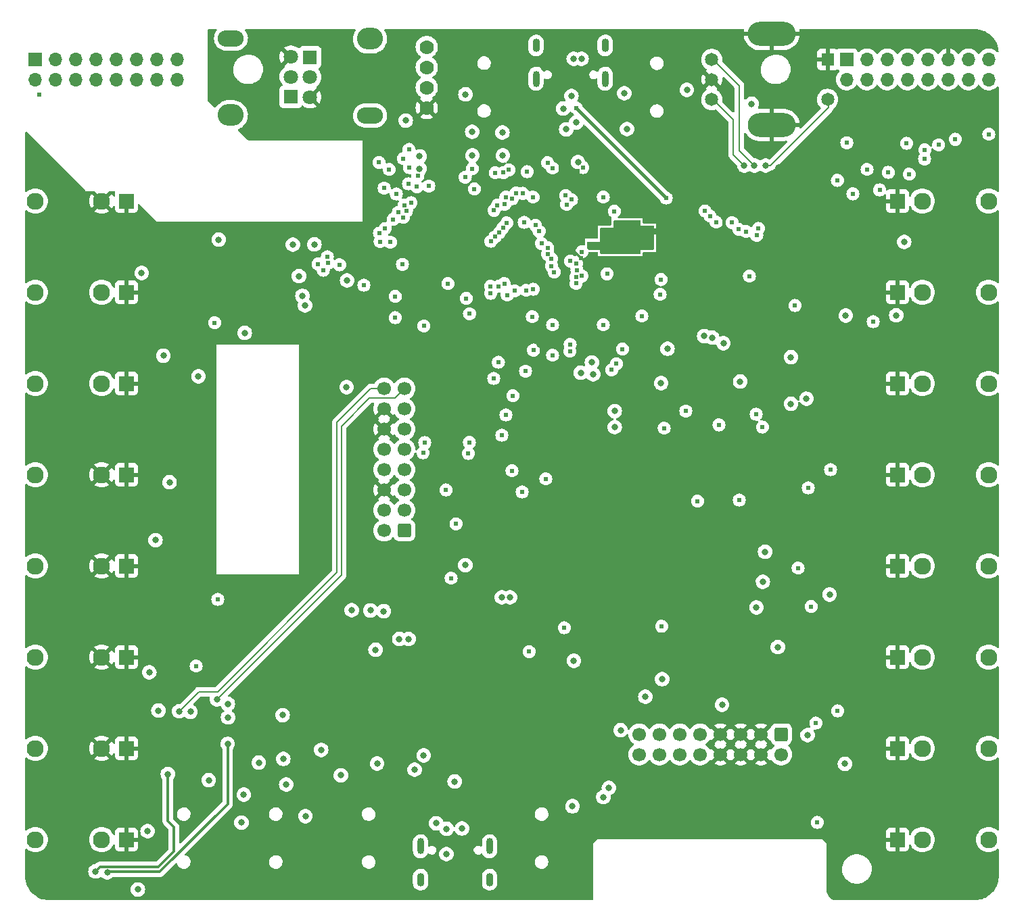
<source format=gbr>
%TF.GenerationSoftware,KiCad,Pcbnew,7.0.6*%
%TF.CreationDate,2024-06-29T14:20:43+02:00*%
%TF.ProjectId,plinkyblack_hwmidi_jacks,706c696e-6b79-4626-9c61-636b5f68776d,rev?*%
%TF.SameCoordinates,Original*%
%TF.FileFunction,Copper,L2,Inr*%
%TF.FilePolarity,Positive*%
%FSLAX46Y46*%
G04 Gerber Fmt 4.6, Leading zero omitted, Abs format (unit mm)*
G04 Created by KiCad (PCBNEW 7.0.6) date 2024-06-29 14:20:43*
%MOMM*%
%LPD*%
G01*
G04 APERTURE LIST*
G04 Aperture macros list*
%AMRoundRect*
0 Rectangle with rounded corners*
0 $1 Rounding radius*
0 $2 $3 $4 $5 $6 $7 $8 $9 X,Y pos of 4 corners*
0 Add a 4 corners polygon primitive as box body*
4,1,4,$2,$3,$4,$5,$6,$7,$8,$9,$2,$3,0*
0 Add four circle primitives for the rounded corners*
1,1,$1+$1,$2,$3*
1,1,$1+$1,$4,$5*
1,1,$1+$1,$6,$7*
1,1,$1+$1,$8,$9*
0 Add four rect primitives between the rounded corners*
20,1,$1+$1,$2,$3,$4,$5,0*
20,1,$1+$1,$4,$5,$6,$7,0*
20,1,$1+$1,$6,$7,$8,$9,0*
20,1,$1+$1,$8,$9,$2,$3,0*%
G04 Aperture macros list end*
%TA.AperFunction,ComponentPad*%
%ADD10R,1.830000X1.930000*%
%TD*%
%TA.AperFunction,ComponentPad*%
%ADD11C,2.130000*%
%TD*%
%TA.AperFunction,ComponentPad*%
%ADD12RoundRect,0.250000X-0.600000X0.600000X-0.600000X-0.600000X0.600000X-0.600000X0.600000X0.600000X0*%
%TD*%
%TA.AperFunction,ComponentPad*%
%ADD13C,1.700000*%
%TD*%
%TA.AperFunction,ComponentPad*%
%ADD14R,1.700000X1.700000*%
%TD*%
%TA.AperFunction,ComponentPad*%
%ADD15O,1.700000X1.700000*%
%TD*%
%TA.AperFunction,ComponentPad*%
%ADD16O,3.240000X2.720000*%
%TD*%
%TA.AperFunction,ComponentPad*%
%ADD17O,3.240001X2.032000*%
%TD*%
%TA.AperFunction,ComponentPad*%
%ADD18R,1.800000X1.800000*%
%TD*%
%TA.AperFunction,ComponentPad*%
%ADD19C,1.800000*%
%TD*%
%TA.AperFunction,ComponentPad*%
%ADD20RoundRect,0.250000X0.600000X0.600000X-0.600000X0.600000X-0.600000X-0.600000X0.600000X-0.600000X0*%
%TD*%
%TA.AperFunction,ComponentPad*%
%ADD21C,1.778000*%
%TD*%
%TA.AperFunction,ComponentPad*%
%ADD22R,1.650000X1.650000*%
%TD*%
%TA.AperFunction,ComponentPad*%
%ADD23C,1.650000*%
%TD*%
%TA.AperFunction,ComponentPad*%
%ADD24O,6.000000X3.000000*%
%TD*%
%TA.AperFunction,ComponentPad*%
%ADD25O,0.900000X2.000000*%
%TD*%
%TA.AperFunction,ComponentPad*%
%ADD26O,0.900000X1.700000*%
%TD*%
%TA.AperFunction,ViaPad*%
%ADD27C,0.609600*%
%TD*%
%TA.AperFunction,ViaPad*%
%ADD28C,0.800000*%
%TD*%
%TA.AperFunction,Conductor*%
%ADD29C,0.203200*%
%TD*%
%TA.AperFunction,Conductor*%
%ADD30C,0.304800*%
%TD*%
%TA.AperFunction,Conductor*%
%ADD31C,0.457200*%
%TD*%
G04 APERTURE END LIST*
D10*
%TO.N,HPFB*%
%TO.C,J4*%
X27940000Y-115570000D03*
D11*
%TO.N,Net-(J4-PadT)*%
X16540000Y-115570000D03*
%TO.N,HPFB*%
X24840000Y-115570000D03*
%TD*%
D10*
%TO.N,HPFB*%
%TO.C,J6*%
X124460000Y-46990000D03*
D11*
%TO.N,Net-(J6-PadT)*%
X135860000Y-46990000D03*
%TO.N,unconnected-(J6-PadTN)*%
X127560000Y-46990000D03*
%TD*%
D10*
%TO.N,HPFB*%
%TO.C,J7*%
X124460000Y-58420000D03*
D11*
%TO.N,Net-(J7-PadT)*%
X135860000Y-58420000D03*
%TO.N,Net-(J6-PadT)*%
X127560000Y-58420000D03*
%TD*%
D10*
%TO.N,HPFB*%
%TO.C,J8*%
X27940000Y-81280000D03*
D11*
%TO.N,Net-(J8-PadT)*%
X16540000Y-81280000D03*
%TO.N,HPFB*%
X24840000Y-81280000D03*
%TD*%
D10*
%TO.N,HPFB*%
%TO.C,J9*%
X27940000Y-92710000D03*
D11*
%TO.N,Net-(J9-PadT)*%
X16540000Y-92710000D03*
%TO.N,HPFB*%
X24840000Y-92710000D03*
%TD*%
D10*
%TO.N,HPFB*%
%TO.C,J15*%
X124460000Y-104140000D03*
D11*
%TO.N,Net-(J15-PadT)*%
X135860000Y-104140000D03*
%TO.N,unconnected-(J15-PadTN)*%
X127560000Y-104140000D03*
%TD*%
D10*
%TO.N,HPFB*%
%TO.C,J17*%
X124460000Y-92710000D03*
D11*
%TO.N,Net-(J17-PadT)*%
X135860000Y-92710000D03*
%TO.N,unconnected-(J17-PadTN)*%
X127560000Y-92710000D03*
%TD*%
D12*
%TO.N,Net-(D11-K)*%
%TO.C,JP1*%
X109918500Y-113792000D03*
D13*
X109918500Y-116332000D03*
%TO.N,HPFB*%
X107378500Y-113792000D03*
X107378500Y-116332000D03*
X104838500Y-113792000D03*
X104838500Y-116332000D03*
X102298500Y-113792000D03*
X102298500Y-116332000D03*
%TO.N,Net-(D10-A)*%
X99758500Y-113792000D03*
X99758500Y-116332000D03*
%TO.N,Net-(D9-A)*%
X97218500Y-113792000D03*
X97218500Y-116332000D03*
%TO.N,unconnected-(JP1-Pin_13-Pad13)*%
X94678500Y-113792000D03*
%TO.N,unconnected-(JP1-Pin_14-Pad14)*%
X94678500Y-116332000D03*
%TO.N,unconnected-(JP1-Pin_15-Pad15)*%
X92138500Y-113792000D03*
%TO.N,unconnected-(JP1-Pin_16-Pad16)*%
X92138500Y-116332000D03*
%TD*%
D14*
%TO.N,N1*%
%TO.C,J12*%
X118110000Y-29210000D03*
D15*
%TO.N,Net-(J12-Pin_2)*%
X118110000Y-31750000D03*
%TO.N,N2*%
X120650000Y-29210000D03*
%TO.N,Net-(J12-Pin_4)*%
X120650000Y-31750000D03*
%TO.N,N3*%
X123190000Y-29210000D03*
%TO.N,Net-(J12-Pin_6)*%
X123190000Y-31750000D03*
%TO.N,N4*%
X125730000Y-29210000D03*
%TO.N,Net-(J12-Pin_8)*%
X125730000Y-31750000D03*
%TO.N,N5*%
X128270000Y-29210000D03*
%TO.N,Net-(J12-Pin_10)*%
X128270000Y-31750000D03*
%TO.N,HPFB*%
X130810000Y-29210000D03*
%TO.N,Net-(J12-Pin_12)*%
X130810000Y-31750000D03*
%TO.N,TS2_*%
X133350000Y-29210000D03*
%TO.N,Net-(J12-Pin_14)*%
X133350000Y-31750000D03*
%TO.N,TS1_*%
X135890000Y-29210000D03*
%TO.N,Net-(J12-Pin_16)*%
X135890000Y-31750000D03*
%TD*%
D10*
%TO.N,HPFB*%
%TO.C,J3*%
X27940000Y-104140000D03*
D11*
%TO.N,Net-(J3-PadT)*%
X16540000Y-104140000D03*
%TO.N,HPFB*%
X24840000Y-104140000D03*
%TD*%
D10*
%TO.N,HPFB*%
%TO.C,J14*%
X124460000Y-127000000D03*
D11*
%TO.N,Net-(J14-PadT)*%
X135860000Y-127000000D03*
%TO.N,unconnected-(J14-PadTN)*%
X127560000Y-127000000D03*
%TD*%
D16*
%TO.N,*%
%TO.C,RV1*%
X41014000Y-36209000D03*
D17*
X41014000Y-26609000D03*
D18*
%TO.N,VREF*%
X48514000Y-33909000D03*
D19*
%TO.N,POT2*%
X48514000Y-31409000D03*
%TO.N,HPFB*%
X48514000Y-28909000D03*
%TD*%
D10*
%TO.N,HPFB*%
%TO.C,J10*%
X27940000Y-127000000D03*
D11*
%TO.N,Net-(J10-PadT)*%
X16540000Y-127000000D03*
%TO.N,Net-(J10-PadTN)*%
X24840000Y-127000000D03*
%TD*%
D10*
%TO.N,HPFB*%
%TO.C,J11*%
X27940000Y-46990000D03*
D11*
%TO.N,Net-(J11-PadT)*%
X16540000Y-46990000D03*
%TO.N,HPFB*%
X24840000Y-46990000D03*
%TD*%
D10*
%TO.N,HPFB*%
%TO.C,J22*%
X124460000Y-69850000D03*
D11*
%TO.N,Net-(J22-PadT)*%
X135860000Y-69850000D03*
%TO.N,unconnected-(J22-PadTN)*%
X127560000Y-69850000D03*
%TD*%
D10*
%TO.N,HPFB*%
%TO.C,J23*%
X124460000Y-81280000D03*
D11*
%TO.N,Net-(J23-PadT)*%
X135860000Y-81280000D03*
%TO.N,unconnected-(J23-PadTN)*%
X127560000Y-81280000D03*
%TD*%
D10*
%TO.N,HPFB*%
%TO.C,J16*%
X124460000Y-115570000D03*
D11*
%TO.N,Net-(J16-PadT)*%
X135860000Y-115570000D03*
%TO.N,unconnected-(J16-PadTN)*%
X127560000Y-115570000D03*
%TD*%
D14*
%TO.N,Net-(J13-Pin_1)*%
%TO.C,J13*%
X16510000Y-29210000D03*
D15*
%TO.N,Net-(J13-Pin_2)*%
X16510000Y-31750000D03*
%TO.N,Net-(J13-Pin_3)*%
X19050000Y-29210000D03*
%TO.N,Net-(J13-Pin_4)*%
X19050000Y-31750000D03*
%TO.N,Net-(J13-Pin_5)*%
X21590000Y-29210000D03*
%TO.N,Net-(J13-Pin_6)*%
X21590000Y-31750000D03*
%TO.N,Net-(J13-Pin_7)*%
X24130000Y-29210000D03*
%TO.N,Net-(J13-Pin_8)*%
X24130000Y-31750000D03*
%TO.N,Net-(J13-Pin_9)*%
X26670000Y-29210000D03*
%TO.N,Net-(J13-Pin_10)*%
X26670000Y-31750000D03*
%TO.N,Net-(J13-Pin_11)*%
X29210000Y-29210000D03*
%TO.N,Net-(J13-Pin_12)*%
X29210000Y-31750000D03*
%TO.N,Net-(J13-Pin_13)*%
X31750000Y-29210000D03*
%TO.N,Net-(J13-Pin_14)*%
X31750000Y-31750000D03*
%TO.N,Net-(J13-Pin_15)*%
X34290000Y-29210000D03*
%TO.N,Net-(J13-Pin_16)*%
X34290000Y-31750000D03*
%TD*%
D20*
%TO.N,+3V3*%
%TO.C,J25*%
X62738000Y-88265000D03*
D13*
X60198000Y-88265000D03*
%TO.N,DP*%
X62738000Y-85725000D03*
%TO.N,DM*%
X60198000Y-85725000D03*
%TO.N,+5V*%
X62738000Y-83185000D03*
%TO.N,HPFB*%
X60198000Y-83185000D03*
%TO.N,-12V*%
X62738000Y-80645000D03*
%TO.N,MOSI*%
X60198000Y-80645000D03*
%TO.N,SPICLK*%
X62738000Y-78105000D03*
%TO.N,MISO*%
X60198000Y-78105000D03*
%TO.N,+12V*%
X62738000Y-75565000D03*
%TO.N,HPFB*%
X60198000Y-75565000D03*
%TO.N,DEBUG*%
X62738000Y-73025000D03*
%TO.N,HPFB*%
X60198000Y-73025000D03*
%TO.N,TX*%
X62738000Y-70485000D03*
%TO.N,RX*%
X60198000Y-70485000D03*
%TD*%
D21*
%TO.N,SDA*%
%TO.C,J20*%
X65524000Y-27686000D03*
%TO.N,SCL*%
X65524000Y-30226000D03*
%TO.N,+3V3*%
X65524000Y-32766000D03*
%TO.N,HPFB*%
X65524000Y-35306000D03*
%TD*%
D16*
%TO.N,*%
%TO.C,RV2*%
X58427000Y-26656000D03*
D17*
X58427000Y-36256000D03*
D18*
%TO.N,VREF*%
X50927000Y-28956000D03*
D19*
%TO.N,POT1*%
X50927000Y-31456000D03*
%TO.N,HPFB*%
X50927000Y-33956000D03*
%TD*%
D10*
%TO.N,HPFB*%
%TO.C,J2*%
X27940000Y-58420000D03*
D11*
%TO.N,Net-(J2-PadT)*%
X16540000Y-58420000D03*
%TO.N,Net-(J2-PadTN)*%
X24840000Y-58420000D03*
%TD*%
D10*
%TO.N,HPFB*%
%TO.C,J1*%
X27940000Y-69850000D03*
D11*
%TO.N,Net-(J1-PadT)*%
X16540000Y-69850000D03*
%TO.N,Net-(J1-PadTN)*%
X24840000Y-69850000D03*
%TD*%
D22*
%TO.N,HPFB*%
%TO.C,MT1*%
X115712000Y-29250000D03*
D23*
%TO.N,IO1*%
X115712000Y-34250000D03*
%TO.N,IO2*%
X101212000Y-29250000D03*
%TO.N,IO3*%
X101212000Y-34250000D03*
%TO.N,HPFB*%
X101212000Y-31750000D03*
D24*
X108712000Y-26050000D03*
X108712000Y-37450000D03*
%TD*%
D25*
%TO.N,Net-(U19-SHIELD-PadS1)*%
%TO.C,U19*%
X87870928Y-31662273D03*
X79220928Y-31662273D03*
D26*
X87870928Y-27492273D03*
X79220928Y-27492273D03*
%TD*%
D25*
%TO.N,Net-(U20-SHIELD-PadS1)*%
%TO.C,U20*%
X64746311Y-127834022D03*
X73396311Y-127834022D03*
D26*
X64746311Y-132004022D03*
X73396311Y-132004022D03*
%TD*%
D27*
%TO.N,VDDA*%
X89027000Y-48260000D03*
X39370000Y-96901000D03*
X104648000Y-84455000D03*
D28*
X104764283Y-69600000D03*
D27*
X36658877Y-105249845D03*
D28*
X36957000Y-68961000D03*
D27*
X102116475Y-75042128D03*
X99441000Y-84582000D03*
D28*
%TO.N,AIN1*%
X50292000Y-60071000D03*
D27*
X80672758Y-53626103D03*
D28*
%TO.N,AIN2*%
X49974500Y-58864500D03*
D27*
X80674916Y-52859248D03*
%TO.N,AIN3*%
X52578000Y-55650806D03*
X79893536Y-52300438D03*
%TO.N,AIN4*%
X79597332Y-50776427D03*
X53206084Y-54736981D03*
D28*
%TO.N,+12V*%
X62900000Y-36900000D03*
X55558173Y-56928374D03*
X92900000Y-109100000D03*
D27*
X94934000Y-100266000D03*
D28*
X55500000Y-70300000D03*
X89800000Y-113300000D03*
X75000000Y-38400000D03*
X56134000Y-98262818D03*
X44507127Y-117361768D03*
D27*
X113665002Y-97790000D03*
D28*
X59319989Y-117462400D03*
D27*
X113284000Y-82931000D03*
D28*
X117983000Y-61341000D03*
X95000000Y-106900000D03*
X71219250Y-38300542D03*
X117881500Y-117500500D03*
%TO.N,-12V*%
X106200000Y-34800000D03*
X90259744Y-33485500D03*
X65151000Y-116459000D03*
X47579163Y-116890680D03*
D27*
X116078000Y-80645000D03*
D28*
X102500000Y-110100000D03*
X113200000Y-113900000D03*
X106800000Y-97900000D03*
D27*
X121412000Y-62103000D03*
D28*
X124300000Y-61299998D03*
X115965211Y-96287928D03*
X107600000Y-94700000D03*
X125300000Y-52100000D03*
D27*
%TO.N,SENSE*%
X78105000Y-43307000D03*
D28*
X39490600Y-51822398D03*
%TO.N,+5V*%
X58480830Y-98291642D03*
X31946808Y-110823626D03*
%TO.N,+3V3*%
X30585456Y-125940255D03*
X64643000Y-42926000D03*
D27*
X57658000Y-57531000D03*
D28*
X29366087Y-133256472D03*
D27*
X76327000Y-71374000D03*
X84962242Y-53340000D03*
X80432687Y-81787990D03*
X70485000Y-59182000D03*
X74498190Y-67182998D03*
X68199000Y-57327810D03*
D28*
X75057000Y-41275000D03*
X60144508Y-98376798D03*
X49530000Y-56388000D03*
X71247000Y-41275000D03*
D27*
X70866000Y-77216000D03*
X76200000Y-80772000D03*
X88100000Y-56099992D03*
X81280000Y-66294000D03*
D28*
X95664283Y-65500000D03*
D27*
X74930000Y-76327000D03*
X70739000Y-78613000D03*
X67945000Y-83185000D03*
X77470000Y-83439000D03*
X65074810Y-78522114D03*
X69193550Y-87426810D03*
X87630000Y-62484000D03*
X65278000Y-77250126D03*
D28*
X35953362Y-110983205D03*
X84460510Y-42103842D03*
D27*
%TO.N,NRST*%
X81153000Y-54229000D03*
X65176500Y-62636500D03*
D28*
%TO.N,TX*%
X25545728Y-131094953D03*
X40612920Y-114996549D03*
D27*
X60975089Y-52146190D03*
D28*
X39264160Y-109436498D03*
D27*
X62999857Y-48212182D03*
D28*
%TO.N,RX*%
X24062826Y-130994417D03*
X34546594Y-110922955D03*
X33120581Y-118791748D03*
D27*
X59690000Y-52070000D03*
X62611000Y-49022000D03*
%TO.N,JTCK*%
X61594999Y-61595000D03*
%TO.N,JTMS*%
X61594999Y-58928000D03*
D28*
%TO.N,Net-(D16-A)*%
X47940297Y-120098684D03*
X47489331Y-111396510D03*
D27*
%TO.N,POT2*%
X80659100Y-42190400D03*
%TO.N,POT1*%
X81268700Y-42846484D03*
D28*
%TO.N,Net-(D18-K)*%
X59124224Y-103217949D03*
X52319279Y-115758195D03*
D27*
X68580000Y-94234000D03*
D28*
X89064283Y-75300000D03*
D27*
%TO.N,SDA*%
X88675207Y-68141515D03*
X74382078Y-47523410D03*
%TO.N,SCL*%
X89281000Y-67386177D03*
X70348556Y-43992811D03*
X75296605Y-47377463D03*
X74108300Y-43442500D03*
D28*
%TO.N,MCLK*%
X86364283Y-68700000D03*
D27*
X92464283Y-61400000D03*
D28*
%TO.N,DACDAT*%
X84800000Y-68500000D03*
X86200000Y-67200000D03*
D27*
%TO.N,ADCDAT*%
X78850599Y-46493876D03*
X90043000Y-65532000D03*
D28*
%TO.N,LINEINR*%
X101264283Y-64100000D03*
D27*
X97964283Y-73300000D03*
%TO.N,LINEINL*%
X95250000Y-75438000D03*
D28*
X100264283Y-63900000D03*
D27*
%TO.N,N1*%
X76567927Y-58242231D03*
X84328000Y-55626000D03*
X116940411Y-44389715D03*
%TO.N,N2*%
X77978000Y-58166000D03*
X118870341Y-46088520D03*
X84215132Y-56529132D03*
%TO.N,N3*%
X122220581Y-45589770D03*
X78867000Y-58039000D03*
X84223002Y-57311525D03*
%TO.N,N4*%
X84958547Y-56361864D03*
X75598129Y-58760214D03*
X125930667Y-43621977D03*
%TO.N,P1*%
X77549498Y-46021502D03*
X118110000Y-39674810D03*
%TO.N,P2*%
X120650000Y-43027579D03*
X81153001Y-55118000D03*
X83525257Y-54511818D03*
X75239973Y-57327810D03*
%TO.N,P3*%
X74549000Y-57658004D03*
X123317000Y-43383190D03*
X81483200Y-55880000D03*
X84264498Y-54800502D03*
%TO.N,P4*%
X76238524Y-46685200D03*
X125603000Y-39751000D03*
%TO.N,P6*%
X83643960Y-46813960D03*
X129607322Y-39945322D03*
%TO.N,P7*%
X87630000Y-46482000D03*
X131702822Y-39246822D03*
%TO.N,P8*%
X85075861Y-42784861D03*
X135890000Y-38607996D03*
%TO.N,HPFB*%
X84432904Y-43193846D03*
X84836000Y-54102000D03*
X38246586Y-102284710D03*
X90424000Y-60579000D03*
D28*
X112268000Y-78994000D03*
D27*
X67564000Y-45593006D03*
X88816000Y-52662000D03*
X112903000Y-103378000D03*
X120015000Y-62230000D03*
X104013000Y-75311000D03*
X103680422Y-94773400D03*
X91371443Y-55839720D03*
X72771000Y-74930000D03*
X78054190Y-72602185D03*
X73025000Y-45974000D03*
D28*
X97917000Y-45974000D03*
X83859532Y-129797344D03*
X114681000Y-50292000D03*
D27*
X73406000Y-94615000D03*
D28*
X32385000Y-76073000D03*
D27*
X80075000Y-99186500D03*
X96139000Y-60900000D03*
X87503000Y-113284000D03*
X123309709Y-50521089D03*
X111760000Y-52070000D03*
X84052845Y-58851810D03*
D28*
X37700000Y-67300000D03*
D27*
X57785000Y-62230000D03*
X102362000Y-53848000D03*
X94005500Y-50774500D03*
X38100000Y-60706000D03*
D28*
X112014000Y-45720000D03*
D27*
X40597393Y-104901344D03*
X99310283Y-67310000D03*
X105791000Y-91821000D03*
D28*
X109601000Y-42799000D03*
D27*
X106045000Y-63246000D03*
X132969000Y-51689000D03*
D28*
X96647000Y-48006000D03*
D27*
X63246000Y-115062000D03*
D28*
X78908448Y-33731125D03*
D27*
X67437000Y-102489000D03*
D28*
X101092000Y-60960000D03*
X66600000Y-64400000D03*
D27*
X77851000Y-40385990D03*
X80772000Y-68326000D03*
X57150000Y-87884000D03*
X37610793Y-92698981D03*
X45974000Y-61722000D03*
X107253000Y-105727000D03*
X106172000Y-68966014D03*
X80264000Y-80645000D03*
D28*
X90664493Y-35084355D03*
D27*
X91313000Y-58547000D03*
X116967000Y-105791000D03*
X87164283Y-82500000D03*
X65913000Y-42799000D03*
X90678000Y-51562000D03*
X91300993Y-47193190D03*
D28*
X98425000Y-55118000D03*
D27*
X96585000Y-99250000D03*
X119126000Y-125730000D03*
X83693000Y-49276000D03*
X71501000Y-68961000D03*
X74422000Y-64008000D03*
X114173000Y-64135000D03*
X98664283Y-66500000D03*
X70104000Y-42545000D03*
X100164283Y-68000000D03*
X57658000Y-60071000D03*
D28*
X90622450Y-30981667D03*
D27*
X111379000Y-57531000D03*
X42094735Y-130283859D03*
X78800000Y-63600006D03*
X65913000Y-49149000D03*
X116586000Y-73914000D03*
X66040000Y-51435000D03*
X97155000Y-85217000D03*
X71882000Y-109855000D03*
X69088000Y-75819000D03*
X98664283Y-68000000D03*
D28*
X32258000Y-59436000D03*
D27*
X101792000Y-105854000D03*
X106548452Y-94991452D03*
D28*
X38100000Y-58420000D03*
X68296413Y-30956573D03*
D27*
X30640913Y-99174396D03*
D28*
X79700000Y-65000000D03*
D27*
X111125000Y-87630000D03*
X65659000Y-58293000D03*
X101219000Y-123698000D03*
X51381631Y-108933066D03*
D28*
X111633000Y-75184000D03*
D27*
X110490000Y-123698000D03*
X96901000Y-123825000D03*
X105918000Y-123571000D03*
D28*
X50570809Y-129810029D03*
D27*
X88838000Y-96075000D03*
X68961000Y-59309000D03*
X91186000Y-123952000D03*
X48260000Y-62357000D03*
X65709810Y-83312010D03*
X117729000Y-108839000D03*
X114617490Y-123565182D03*
X76962000Y-91694000D03*
X83600000Y-41309600D03*
X48641000Y-58039000D03*
X30816239Y-96041306D03*
X91870481Y-97360519D03*
X54610000Y-69342000D03*
X42390615Y-98293070D03*
D28*
X33469567Y-113557236D03*
D27*
X45750000Y-63249982D03*
D28*
X43554549Y-110805195D03*
D27*
X82550000Y-91821000D03*
X102427000Y-100139000D03*
D28*
X63088658Y-131076975D03*
X116967000Y-56261000D03*
X31735549Y-84215587D03*
D27*
X66040000Y-88519000D03*
D28*
X30099000Y-64516000D03*
D27*
X126238000Y-75438000D03*
X91059000Y-45720000D03*
D28*
X72446568Y-123087749D03*
D27*
X88265000Y-49657000D03*
X93664283Y-67500000D03*
X87630000Y-64008000D03*
X100164283Y-66500000D03*
X84774000Y-95313000D03*
D28*
X52490160Y-111407614D03*
D27*
X66929000Y-112522000D03*
X71882000Y-40284410D03*
X111379000Y-55499000D03*
X114935000Y-87884000D03*
X74930000Y-87426810D03*
X87164283Y-81000000D03*
%TO.N,HPL*%
X107564283Y-75300000D03*
D28*
X75946000Y-96647000D03*
%TO.N,HPR*%
X74930000Y-96647000D03*
D27*
X106764283Y-73700000D03*
D28*
%TO.N,Net-(D20-K)*%
X70364283Y-92600000D03*
X40662288Y-111682862D03*
X89064283Y-73300000D03*
X40629170Y-109982831D03*
D27*
%TO.N,AIN5*%
X79130883Y-50012636D03*
X53086000Y-53975000D03*
%TO.N,AIN6*%
X51943000Y-54863998D03*
X77724000Y-49657016D03*
%TO.N,AOUT3*%
X114427000Y-124841000D03*
X104585267Y-50510147D03*
D28*
%TO.N,AOUT4*%
X109474000Y-102870000D03*
D27*
X105511601Y-50800000D03*
%TO.N,AOUT1*%
X116966990Y-110871000D03*
X106844353Y-51270647D03*
%TO.N,AOUT2*%
X103745560Y-49670440D03*
D28*
X107880200Y-90932000D03*
D27*
%TO.N,DP*%
X73533000Y-58547000D03*
D28*
X63246000Y-101854000D03*
D27*
%TO.N,DM*%
X73516100Y-57658000D03*
D28*
X62089955Y-101867046D03*
D27*
%TO.N,T16*%
X75132555Y-43410979D03*
X63316521Y-40512991D03*
D28*
%TO.N,T8*%
X64643000Y-41395610D03*
D27*
X75550945Y-49727375D03*
%TO.N,T15*%
X59613795Y-51003205D03*
X59563012Y-42138590D03*
%TO.N,T7*%
X62728986Y-47499939D03*
X62611000Y-41656000D03*
%TO.N,T14*%
X61341000Y-49276000D03*
X60833004Y-43027590D03*
%TO.N,T6*%
X63372996Y-42799000D03*
X74082117Y-51471196D03*
%TO.N,T13*%
X75817070Y-43076164D03*
X71247000Y-42926000D03*
%TO.N,T5*%
X64420944Y-43783056D03*
X75073146Y-50320983D03*
%TO.N,T12*%
X60325000Y-50419000D03*
X60198000Y-45364410D03*
%TO.N,T4*%
X63554248Y-47193221D03*
X63249829Y-44827167D03*
%TO.N,T11*%
X61722000Y-46101000D03*
X61976000Y-48387000D03*
%TO.N,T3*%
X64301595Y-45172405D03*
X73554104Y-52020618D03*
%TO.N,T10*%
X71501000Y-45466000D03*
X76720375Y-45971169D03*
%TO.N,T2*%
X74627771Y-50939290D03*
X65786000Y-45113030D03*
D28*
%TO.N,Net-(D4-K)*%
X83948500Y-104584000D03*
D27*
X82742000Y-100456500D03*
D28*
%TO.N,AOUT5*%
X113061800Y-71755000D03*
D27*
X107061000Y-50419000D03*
%TO.N,AOUT6*%
X94869000Y-56816000D03*
D28*
X111125000Y-66548000D03*
X111125000Y-72390000D03*
D27*
X94742000Y-58674000D03*
%TO.N,MISO*%
X75438000Y-73787000D03*
%TO.N,SPICS*%
X83453600Y-65800000D03*
X73914000Y-69215000D03*
%TO.N,N5*%
X83042357Y-47415562D03*
X127853488Y-41699156D03*
%TO.N,P5*%
X82926901Y-46297950D03*
X127885945Y-40581544D03*
%TO.N,IO3*%
X100360816Y-48229184D03*
D28*
X105283000Y-42545000D03*
D27*
%TO.N,IO2*%
X100995816Y-48864184D03*
D28*
X106553000Y-42545000D03*
%TO.N,VREF1*%
X30798747Y-106038329D03*
X42750000Y-63500000D03*
X31578949Y-89480270D03*
X32568308Y-66359953D03*
X33338148Y-82227238D03*
D27*
%TO.N,VREF*%
X95504000Y-46609000D03*
X84261322Y-35324419D03*
X38989000Y-62230000D03*
X105918000Y-56388000D03*
%TO.N,JTDO*%
X70880132Y-61101132D03*
X78740000Y-61468000D03*
%TO.N,CLKIN*%
X73948633Y-48150137D03*
D28*
X51469450Y-52422588D03*
D27*
%TO.N,SPICS2*%
X83484641Y-64942632D03*
X77899998Y-68300000D03*
D28*
%TO.N,IO1*%
X107950000Y-42545000D03*
D27*
X101757816Y-49626184D03*
%TO.N,DEBUG*%
X54624139Y-54976861D03*
X62484000Y-54914800D03*
%TO.N,SENSE2*%
X75438000Y-46482000D03*
D28*
X48768000Y-52451000D03*
%TO.N,Net-(J1-PadTN)*%
X29845000Y-56007000D03*
%TO.N,VBUS*%
X67995919Y-128802312D03*
D27*
X78359004Y-103443028D03*
D28*
X66702518Y-124941712D03*
X69027926Y-119713520D03*
X83649608Y-33805615D03*
%TO.N,DP_C*%
X83932539Y-29151058D03*
X69945321Y-125615604D03*
%TO.N,DM_C*%
X84909261Y-29151058D03*
X68011734Y-125651083D03*
D27*
%TO.N,VREF_125_OUT*%
X111633000Y-60071000D03*
X114236500Y-112395000D03*
X112014000Y-92964000D03*
%TO.N,Net-(J13-Pin_1)*%
X17018000Y-33655000D03*
%TO.N,Net-(JP2-B)*%
X81279994Y-62500000D03*
X78897200Y-65663254D03*
D28*
%TO.N,/INPUT_L_SECONDARYIN*%
X82994310Y-38007564D03*
X64008000Y-118243401D03*
%TO.N,/INPUT_R_SECONDARYIN*%
X82600000Y-35400000D03*
X54779966Y-118948211D03*
%TO.N,+1V8*%
X102664283Y-64800000D03*
X94864283Y-69800000D03*
%TO.N,/TIP1_5*%
X50345786Y-124062431D03*
X42623659Y-121364743D03*
%TO.N,/RING1_4*%
X38238254Y-119548706D03*
X42335470Y-124858651D03*
%TO.N,T_AUDIOL*%
X88334810Y-120523000D03*
X90597090Y-37964011D03*
X83774982Y-122818150D03*
%TO.N,T_AUDIOR*%
X98092969Y-33064960D03*
X87630000Y-121666000D03*
%TO.N,Net-(J31-TIP)*%
X84227620Y-37143820D03*
X70376497Y-33627621D03*
%TD*%
D29*
%TO.N,TX*%
X54841447Y-93859211D02*
X54841447Y-75182811D01*
X58355654Y-71668604D02*
X61554396Y-71668604D01*
D30*
X40612920Y-119654850D02*
X40612920Y-114996549D01*
D29*
X61554396Y-71668604D02*
X62738000Y-70485000D01*
D30*
X25617376Y-131023305D02*
X32095769Y-131023305D01*
X25545728Y-131094953D02*
X25617376Y-131023305D01*
X32095769Y-131023305D02*
X40606832Y-122512242D01*
D29*
X39264160Y-109436498D02*
X54841447Y-93859211D01*
D30*
X40606832Y-122512242D02*
X40606832Y-119660938D01*
X40606832Y-119660938D02*
X40612920Y-119654850D01*
D29*
X54841447Y-75182811D02*
X58355654Y-71668604D01*
%TO.N,RX*%
X36996130Y-108473419D02*
X34546594Y-110922955D01*
X39357174Y-108473419D02*
X36996130Y-108473419D01*
X54281775Y-74729831D02*
X54281775Y-93548818D01*
D30*
X24654690Y-130402553D02*
X25832530Y-130402553D01*
X33877618Y-128481600D02*
X33877618Y-125408809D01*
D29*
X58526606Y-70485000D02*
X54281775Y-74729831D01*
D30*
X31942147Y-130417071D02*
X33877618Y-128481600D01*
X33877618Y-125408809D02*
X33120581Y-124651772D01*
D29*
X60198000Y-70485000D02*
X58526606Y-70485000D01*
X54281775Y-93548818D02*
X39357174Y-108473419D01*
D30*
X25832530Y-130402553D02*
X25847048Y-130417071D01*
X24062826Y-130994417D02*
X24654690Y-130402553D01*
X33120581Y-124651772D02*
X33120581Y-118791748D01*
X25847048Y-130417071D02*
X31942147Y-130417071D01*
%TO.N,HPFB*%
X83947000Y-53213000D02*
X84836000Y-54102000D01*
X83947000Y-53213000D02*
X83566000Y-53213000D01*
D29*
%TO.N,IO3*%
X103886000Y-36750000D02*
X101346000Y-34210000D01*
X105283000Y-42545000D02*
X103886000Y-41148000D01*
X103886000Y-41148000D02*
X103886000Y-36750000D01*
%TO.N,IO2*%
X104648000Y-32512000D02*
X101346000Y-29210000D01*
X104648000Y-40640000D02*
X104648000Y-32512000D01*
X106553000Y-42545000D02*
X104648000Y-40640000D01*
D31*
%TO.N,VREF*%
X84261322Y-35366322D02*
X84261322Y-35324419D01*
X95504000Y-46609000D02*
X84261322Y-35366322D01*
D29*
%TO.N,IO1*%
X108585000Y-42545000D02*
X115846000Y-35284000D01*
X107950000Y-42545000D02*
X108585000Y-42545000D01*
X115846000Y-35284000D02*
X115846000Y-34210000D01*
%TD*%
%TA.AperFunction,Conductor*%
%TO.N,HPFB*%
G36*
X101839007Y-114001844D02*
G01*
X101916739Y-114122798D01*
X102025400Y-114216952D01*
X102156185Y-114276680D01*
X102170912Y-114278797D01*
X101532810Y-114916898D01*
X101553194Y-114932763D01*
X101553196Y-114932765D01*
X101587233Y-114951185D01*
X101637623Y-115001199D01*
X101652975Y-115070516D01*
X101628414Y-115137129D01*
X101587235Y-115172811D01*
X101553202Y-115191229D01*
X101532810Y-115207099D01*
X101532810Y-115207100D01*
X102170913Y-115845202D01*
X102156185Y-115847320D01*
X102025400Y-115907048D01*
X101916739Y-116001202D01*
X101839007Y-116122156D01*
X101814138Y-116206849D01*
X101175421Y-115568132D01*
X101175420Y-115568132D01*
X101134280Y-115631102D01*
X101080276Y-115677190D01*
X101009928Y-115686765D01*
X100945571Y-115656787D01*
X100923322Y-115631111D01*
X100834222Y-115494732D01*
X100681740Y-115329094D01*
X100681739Y-115329093D01*
X100681737Y-115329091D01*
X100543187Y-115221253D01*
X100504076Y-115190811D01*
X100500591Y-115188925D01*
X100470818Y-115172812D01*
X100420428Y-115122798D01*
X100405076Y-115053481D01*
X100429637Y-114986869D01*
X100470815Y-114951188D01*
X100504076Y-114933189D01*
X100681740Y-114794906D01*
X100834222Y-114629268D01*
X100923316Y-114492898D01*
X100977319Y-114446810D01*
X101047667Y-114437235D01*
X101112024Y-114467212D01*
X101134282Y-114492898D01*
X101175422Y-114555866D01*
X101814138Y-113917149D01*
X101839007Y-114001844D01*
G37*
%TD.AperFunction*%
%TA.AperFunction,Conductor*%
G36*
X104379007Y-114001844D02*
G01*
X104456739Y-114122798D01*
X104565400Y-114216952D01*
X104696185Y-114276680D01*
X104710912Y-114278797D01*
X104072810Y-114916898D01*
X104093194Y-114932763D01*
X104093196Y-114932765D01*
X104127233Y-114951185D01*
X104177623Y-115001199D01*
X104192975Y-115070516D01*
X104168414Y-115137129D01*
X104127235Y-115172811D01*
X104093202Y-115191229D01*
X104072810Y-115207099D01*
X104072810Y-115207101D01*
X104710911Y-115845202D01*
X104696185Y-115847320D01*
X104565400Y-115907048D01*
X104456739Y-116001202D01*
X104379007Y-116122156D01*
X104354139Y-116206848D01*
X103715421Y-115568132D01*
X103673982Y-115631560D01*
X103619978Y-115677648D01*
X103549630Y-115687223D01*
X103485273Y-115657245D01*
X103463016Y-115631560D01*
X103421576Y-115568132D01*
X102782860Y-116206847D01*
X102757993Y-116122156D01*
X102680261Y-116001202D01*
X102571600Y-115907048D01*
X102440815Y-115847320D01*
X102426087Y-115845202D01*
X103064189Y-115207100D01*
X103064188Y-115207099D01*
X103043806Y-115191235D01*
X103043799Y-115191230D01*
X103009765Y-115172812D01*
X102959376Y-115122798D01*
X102944024Y-115053481D01*
X102968586Y-114986869D01*
X103009769Y-114951184D01*
X103043799Y-114932768D01*
X103043802Y-114932766D01*
X103064189Y-114916898D01*
X102426088Y-114278797D01*
X102440815Y-114276680D01*
X102571600Y-114216952D01*
X102680261Y-114122798D01*
X102757993Y-114001844D01*
X102782860Y-113917151D01*
X103421576Y-114555867D01*
X103463016Y-114492440D01*
X103517020Y-114446352D01*
X103587368Y-114436777D01*
X103651725Y-114466755D01*
X103673981Y-114492439D01*
X103715421Y-114555866D01*
X103715423Y-114555866D01*
X104354138Y-113917150D01*
X104379007Y-114001844D01*
G37*
%TD.AperFunction*%
%TA.AperFunction,Conductor*%
G36*
X106919007Y-114001844D02*
G01*
X106996739Y-114122798D01*
X107105400Y-114216952D01*
X107236185Y-114276680D01*
X107250912Y-114278797D01*
X106612810Y-114916898D01*
X106633194Y-114932763D01*
X106633196Y-114932765D01*
X106667233Y-114951185D01*
X106717623Y-115001199D01*
X106732975Y-115070516D01*
X106708414Y-115137129D01*
X106667235Y-115172811D01*
X106633202Y-115191229D01*
X106612810Y-115207099D01*
X106612810Y-115207101D01*
X107250911Y-115845202D01*
X107236185Y-115847320D01*
X107105400Y-115907048D01*
X106996739Y-116001202D01*
X106919007Y-116122156D01*
X106894139Y-116206848D01*
X106255421Y-115568132D01*
X106213982Y-115631560D01*
X106159978Y-115677648D01*
X106089630Y-115687223D01*
X106025273Y-115657245D01*
X106003016Y-115631560D01*
X105961576Y-115568132D01*
X105322860Y-116206847D01*
X105297993Y-116122156D01*
X105220261Y-116001202D01*
X105111600Y-115907048D01*
X104980815Y-115847320D01*
X104966085Y-115845202D01*
X105604188Y-115207099D01*
X105583806Y-115191235D01*
X105583799Y-115191230D01*
X105549765Y-115172812D01*
X105499376Y-115122798D01*
X105484024Y-115053481D01*
X105508586Y-114986869D01*
X105549769Y-114951184D01*
X105583799Y-114932768D01*
X105583802Y-114932766D01*
X105604189Y-114916898D01*
X104966088Y-114278797D01*
X104980815Y-114276680D01*
X105111600Y-114216952D01*
X105220261Y-114122798D01*
X105297993Y-114001844D01*
X105322860Y-113917151D01*
X105961576Y-114555867D01*
X106003016Y-114492440D01*
X106057020Y-114446352D01*
X106127368Y-114436777D01*
X106191725Y-114466755D01*
X106213981Y-114492439D01*
X106255421Y-114555866D01*
X106255423Y-114555866D01*
X106894138Y-113917150D01*
X106919007Y-114001844D01*
G37*
%TD.AperFunction*%
%TA.AperFunction,Conductor*%
G36*
X108512512Y-114566803D02*
G01*
X108540420Y-114571947D01*
X108592200Y-114620521D01*
X108603201Y-114644774D01*
X108626383Y-114714734D01*
X108626384Y-114714736D01*
X108626385Y-114714738D01*
X108675835Y-114794908D01*
X108719470Y-114865652D01*
X108719475Y-114865658D01*
X108844841Y-114991024D01*
X108844847Y-114991029D01*
X108844848Y-114991030D01*
X108995762Y-115084115D01*
X108995768Y-115084117D01*
X109002414Y-115087217D01*
X109001443Y-115089299D01*
X109050667Y-115123372D01*
X109077930Y-115188925D01*
X109065424Y-115258811D01*
X109030064Y-115302003D01*
X108995264Y-115329089D01*
X108842779Y-115494729D01*
X108753683Y-115631102D01*
X108699679Y-115677190D01*
X108629331Y-115686765D01*
X108564974Y-115656788D01*
X108542718Y-115631102D01*
X108501576Y-115568132D01*
X107862860Y-116206848D01*
X107837993Y-116122156D01*
X107760261Y-116001202D01*
X107651600Y-115907048D01*
X107520815Y-115847320D01*
X107506085Y-115845202D01*
X108144188Y-115207099D01*
X108123806Y-115191235D01*
X108123799Y-115191230D01*
X108089765Y-115172812D01*
X108039376Y-115122798D01*
X108024024Y-115053481D01*
X108048586Y-114986869D01*
X108089769Y-114951184D01*
X108123799Y-114932768D01*
X108123802Y-114932766D01*
X108144189Y-114916898D01*
X107506088Y-114278797D01*
X107520815Y-114276680D01*
X107651600Y-114216952D01*
X107760261Y-114122798D01*
X107837993Y-114001844D01*
X107862860Y-113917151D01*
X108512512Y-114566803D01*
G37*
%TD.AperFunction*%
%TA.AperFunction,Conductor*%
G36*
X61321076Y-83948867D02*
G01*
X61321077Y-83948866D01*
X61362218Y-83885898D01*
X61416222Y-83839810D01*
X61486570Y-83830235D01*
X61550927Y-83860213D01*
X61573183Y-83885898D01*
X61662279Y-84022270D01*
X61814762Y-84187908D01*
X61864846Y-84226890D01*
X61992424Y-84326189D01*
X62025153Y-84343901D01*
X62025680Y-84344186D01*
X62076071Y-84394200D01*
X62091423Y-84463516D01*
X62066862Y-84530129D01*
X62025680Y-84565813D01*
X61992426Y-84583810D01*
X61992424Y-84583811D01*
X61814762Y-84722091D01*
X61662279Y-84887729D01*
X61573483Y-85023643D01*
X61519479Y-85069731D01*
X61449131Y-85079306D01*
X61384774Y-85049329D01*
X61362517Y-85023643D01*
X61273720Y-84887729D01*
X61121237Y-84722091D01*
X61012068Y-84637121D01*
X60943576Y-84583811D01*
X60909792Y-84565528D01*
X60859402Y-84515516D01*
X60844050Y-84446199D01*
X60868610Y-84379586D01*
X60909793Y-84343901D01*
X60943299Y-84325768D01*
X60943302Y-84325766D01*
X60963689Y-84309898D01*
X60325588Y-83671797D01*
X60340315Y-83669680D01*
X60471100Y-83609952D01*
X60579761Y-83515798D01*
X60657493Y-83394844D01*
X60682360Y-83310151D01*
X61321076Y-83948867D01*
G37*
%TD.AperFunction*%
%TA.AperFunction,Conductor*%
G36*
X61551224Y-81320668D02*
G01*
X61573482Y-81346356D01*
X61662275Y-81482265D01*
X61662279Y-81482270D01*
X61814762Y-81647908D01*
X61869209Y-81690286D01*
X61992424Y-81786189D01*
X62025680Y-81804186D01*
X62076071Y-81854200D01*
X62091423Y-81923516D01*
X62066862Y-81990129D01*
X62025680Y-82025813D01*
X61992426Y-82043810D01*
X61992424Y-82043811D01*
X61814762Y-82182091D01*
X61662279Y-82347729D01*
X61573183Y-82484102D01*
X61519179Y-82530190D01*
X61448831Y-82539765D01*
X61384474Y-82509788D01*
X61362218Y-82484102D01*
X61321076Y-82421132D01*
X60682360Y-83059848D01*
X60657493Y-82975156D01*
X60579761Y-82854202D01*
X60471100Y-82760048D01*
X60340315Y-82700320D01*
X60325587Y-82698202D01*
X60963689Y-82060100D01*
X60963688Y-82060099D01*
X60943306Y-82044235D01*
X60943294Y-82044227D01*
X60909792Y-82026097D01*
X60859402Y-81976084D01*
X60844050Y-81906767D01*
X60868611Y-81840154D01*
X60909790Y-81804472D01*
X60943576Y-81786189D01*
X61121240Y-81647906D01*
X61273722Y-81482268D01*
X61362519Y-81346353D01*
X61416518Y-81300268D01*
X61486866Y-81290692D01*
X61551224Y-81320668D01*
G37*
%TD.AperFunction*%
%TA.AperFunction,Conductor*%
G36*
X61321076Y-76328867D02*
G01*
X61321077Y-76328866D01*
X61362218Y-76265898D01*
X61416222Y-76219810D01*
X61486570Y-76210235D01*
X61550927Y-76240213D01*
X61573183Y-76265898D01*
X61662279Y-76402270D01*
X61814762Y-76567908D01*
X61869149Y-76610239D01*
X61992424Y-76706189D01*
X62025153Y-76723901D01*
X62025680Y-76724186D01*
X62076071Y-76774200D01*
X62091423Y-76843516D01*
X62066862Y-76910129D01*
X62025680Y-76945813D01*
X61992426Y-76963810D01*
X61992424Y-76963811D01*
X61814762Y-77102091D01*
X61662279Y-77267729D01*
X61573483Y-77403643D01*
X61519479Y-77449731D01*
X61449131Y-77459306D01*
X61384774Y-77429329D01*
X61362517Y-77403643D01*
X61273720Y-77267729D01*
X61157570Y-77141559D01*
X61121240Y-77102094D01*
X61121239Y-77102093D01*
X61121237Y-77102091D01*
X61033594Y-77033876D01*
X60943576Y-76963811D01*
X60909792Y-76945528D01*
X60859402Y-76895516D01*
X60844050Y-76826199D01*
X60868610Y-76759586D01*
X60909793Y-76723901D01*
X60943299Y-76705768D01*
X60943302Y-76705766D01*
X60963689Y-76689898D01*
X60325588Y-76051797D01*
X60340315Y-76049680D01*
X60471100Y-75989952D01*
X60579761Y-75895798D01*
X60657493Y-75774844D01*
X60682360Y-75690151D01*
X61321076Y-76328867D01*
G37*
%TD.AperFunction*%
%TA.AperFunction,Conductor*%
G36*
X61321076Y-73788867D02*
G01*
X61321077Y-73788866D01*
X61362218Y-73725898D01*
X61416222Y-73679810D01*
X61486570Y-73670235D01*
X61550927Y-73700213D01*
X61573183Y-73725898D01*
X61662279Y-73862270D01*
X61814762Y-74027908D01*
X61826950Y-74037394D01*
X61992424Y-74166189D01*
X62025676Y-74184184D01*
X62025680Y-74184186D01*
X62076071Y-74234200D01*
X62091423Y-74303516D01*
X62066862Y-74370129D01*
X62025680Y-74405813D01*
X61992426Y-74423810D01*
X61992424Y-74423811D01*
X61814762Y-74562091D01*
X61662279Y-74727729D01*
X61573183Y-74864102D01*
X61519179Y-74910190D01*
X61448831Y-74919765D01*
X61384474Y-74889788D01*
X61362218Y-74864102D01*
X61321077Y-74801132D01*
X61321075Y-74801132D01*
X60682360Y-75439847D01*
X60657493Y-75355156D01*
X60579761Y-75234202D01*
X60471100Y-75140048D01*
X60340315Y-75080320D01*
X60325587Y-75078202D01*
X60963689Y-74440100D01*
X60963688Y-74440099D01*
X60943306Y-74424235D01*
X60943299Y-74424230D01*
X60909265Y-74405812D01*
X60858876Y-74355798D01*
X60843524Y-74286481D01*
X60868086Y-74219869D01*
X60909269Y-74184184D01*
X60943299Y-74165768D01*
X60943302Y-74165766D01*
X60963689Y-74149898D01*
X60325588Y-73511797D01*
X60340315Y-73509680D01*
X60471100Y-73449952D01*
X60579761Y-73355798D01*
X60657493Y-73234844D01*
X60682360Y-73150151D01*
X61321076Y-73788867D01*
G37*
%TD.AperFunction*%
%TA.AperFunction,Conductor*%
G36*
X105466612Y-38461015D02*
G01*
X105488559Y-38485781D01*
X105625811Y-38689267D01*
X105813721Y-38897962D01*
X106028837Y-39078467D01*
X106028843Y-39078471D01*
X106266995Y-39227285D01*
X106266995Y-39227286D01*
X106523549Y-39341510D01*
X106523554Y-39341512D01*
X106793484Y-39418913D01*
X106793490Y-39418914D01*
X107071589Y-39458000D01*
X108458000Y-39458000D01*
X108458000Y-38450000D01*
X108966000Y-38450000D01*
X108966000Y-39458000D01*
X110282111Y-39458000D01*
X110492142Y-39443313D01*
X110497339Y-39442209D01*
X110568130Y-39447607D01*
X110624764Y-39490422D01*
X110649261Y-39557058D01*
X110633843Y-39626360D01*
X110612636Y-39654549D01*
X108541713Y-41725473D01*
X108479401Y-41759498D01*
X108408586Y-41754434D01*
X108401370Y-41751485D01*
X108232290Y-41676206D01*
X108045487Y-41636500D01*
X107854513Y-41636500D01*
X107667711Y-41676206D01*
X107493247Y-41753882D01*
X107338744Y-41866135D01*
X107335805Y-41868782D01*
X107333734Y-41869775D01*
X107333405Y-41870015D01*
X107333361Y-41869954D01*
X107271796Y-41899496D01*
X107201343Y-41890728D01*
X107167195Y-41868782D01*
X107164255Y-41866135D01*
X107009752Y-41753882D01*
X106835288Y-41676206D01*
X106648487Y-41636500D01*
X106559502Y-41636500D01*
X106491381Y-41616498D01*
X106470407Y-41599595D01*
X105295005Y-40424193D01*
X105260979Y-40361881D01*
X105258100Y-40335098D01*
X105258100Y-38556239D01*
X105278102Y-38488118D01*
X105331758Y-38441625D01*
X105402032Y-38431521D01*
X105466612Y-38461015D01*
G37*
%TD.AperFunction*%
%TA.AperFunction,Conductor*%
G36*
X102734322Y-31463372D02*
G01*
X102749519Y-31476331D01*
X104000995Y-32727806D01*
X104035020Y-32790118D01*
X104037900Y-32816901D01*
X104037900Y-35734898D01*
X104017898Y-35803019D01*
X103964242Y-35849512D01*
X103893968Y-35859616D01*
X103829388Y-35830122D01*
X103822805Y-35823993D01*
X102567862Y-34569050D01*
X102533836Y-34506738D01*
X102531436Y-34468976D01*
X102550594Y-34250000D01*
X102530258Y-34017556D01*
X102469867Y-33792174D01*
X102371256Y-33580703D01*
X102237422Y-33389568D01*
X102072432Y-33224578D01*
X102067788Y-33221326D01*
X101898669Y-33102907D01*
X101854341Y-33047450D01*
X101847032Y-32976830D01*
X101879063Y-32913470D01*
X101898669Y-32896481D01*
X101957838Y-32855049D01*
X101379624Y-32276834D01*
X101500458Y-32224349D01*
X101617739Y-32128934D01*
X101704928Y-32005415D01*
X101736838Y-31915628D01*
X102317048Y-32495838D01*
X102317050Y-32495838D01*
X102370822Y-32419045D01*
X102469393Y-32207657D01*
X102469395Y-32207652D01*
X102529762Y-31982355D01*
X102550091Y-31749994D01*
X102534904Y-31576408D01*
X102548892Y-31506804D01*
X102598291Y-31455811D01*
X102667417Y-31439620D01*
X102734322Y-31463372D01*
G37*
%TD.AperFunction*%
%TA.AperFunction,Conductor*%
G36*
X39210779Y-25445502D02*
G01*
X39257272Y-25499158D01*
X39267376Y-25569432D01*
X39240258Y-25631188D01*
X39151282Y-25740163D01*
X39028213Y-25953324D01*
X39028210Y-25953329D01*
X38940927Y-26183474D01*
X38940926Y-26183476D01*
X38940926Y-26183478D01*
X38910930Y-26330405D01*
X38891691Y-26424644D01*
X38881780Y-26670583D01*
X38881780Y-26670590D01*
X38911449Y-26914932D01*
X38911449Y-26914933D01*
X38979926Y-27151343D01*
X38979927Y-27151348D01*
X39085447Y-27373727D01*
X39225266Y-27576291D01*
X39225271Y-27576298D01*
X39225273Y-27576300D01*
X39395780Y-27753817D01*
X39395783Y-27753819D01*
X39395787Y-27753823D01*
X39493550Y-27827286D01*
X39592556Y-27901684D01*
X39592558Y-27901685D01*
X39592560Y-27901687D01*
X39810500Y-28016071D01*
X39810503Y-28016072D01*
X40043976Y-28094017D01*
X40165659Y-28113792D01*
X40286917Y-28133498D01*
X40286919Y-28133498D01*
X40286930Y-28133500D01*
X40286934Y-28133500D01*
X41679445Y-28133500D01*
X41761175Y-28126901D01*
X41863343Y-28118654D01*
X42102331Y-28059749D01*
X42328776Y-27963270D01*
X42536811Y-27831716D01*
X42721050Y-27668494D01*
X42876721Y-27477832D01*
X42999791Y-27264668D01*
X43087074Y-27034522D01*
X43136309Y-26793356D01*
X43146220Y-26547415D01*
X43116551Y-26303069D01*
X43074991Y-26159587D01*
X43048073Y-26066656D01*
X43048072Y-26066651D01*
X43040685Y-26051084D01*
X42942551Y-25844270D01*
X42843593Y-25700904D01*
X42802733Y-25641708D01*
X42802730Y-25641705D01*
X42802727Y-25641700D01*
X42799923Y-25638781D01*
X42767162Y-25575796D01*
X42773653Y-25505097D01*
X42817336Y-25449130D01*
X42884343Y-25425665D01*
X42890797Y-25425500D01*
X56504816Y-25425500D01*
X56572937Y-25445502D01*
X56619430Y-25499158D01*
X56629534Y-25569432D01*
X56607291Y-25624814D01*
X56567791Y-25680024D01*
X56567790Y-25680025D01*
X56442732Y-25923265D01*
X56442731Y-25923267D01*
X56354422Y-26182124D01*
X56354419Y-26182136D01*
X56304740Y-26451096D01*
X56294752Y-26724424D01*
X56324664Y-26996291D01*
X56324665Y-26996294D01*
X56393847Y-27260918D01*
X56451629Y-27396890D01*
X56500819Y-27512643D01*
X56643303Y-27746112D01*
X56818262Y-27956347D01*
X56818264Y-27956349D01*
X56818266Y-27956351D01*
X56953079Y-28077143D01*
X57021967Y-28138867D01*
X57250077Y-28289783D01*
X57497729Y-28405877D01*
X57759645Y-28484676D01*
X57822301Y-28493897D01*
X58030239Y-28524500D01*
X58030243Y-28524500D01*
X58755290Y-28524500D01*
X58823453Y-28519511D01*
X58959783Y-28509533D01*
X59226753Y-28450063D01*
X59482219Y-28352355D01*
X59625019Y-28272212D01*
X59720724Y-28218500D01*
X59720726Y-28218498D01*
X59720736Y-28218493D01*
X59937220Y-28051329D01*
X60127059Y-27854426D01*
X60286205Y-27631981D01*
X60294849Y-27615170D01*
X60411267Y-27388734D01*
X60411268Y-27388732D01*
X60483981Y-27175592D01*
X60499579Y-27129870D01*
X60549259Y-26860907D01*
X60559248Y-26587576D01*
X60544231Y-26451093D01*
X60529335Y-26315708D01*
X60529334Y-26315705D01*
X60518601Y-26274652D01*
X60460153Y-26051084D01*
X60353181Y-25799357D01*
X60353179Y-25799353D01*
X60241975Y-25617138D01*
X60223562Y-25548571D01*
X60245142Y-25480934D01*
X60299864Y-25435701D01*
X60349528Y-25425500D01*
X69590928Y-25425500D01*
X76194928Y-25425500D01*
X90641436Y-25425500D01*
X90665929Y-25427903D01*
X90676547Y-25430006D01*
X90676553Y-25430009D01*
X97282695Y-25425500D01*
X105136961Y-25425500D01*
X105205082Y-25445502D01*
X105251575Y-25499158D01*
X105261679Y-25569432D01*
X105259218Y-25581982D01*
X105229678Y-25700456D01*
X105229678Y-25700459D01*
X105219636Y-25795999D01*
X105219636Y-25796000D01*
X107344790Y-25796000D01*
X107318434Y-25897791D01*
X107308133Y-26100910D01*
X107338931Y-26301945D01*
X107339692Y-26304000D01*
X105217811Y-26304000D01*
X105258888Y-26536965D01*
X105345669Y-26804048D01*
X105468772Y-27056445D01*
X105468774Y-27056449D01*
X105625811Y-27289267D01*
X105813721Y-27497962D01*
X106028837Y-27678467D01*
X106028843Y-27678471D01*
X106266995Y-27827285D01*
X106266995Y-27827286D01*
X106523549Y-27941510D01*
X106523554Y-27941512D01*
X106793484Y-28018913D01*
X106793490Y-28018914D01*
X107071589Y-28058000D01*
X108458000Y-28058000D01*
X108458000Y-27202500D01*
X108478002Y-27134379D01*
X108531658Y-27087886D01*
X108584000Y-27076500D01*
X108840000Y-27076500D01*
X108908121Y-27096502D01*
X108954614Y-27150158D01*
X108966000Y-27202500D01*
X108966000Y-28058000D01*
X110282111Y-28058000D01*
X110492136Y-28043314D01*
X110766831Y-27984926D01*
X111030714Y-27888879D01*
X111030722Y-27888876D01*
X111278675Y-27757039D01*
X111505863Y-27591977D01*
X111505866Y-27591974D01*
X111707881Y-27396890D01*
X111880766Y-27175608D01*
X111880777Y-27175592D01*
X112021183Y-26932402D01*
X112021187Y-26932393D01*
X112126385Y-26672020D01*
X112126386Y-26672016D01*
X112194321Y-26399543D01*
X112194321Y-26399540D01*
X112204363Y-26304000D01*
X110260500Y-26304000D01*
X110192379Y-26283998D01*
X110145886Y-26230342D01*
X110134500Y-26178000D01*
X110134500Y-25922000D01*
X110154502Y-25853879D01*
X110208158Y-25807386D01*
X110260500Y-25796000D01*
X112206188Y-25796000D01*
X112206188Y-25795999D01*
X112166935Y-25573379D01*
X112174804Y-25502820D01*
X112219572Y-25447717D01*
X112287024Y-25425563D01*
X112291021Y-25425500D01*
X134103715Y-25425500D01*
X134110355Y-25425500D01*
X134113628Y-25425585D01*
X134424644Y-25441885D01*
X134431194Y-25442574D01*
X134737149Y-25491032D01*
X134743603Y-25492403D01*
X135017849Y-25565888D01*
X135042817Y-25572578D01*
X135049080Y-25574612D01*
X135338286Y-25685628D01*
X135344293Y-25688302D01*
X135620316Y-25828943D01*
X135626023Y-25832239D01*
X135755915Y-25916591D01*
X135882951Y-25999090D01*
X135885808Y-26000945D01*
X135891144Y-26004822D01*
X136118340Y-26188802D01*
X136131885Y-26199770D01*
X136136788Y-26204186D01*
X136355813Y-26423211D01*
X136360227Y-26428112D01*
X136412325Y-26492447D01*
X136555176Y-26668853D01*
X136559054Y-26674191D01*
X136727760Y-26933976D01*
X136731060Y-26939690D01*
X136871693Y-27215698D01*
X136874375Y-27221722D01*
X136963995Y-27455191D01*
X136985382Y-27510906D01*
X136987421Y-27517182D01*
X137067595Y-27816395D01*
X137068967Y-27822850D01*
X137117425Y-28128805D01*
X137118115Y-28135368D01*
X137122204Y-28213400D01*
X137105795Y-28282475D01*
X137054646Y-28331712D01*
X136984997Y-28345480D01*
X136918961Y-28319407D01*
X136903676Y-28305333D01*
X136882439Y-28282264D01*
X136813240Y-28207094D01*
X136813239Y-28207093D01*
X136813237Y-28207091D01*
X136712655Y-28128805D01*
X136635576Y-28068811D01*
X136437574Y-27961658D01*
X136437572Y-27961657D01*
X136437571Y-27961656D01*
X136224639Y-27888557D01*
X136224630Y-27888555D01*
X136147029Y-27875606D01*
X136002569Y-27851500D01*
X135777431Y-27851500D01*
X135632971Y-27875606D01*
X135555369Y-27888555D01*
X135555360Y-27888557D01*
X135342428Y-27961656D01*
X135342426Y-27961658D01*
X135191539Y-28043314D01*
X135144426Y-28068810D01*
X135144424Y-28068811D01*
X134966762Y-28207091D01*
X134814279Y-28372729D01*
X134725483Y-28508643D01*
X134671479Y-28554731D01*
X134601131Y-28564306D01*
X134536774Y-28534329D01*
X134514517Y-28508643D01*
X134425720Y-28372729D01*
X134305887Y-28242558D01*
X134273240Y-28207094D01*
X134273239Y-28207093D01*
X134273237Y-28207091D01*
X134172655Y-28128805D01*
X134095576Y-28068811D01*
X133897574Y-27961658D01*
X133897572Y-27961657D01*
X133897571Y-27961656D01*
X133684639Y-27888557D01*
X133684630Y-27888555D01*
X133607029Y-27875606D01*
X133462569Y-27851500D01*
X133237431Y-27851500D01*
X133092971Y-27875606D01*
X133015369Y-27888555D01*
X133015360Y-27888557D01*
X132802428Y-27961656D01*
X132802426Y-27961658D01*
X132651539Y-28043314D01*
X132604426Y-28068810D01*
X132604424Y-28068811D01*
X132426762Y-28207091D01*
X132274279Y-28372729D01*
X132185183Y-28509101D01*
X132131179Y-28555189D01*
X132060831Y-28564764D01*
X131996474Y-28534786D01*
X131974217Y-28509100D01*
X131885327Y-28373044D01*
X131732902Y-28207465D01*
X131555301Y-28069232D01*
X131555300Y-28069231D01*
X131357371Y-27962117D01*
X131357369Y-27962116D01*
X131144512Y-27889043D01*
X131144501Y-27889040D01*
X131064000Y-27875606D01*
X131064000Y-28776325D01*
X130952315Y-28725320D01*
X130845763Y-28710000D01*
X130774237Y-28710000D01*
X130667685Y-28725320D01*
X130555999Y-28776325D01*
X130555999Y-27875607D01*
X130555998Y-27875606D01*
X130475484Y-27889043D01*
X130262631Y-27962116D01*
X130262628Y-27962117D01*
X130064699Y-28069231D01*
X130064698Y-28069232D01*
X129887097Y-28207465D01*
X129734670Y-28373045D01*
X129645780Y-28509101D01*
X129591776Y-28555189D01*
X129521428Y-28564764D01*
X129457071Y-28534786D01*
X129434816Y-28509101D01*
X129367376Y-28405876D01*
X129345724Y-28372734D01*
X129345720Y-28372729D01*
X129225887Y-28242558D01*
X129193240Y-28207094D01*
X129193239Y-28207093D01*
X129193237Y-28207091D01*
X129092655Y-28128805D01*
X129015576Y-28068811D01*
X128817574Y-27961658D01*
X128817572Y-27961657D01*
X128817571Y-27961656D01*
X128604639Y-27888557D01*
X128604630Y-27888555D01*
X128527029Y-27875606D01*
X128382569Y-27851500D01*
X128157431Y-27851500D01*
X128012971Y-27875606D01*
X127935369Y-27888555D01*
X127935360Y-27888557D01*
X127722428Y-27961656D01*
X127722426Y-27961658D01*
X127571539Y-28043314D01*
X127524426Y-28068810D01*
X127524424Y-28068811D01*
X127346762Y-28207091D01*
X127194279Y-28372729D01*
X127105483Y-28508643D01*
X127051479Y-28554731D01*
X126981131Y-28564306D01*
X126916774Y-28534329D01*
X126894517Y-28508643D01*
X126805720Y-28372729D01*
X126685887Y-28242558D01*
X126653240Y-28207094D01*
X126653239Y-28207093D01*
X126653237Y-28207091D01*
X126552655Y-28128805D01*
X126475576Y-28068811D01*
X126277574Y-27961658D01*
X126277572Y-27961657D01*
X126277571Y-27961656D01*
X126064639Y-27888557D01*
X126064630Y-27888555D01*
X125987029Y-27875606D01*
X125842569Y-27851500D01*
X125617431Y-27851500D01*
X125472971Y-27875606D01*
X125395369Y-27888555D01*
X125395360Y-27888557D01*
X125182428Y-27961656D01*
X125182426Y-27961658D01*
X125031539Y-28043314D01*
X124984426Y-28068810D01*
X124984424Y-28068811D01*
X124806762Y-28207091D01*
X124654279Y-28372729D01*
X124565483Y-28508643D01*
X124511479Y-28554731D01*
X124441131Y-28564306D01*
X124376774Y-28534329D01*
X124354517Y-28508643D01*
X124265720Y-28372729D01*
X124145887Y-28242558D01*
X124113240Y-28207094D01*
X124113239Y-28207093D01*
X124113237Y-28207091D01*
X124012655Y-28128805D01*
X123935576Y-28068811D01*
X123737574Y-27961658D01*
X123737572Y-27961657D01*
X123737571Y-27961656D01*
X123524639Y-27888557D01*
X123524630Y-27888555D01*
X123447029Y-27875606D01*
X123302569Y-27851500D01*
X123077431Y-27851500D01*
X122932971Y-27875606D01*
X122855369Y-27888555D01*
X122855360Y-27888557D01*
X122642428Y-27961656D01*
X122642426Y-27961658D01*
X122491539Y-28043314D01*
X122444426Y-28068810D01*
X122444424Y-28068811D01*
X122266762Y-28207091D01*
X122114279Y-28372729D01*
X122025483Y-28508643D01*
X121971479Y-28554731D01*
X121901131Y-28564306D01*
X121836774Y-28534329D01*
X121814517Y-28508643D01*
X121725720Y-28372729D01*
X121605887Y-28242558D01*
X121573240Y-28207094D01*
X121573239Y-28207093D01*
X121573237Y-28207091D01*
X121472655Y-28128805D01*
X121395576Y-28068811D01*
X121197574Y-27961658D01*
X121197572Y-27961657D01*
X121197571Y-27961656D01*
X120984639Y-27888557D01*
X120984630Y-27888555D01*
X120907029Y-27875606D01*
X120762569Y-27851500D01*
X120537431Y-27851500D01*
X120392971Y-27875606D01*
X120315369Y-27888555D01*
X120315360Y-27888557D01*
X120102428Y-27961656D01*
X120102426Y-27961658D01*
X119951539Y-28043314D01*
X119904426Y-28068810D01*
X119904424Y-28068811D01*
X119726762Y-28207091D01*
X119665754Y-28273363D01*
X119604901Y-28309933D01*
X119533936Y-28307798D01*
X119475391Y-28267636D01*
X119454999Y-28232057D01*
X119421156Y-28141323D01*
X119410889Y-28113796D01*
X119410888Y-28113794D01*
X119410887Y-28113792D01*
X119323261Y-27996738D01*
X119206207Y-27909112D01*
X119206202Y-27909110D01*
X119069204Y-27858011D01*
X119069196Y-27858009D01*
X119008649Y-27851500D01*
X119008638Y-27851500D01*
X117211362Y-27851500D01*
X117211350Y-27851500D01*
X117150803Y-27858009D01*
X117150795Y-27858011D01*
X117013797Y-27909110D01*
X117013793Y-27909112D01*
X116930176Y-27971707D01*
X116863656Y-27996517D01*
X116794282Y-27981425D01*
X116787136Y-27976833D01*
X116782964Y-27974555D01*
X116646093Y-27923505D01*
X116585597Y-27917000D01*
X115966000Y-27917000D01*
X115966000Y-28760748D01*
X115933181Y-28740791D01*
X115787596Y-28700000D01*
X115674378Y-28700000D01*
X115562217Y-28715416D01*
X115458000Y-28760683D01*
X115458000Y-27917000D01*
X114838402Y-27917000D01*
X114777906Y-27923505D01*
X114641035Y-27974555D01*
X114641034Y-27974555D01*
X114524095Y-28062095D01*
X114436555Y-28179034D01*
X114436555Y-28179035D01*
X114385505Y-28315906D01*
X114379000Y-28376402D01*
X114379000Y-28996000D01*
X115218569Y-28996000D01*
X115168441Y-29137047D01*
X115158123Y-29287886D01*
X115188884Y-29435915D01*
X115224163Y-29504000D01*
X114379000Y-29504000D01*
X114379000Y-30123597D01*
X114385505Y-30184093D01*
X114436555Y-30320964D01*
X114436555Y-30320965D01*
X114524095Y-30437904D01*
X114641034Y-30525444D01*
X114777906Y-30576494D01*
X114838402Y-30582999D01*
X114838415Y-30583000D01*
X115458000Y-30583000D01*
X115458000Y-29739251D01*
X115490819Y-29759209D01*
X115636404Y-29800000D01*
X115749622Y-29800000D01*
X115861783Y-29784584D01*
X115966000Y-29739316D01*
X115966000Y-30583000D01*
X116585585Y-30583000D01*
X116585597Y-30582999D01*
X116646093Y-30576494D01*
X116782964Y-30525444D01*
X116782966Y-30525443D01*
X116832591Y-30488294D01*
X116899111Y-30463482D01*
X116968485Y-30478573D01*
X116983609Y-30488292D01*
X117009759Y-30507867D01*
X117013796Y-30510889D01*
X117128810Y-30553787D01*
X117185642Y-30596332D01*
X117210453Y-30662852D01*
X117195362Y-30732226D01*
X117177475Y-30757179D01*
X117034280Y-30912729D01*
X117034275Y-30912734D01*
X116911141Y-31101206D01*
X116820703Y-31307386D01*
X116820702Y-31307387D01*
X116765437Y-31525624D01*
X116765436Y-31525630D01*
X116765436Y-31525632D01*
X116746844Y-31750000D01*
X116763299Y-31948583D01*
X116765437Y-31974375D01*
X116820702Y-32192612D01*
X116820703Y-32192613D01*
X116820704Y-32192616D01*
X116875230Y-32316923D01*
X116911141Y-32398793D01*
X117034275Y-32587265D01*
X117034279Y-32587270D01*
X117186762Y-32752908D01*
X117203583Y-32766000D01*
X117364424Y-32891189D01*
X117562426Y-32998342D01*
X117562427Y-32998342D01*
X117562428Y-32998343D01*
X117632965Y-33022558D01*
X117775365Y-33071444D01*
X117997431Y-33108500D01*
X117997435Y-33108500D01*
X118222565Y-33108500D01*
X118222569Y-33108500D01*
X118444635Y-33071444D01*
X118657574Y-32998342D01*
X118855576Y-32891189D01*
X119033240Y-32752906D01*
X119185722Y-32587268D01*
X119274518Y-32451354D01*
X119328520Y-32405268D01*
X119398868Y-32395692D01*
X119463225Y-32425669D01*
X119485480Y-32451353D01*
X119500027Y-32473618D01*
X119574275Y-32587265D01*
X119574279Y-32587270D01*
X119726762Y-32752908D01*
X119743583Y-32766000D01*
X119904424Y-32891189D01*
X120102426Y-32998342D01*
X120102427Y-32998342D01*
X120102428Y-32998343D01*
X120172965Y-33022558D01*
X120315365Y-33071444D01*
X120537431Y-33108500D01*
X120537435Y-33108500D01*
X120762565Y-33108500D01*
X120762569Y-33108500D01*
X120984635Y-33071444D01*
X121197574Y-32998342D01*
X121395576Y-32891189D01*
X121573240Y-32752906D01*
X121725722Y-32587268D01*
X121814518Y-32451354D01*
X121868520Y-32405268D01*
X121938868Y-32395692D01*
X122003225Y-32425669D01*
X122025480Y-32451353D01*
X122040027Y-32473618D01*
X122114275Y-32587265D01*
X122114279Y-32587270D01*
X122266762Y-32752908D01*
X122283583Y-32766000D01*
X122444424Y-32891189D01*
X122642426Y-32998342D01*
X122642427Y-32998342D01*
X122642428Y-32998343D01*
X122712965Y-33022558D01*
X122855365Y-33071444D01*
X123077431Y-33108500D01*
X123077435Y-33108500D01*
X123302565Y-33108500D01*
X123302569Y-33108500D01*
X123524635Y-33071444D01*
X123737574Y-32998342D01*
X123935576Y-32891189D01*
X124113240Y-32752906D01*
X124265722Y-32587268D01*
X124354518Y-32451354D01*
X124408520Y-32405268D01*
X124478868Y-32395692D01*
X124543225Y-32425669D01*
X124565480Y-32451353D01*
X124580027Y-32473618D01*
X124654275Y-32587265D01*
X124654279Y-32587270D01*
X124806762Y-32752908D01*
X124823583Y-32766000D01*
X124984424Y-32891189D01*
X125182426Y-32998342D01*
X125182427Y-32998342D01*
X125182428Y-32998343D01*
X125252965Y-33022558D01*
X125395365Y-33071444D01*
X125617431Y-33108500D01*
X125617435Y-33108500D01*
X125842565Y-33108500D01*
X125842569Y-33108500D01*
X126064635Y-33071444D01*
X126277574Y-32998342D01*
X126475576Y-32891189D01*
X126653240Y-32752906D01*
X126805722Y-32587268D01*
X126894518Y-32451356D01*
X126948520Y-32405268D01*
X127018868Y-32395693D01*
X127083226Y-32425670D01*
X127105483Y-32451357D01*
X127194275Y-32587265D01*
X127194279Y-32587270D01*
X127346762Y-32752908D01*
X127363583Y-32766000D01*
X127524424Y-32891189D01*
X127722426Y-32998342D01*
X127722427Y-32998342D01*
X127722428Y-32998343D01*
X127792965Y-33022558D01*
X127935365Y-33071444D01*
X128157431Y-33108500D01*
X128157435Y-33108500D01*
X128382565Y-33108500D01*
X128382569Y-33108500D01*
X128604635Y-33071444D01*
X128817574Y-32998342D01*
X129015576Y-32891189D01*
X129193240Y-32752906D01*
X129345722Y-32587268D01*
X129434518Y-32451356D01*
X129488520Y-32405268D01*
X129558868Y-32395693D01*
X129623226Y-32425670D01*
X129645483Y-32451357D01*
X129734275Y-32587265D01*
X129734279Y-32587270D01*
X129886762Y-32752908D01*
X129903583Y-32766000D01*
X130064424Y-32891189D01*
X130262426Y-32998342D01*
X130262427Y-32998342D01*
X130262428Y-32998343D01*
X130332965Y-33022558D01*
X130475365Y-33071444D01*
X130697431Y-33108500D01*
X130697435Y-33108500D01*
X130922565Y-33108500D01*
X130922569Y-33108500D01*
X131144635Y-33071444D01*
X131357574Y-32998342D01*
X131555576Y-32891189D01*
X131733240Y-32752906D01*
X131885722Y-32587268D01*
X131974518Y-32451354D01*
X132028520Y-32405268D01*
X132098868Y-32395692D01*
X132163225Y-32425669D01*
X132185480Y-32451353D01*
X132200027Y-32473618D01*
X132274275Y-32587265D01*
X132274279Y-32587270D01*
X132426762Y-32752908D01*
X132443583Y-32766000D01*
X132604424Y-32891189D01*
X132802426Y-32998342D01*
X132802427Y-32998342D01*
X132802428Y-32998343D01*
X132872965Y-33022558D01*
X133015365Y-33071444D01*
X133237431Y-33108500D01*
X133237435Y-33108500D01*
X133462565Y-33108500D01*
X133462569Y-33108500D01*
X133684635Y-33071444D01*
X133897574Y-32998342D01*
X134095576Y-32891189D01*
X134273240Y-32752906D01*
X134425722Y-32587268D01*
X134514518Y-32451354D01*
X134568520Y-32405268D01*
X134638868Y-32395692D01*
X134703225Y-32425669D01*
X134725480Y-32451353D01*
X134740027Y-32473618D01*
X134814275Y-32587265D01*
X134814279Y-32587270D01*
X134966762Y-32752908D01*
X134983583Y-32766000D01*
X135144424Y-32891189D01*
X135342426Y-32998342D01*
X135342427Y-32998342D01*
X135342428Y-32998343D01*
X135412965Y-33022558D01*
X135555365Y-33071444D01*
X135777431Y-33108500D01*
X135777435Y-33108500D01*
X136002565Y-33108500D01*
X136002569Y-33108500D01*
X136224635Y-33071444D01*
X136437574Y-32998342D01*
X136635576Y-32891189D01*
X136813240Y-32752906D01*
X136915799Y-32641497D01*
X136976652Y-32604927D01*
X137047617Y-32607062D01*
X137106162Y-32647224D01*
X137133700Y-32712662D01*
X137134500Y-32726836D01*
X137134500Y-45735921D01*
X137114498Y-45804042D01*
X137060842Y-45850535D01*
X136990568Y-45860639D01*
X136926670Y-45831732D01*
X136787743Y-45713077D01*
X136787741Y-45713076D01*
X136787740Y-45713075D01*
X136576563Y-45583666D01*
X136563432Y-45578227D01*
X136347742Y-45488885D01*
X136308668Y-45479504D01*
X136106911Y-45431066D01*
X136106912Y-45431066D01*
X135860000Y-45411634D01*
X135613088Y-45431066D01*
X135372257Y-45488885D01*
X135143438Y-45583665D01*
X134932258Y-45713076D01*
X134932256Y-45713077D01*
X134743926Y-45873926D01*
X134583077Y-46062256D01*
X134583076Y-46062258D01*
X134453665Y-46273438D01*
X134358885Y-46502257D01*
X134301066Y-46743088D01*
X134283672Y-46964110D01*
X134281634Y-46990000D01*
X134281815Y-46992295D01*
X134301066Y-47236911D01*
X134358885Y-47477742D01*
X134444839Y-47685254D01*
X134453666Y-47706563D01*
X134579042Y-47911159D01*
X134583076Y-47917741D01*
X134583077Y-47917743D01*
X134743926Y-48106073D01*
X134932256Y-48266922D01*
X134932260Y-48266925D01*
X135143437Y-48396334D01*
X135372258Y-48491115D01*
X135613089Y-48548934D01*
X135860000Y-48568366D01*
X136106911Y-48548934D01*
X136347742Y-48491115D01*
X136576563Y-48396334D01*
X136787740Y-48266925D01*
X136926671Y-48148265D01*
X136991459Y-48119236D01*
X137061659Y-48129841D01*
X137114981Y-48176715D01*
X137134500Y-48244078D01*
X137134500Y-57165921D01*
X137114498Y-57234042D01*
X137060842Y-57280535D01*
X136990568Y-57290639D01*
X136926670Y-57261732D01*
X136787743Y-57143077D01*
X136787741Y-57143076D01*
X136787740Y-57143075D01*
X136576563Y-57013666D01*
X136554567Y-57004555D01*
X136347742Y-56918885D01*
X136260409Y-56897918D01*
X136106911Y-56861066D01*
X136106912Y-56861066D01*
X135860000Y-56841634D01*
X135613088Y-56861066D01*
X135372257Y-56918885D01*
X135143438Y-57013665D01*
X134932258Y-57143076D01*
X134932256Y-57143077D01*
X134743926Y-57303926D01*
X134583077Y-57492256D01*
X134583076Y-57492258D01*
X134453665Y-57703438D01*
X134358885Y-57932257D01*
X134301066Y-58173088D01*
X134281634Y-58419999D01*
X134301066Y-58666911D01*
X134358885Y-58907742D01*
X134416937Y-59047893D01*
X134453666Y-59136563D01*
X134581349Y-59344924D01*
X134583076Y-59347741D01*
X134583077Y-59347743D01*
X134743926Y-59536073D01*
X134932256Y-59696922D01*
X134932260Y-59696925D01*
X135143437Y-59826334D01*
X135372258Y-59921115D01*
X135613089Y-59978934D01*
X135860000Y-59998366D01*
X136106911Y-59978934D01*
X136347742Y-59921115D01*
X136576563Y-59826334D01*
X136787740Y-59696925D01*
X136926671Y-59578265D01*
X136991459Y-59549236D01*
X137061659Y-59559841D01*
X137114981Y-59606715D01*
X137134500Y-59674078D01*
X137134500Y-68595921D01*
X137114498Y-68664042D01*
X137060842Y-68710535D01*
X136990568Y-68720639D01*
X136926670Y-68691732D01*
X136787743Y-68573077D01*
X136787741Y-68573076D01*
X136787740Y-68573075D01*
X136576563Y-68443666D01*
X136554567Y-68434555D01*
X136347742Y-68348885D01*
X136262575Y-68328438D01*
X136106911Y-68291066D01*
X136106912Y-68291066D01*
X135860000Y-68271634D01*
X135613088Y-68291066D01*
X135372257Y-68348885D01*
X135143438Y-68443665D01*
X134932258Y-68573076D01*
X134932256Y-68573077D01*
X134743926Y-68733926D01*
X134583077Y-68922256D01*
X134583076Y-68922258D01*
X134453665Y-69133438D01*
X134358885Y-69362257D01*
X134301066Y-69603088D01*
X134288477Y-69763056D01*
X134281634Y-69850000D01*
X134301066Y-70096911D01*
X134358885Y-70337742D01*
X134453666Y-70566563D01*
X134556340Y-70734113D01*
X134583076Y-70777741D01*
X134583077Y-70777743D01*
X134743926Y-70966073D01*
X134932256Y-71126922D01*
X134932260Y-71126925D01*
X135143437Y-71256334D01*
X135372258Y-71351115D01*
X135613089Y-71408934D01*
X135860000Y-71428366D01*
X136106911Y-71408934D01*
X136347742Y-71351115D01*
X136576563Y-71256334D01*
X136787740Y-71126925D01*
X136926671Y-71008265D01*
X136991459Y-70979236D01*
X137061659Y-70989841D01*
X137114981Y-71036715D01*
X137134500Y-71104078D01*
X137134500Y-80025921D01*
X137114498Y-80094042D01*
X137060842Y-80140535D01*
X136990568Y-80150639D01*
X136926670Y-80121732D01*
X136787743Y-80003077D01*
X136787741Y-80003076D01*
X136787740Y-80003075D01*
X136576563Y-79873666D01*
X136554567Y-79864555D01*
X136347742Y-79778885D01*
X136347742Y-79778884D01*
X136106911Y-79721066D01*
X136106912Y-79721066D01*
X135983455Y-79711349D01*
X135860000Y-79701634D01*
X135859999Y-79701634D01*
X135613088Y-79721066D01*
X135372257Y-79778885D01*
X135143438Y-79873665D01*
X134932258Y-80003076D01*
X134932256Y-80003077D01*
X134743926Y-80163926D01*
X134583077Y-80352256D01*
X134583076Y-80352258D01*
X134453665Y-80563438D01*
X134358885Y-80792257D01*
X134301066Y-81033088D01*
X134281634Y-81280000D01*
X134301066Y-81526911D01*
X134358885Y-81767742D01*
X134444839Y-81975254D01*
X134453666Y-81996563D01*
X134579042Y-82201159D01*
X134583076Y-82207741D01*
X134583077Y-82207743D01*
X134743926Y-82396073D01*
X134918431Y-82545114D01*
X134932260Y-82556925D01*
X135143437Y-82686334D01*
X135372258Y-82781115D01*
X135613089Y-82838934D01*
X135860000Y-82858366D01*
X136106911Y-82838934D01*
X136347742Y-82781115D01*
X136576563Y-82686334D01*
X136787740Y-82556925D01*
X136926671Y-82438265D01*
X136991459Y-82409236D01*
X137061659Y-82419841D01*
X137114981Y-82466715D01*
X137134500Y-82534078D01*
X137134500Y-91455921D01*
X137114498Y-91524042D01*
X137060842Y-91570535D01*
X136990568Y-91580639D01*
X136926670Y-91551732D01*
X136787743Y-91433077D01*
X136787741Y-91433076D01*
X136787740Y-91433075D01*
X136576563Y-91303666D01*
X136576297Y-91303556D01*
X136347742Y-91208885D01*
X136106911Y-91151066D01*
X136106912Y-91151066D01*
X135860000Y-91131634D01*
X135613088Y-91151066D01*
X135372257Y-91208885D01*
X135143438Y-91303665D01*
X134932258Y-91433076D01*
X134932256Y-91433077D01*
X134743926Y-91593926D01*
X134583077Y-91782256D01*
X134583076Y-91782258D01*
X134453665Y-91993438D01*
X134358885Y-92222257D01*
X134301066Y-92463088D01*
X134281634Y-92710000D01*
X134301066Y-92956911D01*
X134358885Y-93197742D01*
X134444839Y-93405254D01*
X134453666Y-93426563D01*
X134579042Y-93631159D01*
X134583076Y-93637741D01*
X134583077Y-93637743D01*
X134743926Y-93826073D01*
X134932256Y-93986922D01*
X134932260Y-93986925D01*
X135143437Y-94116334D01*
X135372258Y-94211115D01*
X135613089Y-94268934D01*
X135860000Y-94288366D01*
X136106911Y-94268934D01*
X136347742Y-94211115D01*
X136576563Y-94116334D01*
X136787740Y-93986925D01*
X136926671Y-93868265D01*
X136991459Y-93839236D01*
X137061659Y-93849841D01*
X137114981Y-93896715D01*
X137134500Y-93964078D01*
X137134500Y-102885921D01*
X137114498Y-102954042D01*
X137060842Y-103000535D01*
X136990568Y-103010639D01*
X136926670Y-102981732D01*
X136787743Y-102863077D01*
X136787741Y-102863076D01*
X136787740Y-102863075D01*
X136576563Y-102733666D01*
X136554567Y-102724555D01*
X136347742Y-102638885D01*
X136288166Y-102624582D01*
X136106911Y-102581066D01*
X136106912Y-102581066D01*
X135860000Y-102561634D01*
X135613088Y-102581066D01*
X135372257Y-102638885D01*
X135143438Y-102733665D01*
X134932258Y-102863076D01*
X134932256Y-102863077D01*
X134743926Y-103023926D01*
X134583077Y-103212256D01*
X134583076Y-103212258D01*
X134453665Y-103423438D01*
X134358885Y-103652257D01*
X134301066Y-103893088D01*
X134281634Y-104140000D01*
X134301066Y-104386911D01*
X134358885Y-104627742D01*
X134444839Y-104835254D01*
X134453666Y-104856563D01*
X134583065Y-105067724D01*
X134583076Y-105067741D01*
X134583077Y-105067743D01*
X134743926Y-105256073D01*
X134932256Y-105416922D01*
X134932260Y-105416925D01*
X135143437Y-105546334D01*
X135372258Y-105641115D01*
X135613089Y-105698934D01*
X135860000Y-105718366D01*
X136106911Y-105698934D01*
X136347742Y-105641115D01*
X136576563Y-105546334D01*
X136787740Y-105416925D01*
X136926671Y-105298265D01*
X136991459Y-105269236D01*
X137061659Y-105279841D01*
X137114981Y-105326715D01*
X137134500Y-105394078D01*
X137134500Y-114315921D01*
X137114498Y-114384042D01*
X137060842Y-114430535D01*
X136990568Y-114440639D01*
X136926670Y-114411732D01*
X136787743Y-114293077D01*
X136787741Y-114293076D01*
X136787740Y-114293075D01*
X136576563Y-114163666D01*
X136554567Y-114154555D01*
X136347742Y-114068885D01*
X136106911Y-114011066D01*
X136106912Y-114011066D01*
X135860000Y-113991634D01*
X135613088Y-114011066D01*
X135372257Y-114068885D01*
X135143438Y-114163665D01*
X134932258Y-114293076D01*
X134932256Y-114293077D01*
X134743926Y-114453926D01*
X134583077Y-114642256D01*
X134583076Y-114642258D01*
X134453665Y-114853438D01*
X134358885Y-115082257D01*
X134301066Y-115323088D01*
X134296065Y-115386640D01*
X134281634Y-115570000D01*
X134296445Y-115758194D01*
X134301066Y-115816911D01*
X134358885Y-116057742D01*
X134444839Y-116265254D01*
X134453666Y-116286563D01*
X134580154Y-116492974D01*
X134583076Y-116497741D01*
X134583077Y-116497743D01*
X134743926Y-116686073D01*
X134906383Y-116824824D01*
X134932260Y-116846925D01*
X135143437Y-116976334D01*
X135372258Y-117071115D01*
X135613089Y-117128934D01*
X135860000Y-117148366D01*
X136106911Y-117128934D01*
X136347742Y-117071115D01*
X136576563Y-116976334D01*
X136787740Y-116846925D01*
X136926671Y-116728265D01*
X136991459Y-116699236D01*
X137061659Y-116709841D01*
X137114981Y-116756715D01*
X137134500Y-116824078D01*
X137134500Y-125745921D01*
X137114498Y-125814042D01*
X137060842Y-125860535D01*
X136990568Y-125870639D01*
X136926670Y-125841732D01*
X136787743Y-125723077D01*
X136787741Y-125723076D01*
X136787740Y-125723075D01*
X136576563Y-125593666D01*
X136554567Y-125584555D01*
X136347742Y-125498885D01*
X136106911Y-125441066D01*
X136106912Y-125441066D01*
X135860000Y-125421634D01*
X135613088Y-125441066D01*
X135372257Y-125498885D01*
X135143438Y-125593665D01*
X134932258Y-125723076D01*
X134932256Y-125723077D01*
X134743926Y-125883926D01*
X134583077Y-126072256D01*
X134583076Y-126072258D01*
X134453665Y-126283438D01*
X134358885Y-126512257D01*
X134306280Y-126731373D01*
X134301066Y-126753089D01*
X134281634Y-127000000D01*
X134301066Y-127246911D01*
X134358885Y-127487742D01*
X134453666Y-127716563D01*
X134534973Y-127849245D01*
X134583076Y-127927741D01*
X134583077Y-127927743D01*
X134743926Y-128116073D01*
X134932256Y-128276922D01*
X134932260Y-128276925D01*
X135143437Y-128406334D01*
X135372258Y-128501115D01*
X135613089Y-128558934D01*
X135860000Y-128578366D01*
X136106911Y-128558934D01*
X136347742Y-128501115D01*
X136576563Y-128406334D01*
X136787740Y-128276925D01*
X136926671Y-128158265D01*
X136991459Y-128129236D01*
X137061659Y-128139841D01*
X137114981Y-128186715D01*
X137134500Y-128254078D01*
X137134500Y-131570355D01*
X137134414Y-131573628D01*
X137124510Y-131762610D01*
X137118115Y-131884632D01*
X137117425Y-131891194D01*
X137068967Y-132197149D01*
X137067595Y-132203604D01*
X136987421Y-132502817D01*
X136985382Y-132509093D01*
X136874377Y-132798272D01*
X136871693Y-132804301D01*
X136731060Y-133080309D01*
X136727760Y-133086023D01*
X136559054Y-133345808D01*
X136555176Y-133351146D01*
X136360229Y-133591885D01*
X136355813Y-133596788D01*
X136136788Y-133815813D01*
X136131885Y-133820229D01*
X135891146Y-134015176D01*
X135885808Y-134019054D01*
X135626023Y-134187760D01*
X135620309Y-134191060D01*
X135344301Y-134331693D01*
X135338272Y-134334377D01*
X135049093Y-134445382D01*
X135042817Y-134447421D01*
X134743604Y-134527595D01*
X134737149Y-134528967D01*
X134431194Y-134577425D01*
X134424632Y-134578115D01*
X134351024Y-134581972D01*
X134113627Y-134594414D01*
X134110356Y-134594500D01*
X116842481Y-134594500D01*
X116837536Y-134594306D01*
X116655201Y-134579955D01*
X116635674Y-134576862D01*
X116465069Y-134535904D01*
X116446265Y-134529794D01*
X116284172Y-134462653D01*
X116266555Y-134453677D01*
X116116955Y-134362002D01*
X116100959Y-134350380D01*
X115967546Y-134236433D01*
X115953566Y-134222453D01*
X115839619Y-134089040D01*
X115827997Y-134073044D01*
X115736322Y-133923444D01*
X115727346Y-133905827D01*
X115660205Y-133743734D01*
X115654095Y-133724930D01*
X115613137Y-133554325D01*
X115610044Y-133534797D01*
X115595694Y-133352462D01*
X115595500Y-133347517D01*
X115595500Y-130750765D01*
X117525788Y-130750765D01*
X117555412Y-131020014D01*
X117623928Y-131282090D01*
X117729869Y-131531389D01*
X117749597Y-131563714D01*
X117870982Y-131762610D01*
X118044255Y-131970820D01*
X118044257Y-131970822D01*
X118044259Y-131970824D01*
X118136488Y-132053461D01*
X118245998Y-132151582D01*
X118471910Y-132301044D01*
X118717176Y-132416020D01*
X118976569Y-132494060D01*
X118976572Y-132494060D01*
X118976574Y-132494061D01*
X119244557Y-132533500D01*
X119244561Y-132533500D01*
X119447633Y-132533500D01*
X119482363Y-132530957D01*
X119650156Y-132518677D01*
X119650160Y-132518676D01*
X119650161Y-132518676D01*
X119760665Y-132494060D01*
X119914553Y-132459780D01*
X120167558Y-132363014D01*
X120403777Y-132230441D01*
X120618177Y-132064888D01*
X120806186Y-131869881D01*
X120963799Y-131649579D01*
X120971316Y-131634960D01*
X121087656Y-131408675D01*
X121087657Y-131408672D01*
X121130842Y-131282088D01*
X121175118Y-131152305D01*
X121220663Y-130905729D01*
X121224318Y-130885941D01*
X121224319Y-130885930D01*
X121227956Y-130786402D01*
X121234212Y-130615235D01*
X121220670Y-130492162D01*
X121204587Y-130345985D01*
X121136071Y-130083909D01*
X121030130Y-129834610D01*
X121004340Y-129792352D01*
X120889018Y-129603390D01*
X120715745Y-129395180D01*
X120715741Y-129395177D01*
X120715740Y-129395175D01*
X120514012Y-129214427D01*
X120514002Y-129214418D01*
X120288090Y-129064956D01*
X120042824Y-128949980D01*
X119848705Y-128891578D01*
X119783425Y-128871938D01*
X119515442Y-128832500D01*
X119515439Y-128832500D01*
X119312369Y-128832500D01*
X119312367Y-128832500D01*
X119109839Y-128847323D01*
X119109838Y-128847323D01*
X118845456Y-128906217D01*
X118845441Y-128906222D01*
X118592441Y-129002986D01*
X118356229Y-129135555D01*
X118356225Y-129135557D01*
X118141818Y-129301116D01*
X117953815Y-129496117D01*
X117953810Y-129496123D01*
X117796203Y-129716417D01*
X117796196Y-129716427D01*
X117672343Y-129957324D01*
X117672342Y-129957327D01*
X117584883Y-130213689D01*
X117584880Y-130213702D01*
X117535681Y-130480058D01*
X117535680Y-130480069D01*
X117525788Y-130750765D01*
X115595500Y-130750765D01*
X115595500Y-128013597D01*
X123037000Y-128013597D01*
X123043505Y-128074093D01*
X123094555Y-128210964D01*
X123094555Y-128210965D01*
X123182095Y-128327904D01*
X123299034Y-128415444D01*
X123435906Y-128466494D01*
X123496402Y-128472999D01*
X123496415Y-128473000D01*
X124206000Y-128473000D01*
X124206000Y-127442470D01*
X124315408Y-127492435D01*
X124423666Y-127508000D01*
X124496334Y-127508000D01*
X124604592Y-127492435D01*
X124714000Y-127442470D01*
X124714000Y-128473000D01*
X125423585Y-128473000D01*
X125423597Y-128472999D01*
X125484093Y-128466494D01*
X125620964Y-128415444D01*
X125620965Y-128415444D01*
X125737904Y-128327904D01*
X125825444Y-128210965D01*
X125825444Y-128210964D01*
X125876494Y-128074093D01*
X125882999Y-128013597D01*
X125883000Y-128013585D01*
X125883000Y-127696561D01*
X125903002Y-127628440D01*
X125956658Y-127581947D01*
X126026932Y-127571843D01*
X126091512Y-127601337D01*
X126125407Y-127648340D01*
X126153666Y-127716563D01*
X126234973Y-127849245D01*
X126283076Y-127927741D01*
X126283077Y-127927743D01*
X126443926Y-128116073D01*
X126632256Y-128276922D01*
X126632260Y-128276925D01*
X126843437Y-128406334D01*
X127072258Y-128501115D01*
X127313089Y-128558934D01*
X127560000Y-128578366D01*
X127806911Y-128558934D01*
X128047742Y-128501115D01*
X128276563Y-128406334D01*
X128487740Y-128276925D01*
X128676073Y-128116073D01*
X128836925Y-127927740D01*
X128966334Y-127716563D01*
X129061115Y-127487742D01*
X129118934Y-127246911D01*
X129138366Y-127000000D01*
X129118934Y-126753089D01*
X129061115Y-126512258D01*
X128966334Y-126283437D01*
X128836925Y-126072260D01*
X128836922Y-126072256D01*
X128676073Y-125883926D01*
X128487743Y-125723077D01*
X128487741Y-125723076D01*
X128487740Y-125723075D01*
X128276563Y-125593666D01*
X128254567Y-125584555D01*
X128047742Y-125498885D01*
X128047742Y-125498884D01*
X127806911Y-125441066D01*
X127806912Y-125441066D01*
X127675031Y-125430687D01*
X127560000Y-125421634D01*
X127559999Y-125421634D01*
X127313088Y-125441066D01*
X127072257Y-125498885D01*
X126843438Y-125593665D01*
X126632258Y-125723076D01*
X126632256Y-125723077D01*
X126443926Y-125883926D01*
X126283077Y-126072256D01*
X126283076Y-126072258D01*
X126153665Y-126283438D01*
X126149096Y-126294470D01*
X126125542Y-126351336D01*
X126125409Y-126351656D01*
X126080860Y-126406937D01*
X126013497Y-126429358D01*
X125944706Y-126411800D01*
X125896328Y-126359838D01*
X125883000Y-126303438D01*
X125883000Y-125986414D01*
X125882999Y-125986402D01*
X125876494Y-125925906D01*
X125825444Y-125789035D01*
X125825444Y-125789034D01*
X125737904Y-125672095D01*
X125620965Y-125584555D01*
X125484093Y-125533505D01*
X125423597Y-125527000D01*
X124714000Y-125527000D01*
X124714000Y-126557529D01*
X124604592Y-126507565D01*
X124496334Y-126492000D01*
X124423666Y-126492000D01*
X124315408Y-126507565D01*
X124206000Y-126557529D01*
X124206000Y-125527000D01*
X123496402Y-125527000D01*
X123435906Y-125533505D01*
X123299035Y-125584555D01*
X123299034Y-125584555D01*
X123182095Y-125672095D01*
X123094555Y-125789034D01*
X123094555Y-125789035D01*
X123043505Y-125925906D01*
X123037000Y-125986402D01*
X123037000Y-126746000D01*
X124019375Y-126746000D01*
X123993155Y-126786799D01*
X123952000Y-126926961D01*
X123952000Y-127073039D01*
X123993155Y-127213201D01*
X124019375Y-127254000D01*
X123037000Y-127254000D01*
X123037000Y-128013597D01*
X115595500Y-128013597D01*
X115595500Y-127538136D01*
X115597601Y-127527574D01*
X115597601Y-127508000D01*
X115597601Y-127507999D01*
X115595500Y-127502928D01*
X115589517Y-127488483D01*
X115589515Y-127488482D01*
X115575682Y-127474647D01*
X115566722Y-127468660D01*
X115101343Y-127003280D01*
X115095364Y-126994330D01*
X115081517Y-126980482D01*
X115076446Y-126978382D01*
X115062000Y-126972399D01*
X115042425Y-126972399D01*
X115031863Y-126974500D01*
X86898136Y-126974500D01*
X86887574Y-126972399D01*
X86868000Y-126972399D01*
X86862928Y-126974500D01*
X86848482Y-126980483D01*
X86834651Y-126994312D01*
X86828663Y-127003273D01*
X86363272Y-127468663D01*
X86354316Y-127474648D01*
X86340483Y-127488481D01*
X86333639Y-127504999D01*
X86333635Y-127505015D01*
X86332399Y-127507999D01*
X86332399Y-127527575D01*
X86334500Y-127538136D01*
X86334500Y-134468500D01*
X86314498Y-134536621D01*
X86260842Y-134583114D01*
X86208500Y-134594500D01*
X18289644Y-134594500D01*
X18286372Y-134594414D01*
X18034247Y-134581201D01*
X17975367Y-134578115D01*
X17968805Y-134577425D01*
X17662850Y-134528967D01*
X17656395Y-134527595D01*
X17357182Y-134447421D01*
X17350906Y-134445382D01*
X17133693Y-134362002D01*
X17061722Y-134334375D01*
X17055698Y-134331693D01*
X16779690Y-134191060D01*
X16773976Y-134187760D01*
X16514191Y-134019054D01*
X16508853Y-134015176D01*
X16268114Y-133820229D01*
X16263211Y-133815813D01*
X16044186Y-133596788D01*
X16039770Y-133591885D01*
X16009354Y-133554325D01*
X15844822Y-133351144D01*
X15840945Y-133345808D01*
X15838286Y-133341714D01*
X15782929Y-133256472D01*
X28452583Y-133256472D01*
X28472544Y-133446399D01*
X28492843Y-133508871D01*
X28531560Y-133628028D01*
X28531563Y-133628033D01*
X28627045Y-133793413D01*
X28627052Y-133793423D01*
X28754831Y-133935336D01*
X28754834Y-133935338D01*
X28909335Y-134047590D01*
X29083799Y-134125266D01*
X29270600Y-134164972D01*
X29461574Y-134164972D01*
X29648375Y-134125266D01*
X29822839Y-134047590D01*
X29977340Y-133935338D01*
X29977342Y-133935336D01*
X30105121Y-133793423D01*
X30105122Y-133793421D01*
X30105127Y-133793416D01*
X30200614Y-133628028D01*
X30259629Y-133446400D01*
X30279591Y-133256472D01*
X30259629Y-133066544D01*
X30200614Y-132884916D01*
X30105127Y-132719528D01*
X30105125Y-132719526D01*
X30105121Y-132719520D01*
X29977342Y-132577607D01*
X29822839Y-132465354D01*
X29794301Y-132452648D01*
X63787811Y-132452648D01*
X63802588Y-132597954D01*
X63802589Y-132597956D01*
X63802590Y-132597962D01*
X63860947Y-132783961D01*
X63860948Y-132783961D01*
X63955552Y-132954406D01*
X63955552Y-132954407D01*
X64082526Y-133102314D01*
X64082528Y-133102316D01*
X64082531Y-133102319D01*
X64236684Y-133221642D01*
X64411702Y-133307493D01*
X64600419Y-133356355D01*
X64600423Y-133356355D01*
X64600426Y-133356356D01*
X64795108Y-133366228D01*
X64795108Y-133366227D01*
X64795109Y-133366228D01*
X64987800Y-133336709D01*
X65170606Y-133269005D01*
X65336040Y-133165889D01*
X65477331Y-133031582D01*
X65588694Y-132871583D01*
X65665570Y-132692441D01*
X65704811Y-132501492D01*
X65704811Y-132452648D01*
X72437811Y-132452648D01*
X72452588Y-132597954D01*
X72452589Y-132597956D01*
X72452590Y-132597962D01*
X72510948Y-132783961D01*
X72605552Y-132954406D01*
X72605552Y-132954407D01*
X72732526Y-133102314D01*
X72732528Y-133102316D01*
X72732531Y-133102319D01*
X72886684Y-133221642D01*
X73061702Y-133307493D01*
X73250419Y-133356355D01*
X73250423Y-133356355D01*
X73250426Y-133356356D01*
X73445108Y-133366228D01*
X73445108Y-133366227D01*
X73445109Y-133366228D01*
X73637800Y-133336709D01*
X73820606Y-133269005D01*
X73986040Y-133165889D01*
X74127331Y-133031582D01*
X74238694Y-132871583D01*
X74315570Y-132692441D01*
X74354811Y-132501492D01*
X74354811Y-131555414D01*
X74354810Y-131555395D01*
X74340033Y-131410089D01*
X74340032Y-131410088D01*
X74340032Y-131410082D01*
X74281674Y-131224083D01*
X74187070Y-131053638D01*
X74187069Y-131053636D01*
X74060095Y-130905729D01*
X74060093Y-130905727D01*
X74060091Y-130905725D01*
X73905938Y-130786402D01*
X73730920Y-130700551D01*
X73542203Y-130651689D01*
X73542201Y-130651688D01*
X73542198Y-130651688D01*
X73542195Y-130651687D01*
X73347513Y-130641815D01*
X73154825Y-130671334D01*
X73154822Y-130671334D01*
X73154822Y-130671335D01*
X73075937Y-130700551D01*
X72972013Y-130739040D01*
X72806584Y-130842153D01*
X72806583Y-130842154D01*
X72665287Y-130976466D01*
X72553928Y-131136459D01*
X72477053Y-131315599D01*
X72477052Y-131315602D01*
X72477052Y-131315603D01*
X72443696Y-131477918D01*
X72437811Y-131506554D01*
X72437811Y-132452648D01*
X65704811Y-132452648D01*
X65704811Y-131555414D01*
X65704810Y-131555395D01*
X65690033Y-131410089D01*
X65690032Y-131410088D01*
X65690032Y-131410082D01*
X65631674Y-131224083D01*
X65537070Y-131053638D01*
X65537069Y-131053636D01*
X65410095Y-130905729D01*
X65410093Y-130905727D01*
X65410091Y-130905725D01*
X65255938Y-130786402D01*
X65080920Y-130700551D01*
X64892203Y-130651689D01*
X64892201Y-130651688D01*
X64892198Y-130651688D01*
X64892195Y-130651687D01*
X64697513Y-130641815D01*
X64504825Y-130671334D01*
X64504822Y-130671334D01*
X64504822Y-130671335D01*
X64425937Y-130700551D01*
X64322013Y-130739040D01*
X64156584Y-130842153D01*
X64156583Y-130842154D01*
X64015287Y-130976466D01*
X63903928Y-131136459D01*
X63827053Y-131315599D01*
X63827052Y-131315602D01*
X63827052Y-131315603D01*
X63793696Y-131477918D01*
X63787811Y-131506554D01*
X63787811Y-132452648D01*
X29794301Y-132452648D01*
X29648375Y-132387678D01*
X29461574Y-132347972D01*
X29270600Y-132347972D01*
X29083798Y-132387678D01*
X28909334Y-132465354D01*
X28754831Y-132577607D01*
X28627052Y-132719520D01*
X28627045Y-132719530D01*
X28531563Y-132884910D01*
X28531560Y-132884917D01*
X28472544Y-133066544D01*
X28452583Y-133256472D01*
X15782929Y-133256472D01*
X15672239Y-133086023D01*
X15668939Y-133080309D01*
X15528302Y-132804293D01*
X15525628Y-132798286D01*
X15414612Y-132509080D01*
X15412578Y-132502817D01*
X15332404Y-132203604D01*
X15331032Y-132197149D01*
X15282574Y-131891194D01*
X15281885Y-131884644D01*
X15265585Y-131573629D01*
X15265500Y-131570354D01*
X15265500Y-130994417D01*
X23149322Y-130994417D01*
X23169283Y-131184344D01*
X23199352Y-131276887D01*
X23228299Y-131365973D01*
X23228302Y-131365978D01*
X23323784Y-131531358D01*
X23323791Y-131531368D01*
X23451570Y-131673281D01*
X23512825Y-131717785D01*
X23606074Y-131785535D01*
X23780538Y-131863211D01*
X23967339Y-131902917D01*
X24158313Y-131902917D01*
X24345114Y-131863211D01*
X24519578Y-131785535D01*
X24674079Y-131673283D01*
X24674088Y-131673271D01*
X24674242Y-131673135D01*
X24674362Y-131673077D01*
X24679421Y-131669402D01*
X24680092Y-131670326D01*
X24738245Y-131642408D01*
X24808700Y-131651161D01*
X24852203Y-131682448D01*
X24934472Y-131773817D01*
X24995727Y-131818321D01*
X25088976Y-131886071D01*
X25263440Y-131963747D01*
X25450241Y-132003453D01*
X25641215Y-132003453D01*
X25828016Y-131963747D01*
X26002480Y-131886071D01*
X26156981Y-131773819D01*
X26167074Y-131762610D01*
X26200133Y-131725895D01*
X26260579Y-131688655D01*
X26293769Y-131684205D01*
X32073890Y-131684205D01*
X32077693Y-131684319D01*
X32135966Y-131687845D01*
X32193416Y-131677315D01*
X32197141Y-131676749D01*
X32255094Y-131669713D01*
X32263266Y-131666613D01*
X32285228Y-131660490D01*
X32293833Y-131658914D01*
X32347067Y-131634954D01*
X32350572Y-131633503D01*
X32362703Y-131628902D01*
X32405160Y-131612801D01*
X32412358Y-131607832D01*
X32432222Y-131596629D01*
X32440189Y-131593044D01*
X32486136Y-131557045D01*
X32489175Y-131554808D01*
X32537246Y-131521629D01*
X32575976Y-131477909D01*
X32578546Y-131475179D01*
X34083803Y-129969922D01*
X34146114Y-129935898D01*
X34216930Y-129940963D01*
X34273765Y-129983510D01*
X34294304Y-130025311D01*
X34322449Y-130126681D01*
X34322452Y-130126689D01*
X34409105Y-130290134D01*
X34472649Y-130364943D01*
X34528869Y-130431130D01*
X34609157Y-130492163D01*
X34676145Y-130543086D01*
X34829890Y-130614216D01*
X34844039Y-130620762D01*
X35024709Y-130660530D01*
X35024712Y-130660530D01*
X35163311Y-130660530D01*
X35163319Y-130660530D01*
X35174571Y-130659306D01*
X35301109Y-130645545D01*
X35301111Y-130645544D01*
X35301116Y-130645544D01*
X35476427Y-130586474D01*
X35634942Y-130491100D01*
X35769247Y-130363879D01*
X35873064Y-130210760D01*
X35875673Y-130204214D01*
X35941536Y-130038907D01*
X35941537Y-130038904D01*
X35942610Y-130032358D01*
X35971466Y-129856347D01*
X35969995Y-129829223D01*
X35966444Y-129763713D01*
X45772638Y-129763713D01*
X45782652Y-129948434D01*
X45782654Y-129948445D01*
X45832141Y-130126681D01*
X45832144Y-130126689D01*
X45918797Y-130290134D01*
X45982341Y-130364943D01*
X46038561Y-130431130D01*
X46118849Y-130492163D01*
X46185837Y-130543086D01*
X46339582Y-130614216D01*
X46353731Y-130620762D01*
X46534401Y-130660530D01*
X46534404Y-130660530D01*
X46673003Y-130660530D01*
X46673011Y-130660530D01*
X46684263Y-130659306D01*
X46810801Y-130645545D01*
X46810803Y-130645544D01*
X46810808Y-130645544D01*
X46986119Y-130586474D01*
X47144634Y-130491100D01*
X47278939Y-130363879D01*
X47382756Y-130210760D01*
X47385365Y-130204214D01*
X47451228Y-130038907D01*
X47451229Y-130038904D01*
X47452302Y-130032358D01*
X47481158Y-129856347D01*
X47479687Y-129829223D01*
X47476193Y-129764775D01*
X57391786Y-129764775D01*
X57401800Y-129949496D01*
X57401802Y-129949507D01*
X57451289Y-130127743D01*
X57451292Y-130127751D01*
X57537945Y-130291196D01*
X57600587Y-130364943D01*
X57657709Y-130432192D01*
X57803585Y-130543084D01*
X57804985Y-130544148D01*
X57958637Y-130615235D01*
X57972879Y-130621824D01*
X58153549Y-130661592D01*
X58153552Y-130661592D01*
X58292151Y-130661592D01*
X58292159Y-130661592D01*
X58303411Y-130660368D01*
X58429949Y-130646607D01*
X58429951Y-130646606D01*
X58429956Y-130646606D01*
X58605267Y-130587536D01*
X58763782Y-130492162D01*
X58898087Y-130364941D01*
X59001904Y-130211822D01*
X59002328Y-130210760D01*
X59070376Y-130039969D01*
X59070377Y-130039966D01*
X59072780Y-130025311D01*
X59100306Y-129857409D01*
X59100248Y-129856347D01*
X59094871Y-129757167D01*
X79043455Y-129757167D01*
X79053469Y-129941888D01*
X79053471Y-129941899D01*
X79102958Y-130120135D01*
X79102961Y-130120143D01*
X79189614Y-130283588D01*
X79309372Y-130424577D01*
X79309378Y-130424584D01*
X79398277Y-130492163D01*
X79456654Y-130536540D01*
X79624548Y-130614215D01*
X79624548Y-130614216D01*
X79805218Y-130653984D01*
X79805221Y-130653984D01*
X79943820Y-130653984D01*
X79943828Y-130653984D01*
X79964949Y-130651687D01*
X80081618Y-130638999D01*
X80081620Y-130638998D01*
X80081625Y-130638998D01*
X80256936Y-130579928D01*
X80415451Y-130484554D01*
X80549756Y-130357333D01*
X80653573Y-130204214D01*
X80684887Y-130125623D01*
X80722045Y-130032361D01*
X80722046Y-130032358D01*
X80730054Y-129983510D01*
X80751975Y-129849801D01*
X80751151Y-129834610D01*
X80744440Y-129710812D01*
X80741960Y-129665077D01*
X80724833Y-129603392D01*
X80692471Y-129486832D01*
X80692470Y-129486831D01*
X80692469Y-129486825D01*
X80651367Y-129409300D01*
X80605815Y-129323379D01*
X80486057Y-129182390D01*
X80486052Y-129182384D01*
X80338779Y-129070430D01*
X80338778Y-129070429D01*
X80338775Y-129070427D01*
X80170881Y-128992751D01*
X79990218Y-128952985D01*
X79990215Y-128952984D01*
X79990212Y-128952984D01*
X79851602Y-128952984D01*
X79851592Y-128952984D01*
X79713811Y-128967968D01*
X79713802Y-128967970D01*
X79538494Y-129027039D01*
X79538491Y-129027041D01*
X79379981Y-129122412D01*
X79379980Y-129122413D01*
X79245676Y-129249632D01*
X79141854Y-129402757D01*
X79073384Y-129574606D01*
X79073383Y-129574609D01*
X79043455Y-129757166D01*
X79043455Y-129757167D01*
X59094871Y-129757167D01*
X59092816Y-129719266D01*
X59090291Y-129672685D01*
X59089996Y-129671623D01*
X59040802Y-129494440D01*
X59040801Y-129494439D01*
X59040800Y-129494433D01*
X59000087Y-129417641D01*
X58954146Y-129330987D01*
X58834388Y-129189998D01*
X58834383Y-129189992D01*
X58687110Y-129078038D01*
X58687109Y-129078037D01*
X58687106Y-129078035D01*
X58519212Y-129000359D01*
X58338549Y-128960593D01*
X58338546Y-128960592D01*
X58338543Y-128960592D01*
X58199933Y-128960592D01*
X58199923Y-128960592D01*
X58062142Y-128975576D01*
X58062133Y-128975578D01*
X57886825Y-129034647D01*
X57886822Y-129034649D01*
X57728312Y-129130020D01*
X57728311Y-129130021D01*
X57594007Y-129257240D01*
X57490185Y-129410365D01*
X57421715Y-129582214D01*
X57421714Y-129582217D01*
X57391786Y-129764774D01*
X57391786Y-129764775D01*
X47476193Y-129764775D01*
X47471201Y-129672687D01*
X47471143Y-129671623D01*
X47470999Y-129671106D01*
X47421654Y-129493378D01*
X47421653Y-129493377D01*
X47421652Y-129493371D01*
X47377643Y-129410362D01*
X47334998Y-129329925D01*
X47215240Y-129188936D01*
X47215235Y-129188930D01*
X47067962Y-129076976D01*
X47067961Y-129076975D01*
X47067958Y-129076973D01*
X46900064Y-128999297D01*
X46719401Y-128959531D01*
X46719398Y-128959530D01*
X46719395Y-128959530D01*
X46580785Y-128959530D01*
X46580775Y-128959530D01*
X46442994Y-128974514D01*
X46442985Y-128974516D01*
X46267677Y-129033585D01*
X46267674Y-129033587D01*
X46109164Y-129128958D01*
X46109163Y-129128959D01*
X45974859Y-129256178D01*
X45871037Y-129409303D01*
X45802567Y-129581152D01*
X45802566Y-129581155D01*
X45772638Y-129763712D01*
X45772638Y-129763713D01*
X35966444Y-129763713D01*
X35961509Y-129672687D01*
X35961451Y-129671623D01*
X35961307Y-129671106D01*
X35911962Y-129493378D01*
X35911961Y-129493377D01*
X35911960Y-129493371D01*
X35867951Y-129410362D01*
X35825306Y-129329925D01*
X35705548Y-129188936D01*
X35705543Y-129188930D01*
X35558270Y-129076976D01*
X35558269Y-129076975D01*
X35558266Y-129076973D01*
X35390372Y-128999297D01*
X35339733Y-128988151D01*
X35277505Y-128953973D01*
X35243633Y-128891578D01*
X35248872Y-128820775D01*
X35277722Y-128776004D01*
X35621078Y-128432648D01*
X63787811Y-128432648D01*
X63802588Y-128577954D01*
X63802589Y-128577956D01*
X63802590Y-128577962D01*
X63841916Y-128703302D01*
X63860948Y-128763961D01*
X63955552Y-128934406D01*
X63955552Y-128934407D01*
X64082526Y-129082314D01*
X64082528Y-129082316D01*
X64082531Y-129082319D01*
X64236684Y-129201642D01*
X64411702Y-129287493D01*
X64600419Y-129336355D01*
X64600423Y-129336355D01*
X64600426Y-129336356D01*
X64795108Y-129346228D01*
X64795108Y-129346227D01*
X64795109Y-129346228D01*
X64987800Y-129316709D01*
X65170606Y-129249005D01*
X65336040Y-129145889D01*
X65477331Y-129011582D01*
X65588694Y-128851583D01*
X65617119Y-128785342D01*
X65662363Y-128730632D01*
X65730005Y-128709065D01*
X65798569Y-128727493D01*
X65824990Y-128749027D01*
X65830627Y-128755062D01*
X65830631Y-128755066D01*
X65902552Y-128798802D01*
X65959929Y-128833694D01*
X66105644Y-128874522D01*
X66105646Y-128874522D01*
X66218969Y-128874522D01*
X66218982Y-128874521D01*
X66331226Y-128859093D01*
X66331227Y-128859092D01*
X66331231Y-128859092D01*
X66461950Y-128802312D01*
X67082415Y-128802312D01*
X67102376Y-128992239D01*
X67126004Y-129064956D01*
X67161392Y-129173868D01*
X67161395Y-129173873D01*
X67256877Y-129339253D01*
X67256884Y-129339263D01*
X67384663Y-129481176D01*
X67405228Y-129496117D01*
X67539167Y-129593430D01*
X67713631Y-129671106D01*
X67900432Y-129710812D01*
X68091406Y-129710812D01*
X68278207Y-129671106D01*
X68452671Y-129593430D01*
X68607172Y-129481178D01*
X68670935Y-129410362D01*
X68734953Y-129339263D01*
X68734954Y-129339261D01*
X68734959Y-129339256D01*
X68830446Y-129173868D01*
X68889461Y-128992240D01*
X68909423Y-128802312D01*
X68889461Y-128612384D01*
X68830446Y-128430756D01*
X68790717Y-128361943D01*
X71406930Y-128361943D01*
X71437719Y-128510107D01*
X71437720Y-128510110D01*
X71507339Y-128644467D01*
X71507341Y-128644470D01*
X71562286Y-128703302D01*
X71610631Y-128755066D01*
X71682552Y-128798802D01*
X71739929Y-128833694D01*
X71885644Y-128874522D01*
X71885646Y-128874522D01*
X71998969Y-128874522D01*
X71998982Y-128874521D01*
X72111226Y-128859093D01*
X72111227Y-128859092D01*
X72111231Y-128859092D01*
X72250031Y-128798802D01*
X72326418Y-128736656D01*
X72391882Y-128709182D01*
X72461809Y-128721462D01*
X72513996Y-128769597D01*
X72516094Y-128773232D01*
X72563750Y-128859092D01*
X72605552Y-128934406D01*
X72605552Y-128934407D01*
X72732526Y-129082314D01*
X72732528Y-129082316D01*
X72732531Y-129082319D01*
X72886684Y-129201642D01*
X73061702Y-129287493D01*
X73250419Y-129336355D01*
X73250423Y-129336355D01*
X73250426Y-129336356D01*
X73445108Y-129346228D01*
X73445108Y-129346227D01*
X73445109Y-129346228D01*
X73637800Y-129316709D01*
X73820606Y-129249005D01*
X73986040Y-129145889D01*
X74127331Y-129011582D01*
X74238694Y-128851583D01*
X74315570Y-128672441D01*
X74354811Y-128481492D01*
X74354811Y-127235414D01*
X74354810Y-127235395D01*
X74340033Y-127090089D01*
X74340032Y-127090088D01*
X74340032Y-127090082D01*
X74281674Y-126904083D01*
X74187070Y-126733638D01*
X74187069Y-126733636D01*
X74060095Y-126585729D01*
X74060093Y-126585727D01*
X74060091Y-126585725D01*
X73905938Y-126466402D01*
X73730920Y-126380551D01*
X73542203Y-126331689D01*
X73542201Y-126331688D01*
X73542198Y-126331688D01*
X73542195Y-126331687D01*
X73347513Y-126321815D01*
X73154825Y-126351334D01*
X73154822Y-126351334D01*
X73154822Y-126351335D01*
X73100216Y-126371559D01*
X72972013Y-126419040D01*
X72806584Y-126522153D01*
X72806583Y-126522154D01*
X72665287Y-126656466D01*
X72553928Y-126816459D01*
X72477053Y-126995599D01*
X72477052Y-126995602D01*
X72477052Y-126995603D01*
X72475475Y-127003280D01*
X72437811Y-127186554D01*
X72437811Y-127745399D01*
X72417809Y-127813520D01*
X72364153Y-127860013D01*
X72293879Y-127870117D01*
X72246344Y-127853056D01*
X72182694Y-127814350D01*
X72036978Y-127773522D01*
X72036976Y-127773522D01*
X71923653Y-127773522D01*
X71923639Y-127773522D01*
X71811395Y-127788950D01*
X71672587Y-127849243D01*
X71672585Y-127849245D01*
X71555205Y-127944741D01*
X71555202Y-127944744D01*
X71467934Y-128068373D01*
X71467932Y-128068378D01*
X71417257Y-128210964D01*
X71417256Y-128210970D01*
X71409258Y-128327904D01*
X71406930Y-128361943D01*
X68790717Y-128361943D01*
X68734959Y-128265368D01*
X68734957Y-128265366D01*
X68734953Y-128265360D01*
X68607174Y-128123447D01*
X68452671Y-128011194D01*
X68278207Y-127933518D01*
X68091406Y-127893812D01*
X67900432Y-127893812D01*
X67713630Y-127933518D01*
X67539166Y-128011194D01*
X67384663Y-128123447D01*
X67256884Y-128265360D01*
X67256877Y-128265370D01*
X67201122Y-128361941D01*
X67161392Y-128430756D01*
X67159338Y-128437078D01*
X67102376Y-128612384D01*
X67082415Y-128802312D01*
X66461950Y-128802312D01*
X66470031Y-128798802D01*
X66470032Y-128798800D01*
X66470034Y-128798800D01*
X66470036Y-128798798D01*
X66531213Y-128749027D01*
X66587419Y-128703300D01*
X66674688Y-128579669D01*
X66725365Y-128437078D01*
X66735692Y-128286101D01*
X66704903Y-128137937D01*
X66700394Y-128129236D01*
X66693574Y-128116073D01*
X66635282Y-128003575D01*
X66531991Y-127892978D01*
X66494398Y-127870117D01*
X66402692Y-127814349D01*
X66256978Y-127773522D01*
X66256976Y-127773522D01*
X66143653Y-127773522D01*
X66143639Y-127773522D01*
X66031395Y-127788950D01*
X65974830Y-127813520D01*
X65892591Y-127849242D01*
X65892590Y-127849242D01*
X65884686Y-127852676D01*
X65883680Y-127850362D01*
X65827672Y-127865303D01*
X65760070Y-127843610D01*
X65714929Y-127788812D01*
X65704811Y-127739342D01*
X65704811Y-127487742D01*
X65704811Y-127235414D01*
X65704810Y-127235404D01*
X65704810Y-127235395D01*
X65690033Y-127090089D01*
X65690032Y-127090088D01*
X65690032Y-127090082D01*
X65631674Y-126904083D01*
X65537070Y-126733638D01*
X65537069Y-126733636D01*
X65410095Y-126585729D01*
X65410093Y-126585727D01*
X65410091Y-126585725D01*
X65255938Y-126466402D01*
X65080920Y-126380551D01*
X64892203Y-126331689D01*
X64892201Y-126331688D01*
X64892198Y-126331688D01*
X64892195Y-126331687D01*
X64697513Y-126321815D01*
X64504825Y-126351334D01*
X64504822Y-126351334D01*
X64504822Y-126351335D01*
X64450216Y-126371559D01*
X64322013Y-126419040D01*
X64156584Y-126522153D01*
X64156583Y-126522154D01*
X64015287Y-126656466D01*
X63903928Y-126816459D01*
X63827053Y-126995599D01*
X63827052Y-126995602D01*
X63827052Y-126995603D01*
X63825475Y-127003280D01*
X63787811Y-127186554D01*
X63787811Y-128432648D01*
X35621078Y-128432648D01*
X39195076Y-124858650D01*
X41421966Y-124858650D01*
X41441927Y-125048578D01*
X41468916Y-125131639D01*
X41500943Y-125230207D01*
X41500946Y-125230212D01*
X41596428Y-125395592D01*
X41596435Y-125395602D01*
X41724214Y-125537515D01*
X41780479Y-125578394D01*
X41878718Y-125649769D01*
X42053182Y-125727445D01*
X42239983Y-125767151D01*
X42430957Y-125767151D01*
X42617758Y-125727445D01*
X42792222Y-125649769D01*
X42946723Y-125537517D01*
X42946725Y-125537515D01*
X43074504Y-125395602D01*
X43074505Y-125395600D01*
X43074510Y-125395595D01*
X43169997Y-125230207D01*
X43229012Y-125048579D01*
X43248974Y-124858651D01*
X43229012Y-124668723D01*
X43169997Y-124487095D01*
X43074510Y-124321707D01*
X43074508Y-124321705D01*
X43074504Y-124321699D01*
X42946725Y-124179786D01*
X42792222Y-124067533D01*
X42617758Y-123989857D01*
X42430957Y-123950151D01*
X42239983Y-123950151D01*
X42053181Y-123989857D01*
X41878717Y-124067533D01*
X41724214Y-124179786D01*
X41596435Y-124321699D01*
X41596428Y-124321709D01*
X41501638Y-124485891D01*
X41500943Y-124487095D01*
X41486469Y-124531637D01*
X41441927Y-124668723D01*
X41421966Y-124858650D01*
X39195076Y-124858650D01*
X40290013Y-123763713D01*
X45772638Y-123763713D01*
X45782652Y-123948434D01*
X45782654Y-123948445D01*
X45832141Y-124126681D01*
X45832144Y-124126689D01*
X45918797Y-124290134D01*
X46032995Y-124424577D01*
X46038561Y-124431130D01*
X46118849Y-124492163D01*
X46185837Y-124543086D01*
X46307504Y-124599375D01*
X46353731Y-124620762D01*
X46534401Y-124660530D01*
X46534404Y-124660530D01*
X46673003Y-124660530D01*
X46673011Y-124660530D01*
X46688220Y-124658876D01*
X46810801Y-124645545D01*
X46810803Y-124645544D01*
X46810808Y-124645544D01*
X46986119Y-124586474D01*
X47144634Y-124491100D01*
X47278939Y-124363879D01*
X47382756Y-124210760D01*
X47385365Y-124204214D01*
X47441856Y-124062430D01*
X49432282Y-124062430D01*
X49452243Y-124252358D01*
X49462391Y-124283588D01*
X49511259Y-124433987D01*
X49511262Y-124433992D01*
X49606744Y-124599372D01*
X49606751Y-124599382D01*
X49734530Y-124741295D01*
X49734533Y-124741297D01*
X49889034Y-124853549D01*
X50063498Y-124931225D01*
X50250299Y-124970931D01*
X50441273Y-124970931D01*
X50578737Y-124941712D01*
X65789014Y-124941712D01*
X65808975Y-125131639D01*
X65817385Y-125157520D01*
X65867991Y-125313268D01*
X65867994Y-125313273D01*
X65963476Y-125478653D01*
X65963483Y-125478663D01*
X66091262Y-125620576D01*
X66091265Y-125620578D01*
X66245766Y-125732830D01*
X66420230Y-125810506D01*
X66607031Y-125850212D01*
X66798009Y-125850212D01*
X66929300Y-125822304D01*
X66984806Y-125810506D01*
X66984807Y-125810505D01*
X66989330Y-125809544D01*
X67060121Y-125814945D01*
X67116754Y-125857761D01*
X67135361Y-125893853D01*
X67177206Y-126022637D01*
X67177210Y-126022644D01*
X67272692Y-126188024D01*
X67272699Y-126188034D01*
X67400478Y-126329947D01*
X67457752Y-126371559D01*
X67554982Y-126442201D01*
X67729446Y-126519877D01*
X67916247Y-126559583D01*
X68107221Y-126559583D01*
X68294022Y-126519877D01*
X68468486Y-126442201D01*
X68622987Y-126329949D01*
X68639319Y-126311811D01*
X68750768Y-126188034D01*
X68750769Y-126188032D01*
X68750774Y-126188027D01*
X68846261Y-126022639D01*
X68864459Y-125966631D01*
X68904531Y-125908027D01*
X68969928Y-125880390D01*
X69039884Y-125892497D01*
X69092191Y-125940502D01*
X69104123Y-125966631D01*
X69110791Y-125987152D01*
X69110794Y-125987160D01*
X69110797Y-125987165D01*
X69206279Y-126152545D01*
X69206286Y-126152555D01*
X69334065Y-126294468D01*
X69371705Y-126321815D01*
X69488569Y-126406722D01*
X69663033Y-126484398D01*
X69849834Y-126524104D01*
X70040808Y-126524104D01*
X70227609Y-126484398D01*
X70402073Y-126406722D01*
X70556574Y-126294470D01*
X70566508Y-126283437D01*
X70684355Y-126152555D01*
X70684356Y-126152553D01*
X70684361Y-126152548D01*
X70779848Y-125987160D01*
X70838863Y-125805532D01*
X70858825Y-125615604D01*
X70838863Y-125425676D01*
X70779848Y-125244048D01*
X70684361Y-125078660D01*
X70684359Y-125078658D01*
X70684355Y-125078652D01*
X70556576Y-124936739D01*
X70424803Y-124841000D01*
X113608554Y-124841000D01*
X113629074Y-125023121D01*
X113645989Y-125071461D01*
X113676102Y-125157520D01*
X113689606Y-125196110D01*
X113719723Y-125244042D01*
X113787114Y-125351295D01*
X113916704Y-125480885D01*
X113916706Y-125480886D01*
X113916707Y-125480887D01*
X114071890Y-125578394D01*
X114244879Y-125638926D01*
X114427000Y-125659446D01*
X114609121Y-125638926D01*
X114782110Y-125578394D01*
X114937293Y-125480887D01*
X115066887Y-125351293D01*
X115164394Y-125196110D01*
X115224926Y-125023121D01*
X115245446Y-124841000D01*
X115224926Y-124658879D01*
X115164394Y-124485890D01*
X115066887Y-124330707D01*
X115066886Y-124330706D01*
X115066885Y-124330704D01*
X114937295Y-124201114D01*
X114818834Y-124126681D01*
X114782110Y-124103606D01*
X114782109Y-124103605D01*
X114782108Y-124103605D01*
X114695615Y-124073340D01*
X114609121Y-124043074D01*
X114427000Y-124022554D01*
X114244879Y-124043074D01*
X114244876Y-124043074D01*
X114244876Y-124043075D01*
X114071891Y-124103605D01*
X113916704Y-124201114D01*
X113787114Y-124330704D01*
X113689605Y-124485891D01*
X113630787Y-124653983D01*
X113629074Y-124658879D01*
X113608554Y-124841000D01*
X70424803Y-124841000D01*
X70402073Y-124824486D01*
X70227609Y-124746810D01*
X70040808Y-124707104D01*
X69849834Y-124707104D01*
X69663032Y-124746810D01*
X69488568Y-124824486D01*
X69334065Y-124936739D01*
X69206286Y-125078652D01*
X69206279Y-125078662D01*
X69110797Y-125244042D01*
X69110794Y-125244048D01*
X69099268Y-125279521D01*
X69092596Y-125300055D01*
X69052521Y-125358660D01*
X68987124Y-125386296D01*
X68917167Y-125374188D01*
X68864862Y-125326181D01*
X68852930Y-125300053D01*
X68846261Y-125279527D01*
X68750774Y-125114139D01*
X68750772Y-125114137D01*
X68750768Y-125114131D01*
X68622989Y-124972218D01*
X68468486Y-124859965D01*
X68294022Y-124782289D01*
X68107221Y-124742583D01*
X67916247Y-124742583D01*
X67724920Y-124783251D01*
X67654129Y-124777849D01*
X67597497Y-124735032D01*
X67578890Y-124698941D01*
X67576625Y-124691969D01*
X67537045Y-124570156D01*
X67441558Y-124404768D01*
X67441556Y-124404766D01*
X67441552Y-124404760D01*
X67313773Y-124262847D01*
X67159270Y-124150594D01*
X66984806Y-124072918D01*
X66798005Y-124033212D01*
X66607031Y-124033212D01*
X66420229Y-124072918D01*
X66245765Y-124150594D01*
X66091262Y-124262847D01*
X65963483Y-124404760D01*
X65963476Y-124404770D01*
X65867994Y-124570150D01*
X65867991Y-124570156D01*
X65862344Y-124587536D01*
X65808975Y-124751784D01*
X65789014Y-124941712D01*
X50578737Y-124941712D01*
X50628074Y-124931225D01*
X50802538Y-124853549D01*
X50957039Y-124741297D01*
X50962680Y-124735032D01*
X51084820Y-124599382D01*
X51084821Y-124599380D01*
X51084826Y-124599375D01*
X51180313Y-124433987D01*
X51239328Y-124252359D01*
X51259290Y-124062431D01*
X51239328Y-123872503D01*
X51204325Y-123764775D01*
X57391786Y-123764775D01*
X57401800Y-123949496D01*
X57401802Y-123949507D01*
X57451289Y-124127743D01*
X57451292Y-124127751D01*
X57537945Y-124291196D01*
X57643041Y-124414924D01*
X57657709Y-124432192D01*
X57803585Y-124543084D01*
X57804985Y-124544148D01*
X57956435Y-124614216D01*
X57972879Y-124621824D01*
X58153549Y-124661592D01*
X58153552Y-124661592D01*
X58292151Y-124661592D01*
X58292159Y-124661592D01*
X58317133Y-124658876D01*
X58429949Y-124646607D01*
X58429951Y-124646606D01*
X58429956Y-124646606D01*
X58605267Y-124587536D01*
X58763782Y-124492162D01*
X58898087Y-124364941D01*
X59001904Y-124211822D01*
X59002328Y-124210760D01*
X59059394Y-124067533D01*
X59070377Y-124039967D01*
X59100306Y-123857409D01*
X59100248Y-123856347D01*
X59094871Y-123757167D01*
X79043455Y-123757167D01*
X79053469Y-123941888D01*
X79053471Y-123941899D01*
X79102958Y-124120135D01*
X79102961Y-124120143D01*
X79189614Y-124283588D01*
X79269825Y-124378019D01*
X79309378Y-124424584D01*
X79398277Y-124492163D01*
X79456654Y-124536540D01*
X79592463Y-124599372D01*
X79624548Y-124614216D01*
X79805218Y-124653984D01*
X79805221Y-124653984D01*
X79943820Y-124653984D01*
X79943828Y-124653984D01*
X79955080Y-124652760D01*
X80081618Y-124638999D01*
X80081620Y-124638998D01*
X80081625Y-124638998D01*
X80256936Y-124579928D01*
X80415451Y-124484554D01*
X80549756Y-124357333D01*
X80653573Y-124204214D01*
X80654809Y-124201114D01*
X80722045Y-124032361D01*
X80722046Y-124032358D01*
X80735523Y-123950151D01*
X80751975Y-123849801D01*
X80741960Y-123665077D01*
X80718954Y-123582217D01*
X80692471Y-123486832D01*
X80692470Y-123486831D01*
X80692469Y-123486825D01*
X80651367Y-123409300D01*
X80605815Y-123323379D01*
X80486057Y-123182390D01*
X80486052Y-123182384D01*
X80338779Y-123070430D01*
X80338778Y-123070429D01*
X80338775Y-123070427D01*
X80170881Y-122992751D01*
X79990218Y-122952985D01*
X79990215Y-122952984D01*
X79990212Y-122952984D01*
X79851602Y-122952984D01*
X79851592Y-122952984D01*
X79713811Y-122967968D01*
X79713802Y-122967970D01*
X79538494Y-123027039D01*
X79538491Y-123027041D01*
X79379981Y-123122412D01*
X79379980Y-123122413D01*
X79245676Y-123249632D01*
X79141854Y-123402757D01*
X79073384Y-123574606D01*
X79073383Y-123574609D01*
X79043455Y-123757166D01*
X79043455Y-123757167D01*
X59094871Y-123757167D01*
X59090291Y-123672687D01*
X59090289Y-123672676D01*
X59040802Y-123494440D01*
X59040801Y-123494439D01*
X59040800Y-123494433D01*
X59000087Y-123417641D01*
X58954146Y-123330987D01*
X58834388Y-123189998D01*
X58834383Y-123189992D01*
X58687110Y-123078038D01*
X58687109Y-123078037D01*
X58687106Y-123078035D01*
X58519212Y-123000359D01*
X58338549Y-122960593D01*
X58338546Y-122960592D01*
X58338543Y-122960592D01*
X58199933Y-122960592D01*
X58199923Y-122960592D01*
X58062142Y-122975576D01*
X58062133Y-122975578D01*
X57886825Y-123034647D01*
X57886822Y-123034649D01*
X57728312Y-123130020D01*
X57728311Y-123130021D01*
X57594007Y-123257240D01*
X57490185Y-123410365D01*
X57421715Y-123582214D01*
X57421714Y-123582217D01*
X57391786Y-123764774D01*
X57391786Y-123764775D01*
X51204325Y-123764775D01*
X51180313Y-123690875D01*
X51084826Y-123525487D01*
X51084824Y-123525485D01*
X51084820Y-123525479D01*
X50957041Y-123383566D01*
X50802538Y-123271313D01*
X50628074Y-123193637D01*
X50441273Y-123153931D01*
X50250299Y-123153931D01*
X50063497Y-123193637D01*
X49889033Y-123271313D01*
X49734530Y-123383566D01*
X49606751Y-123525479D01*
X49606744Y-123525489D01*
X49511262Y-123690869D01*
X49511259Y-123690876D01*
X49452243Y-123872503D01*
X49432282Y-124062430D01*
X47441856Y-124062430D01*
X47451229Y-124038905D01*
X47481158Y-123856347D01*
X47471143Y-123671623D01*
X47469326Y-123665079D01*
X47421654Y-123493378D01*
X47421653Y-123493377D01*
X47421652Y-123493371D01*
X47377643Y-123410362D01*
X47334998Y-123329925D01*
X47215240Y-123188936D01*
X47215235Y-123188930D01*
X47067962Y-123076976D01*
X47067961Y-123076975D01*
X47067958Y-123076973D01*
X46900064Y-122999297D01*
X46719401Y-122959531D01*
X46719398Y-122959530D01*
X46719395Y-122959530D01*
X46580785Y-122959530D01*
X46580775Y-122959530D01*
X46442994Y-122974514D01*
X46442985Y-122974516D01*
X46267677Y-123033585D01*
X46267674Y-123033587D01*
X46109164Y-123128958D01*
X46109163Y-123128959D01*
X45974859Y-123256178D01*
X45871037Y-123409303D01*
X45802567Y-123581152D01*
X45802566Y-123581155D01*
X45772638Y-123763712D01*
X45772638Y-123763713D01*
X40290013Y-123763713D01*
X41058716Y-122995010D01*
X41061445Y-122992441D01*
X41105156Y-122953719D01*
X41138321Y-122905670D01*
X41140573Y-122902609D01*
X41176571Y-122856661D01*
X41180152Y-122848701D01*
X41191361Y-122828828D01*
X41196328Y-122821633D01*
X41197649Y-122818150D01*
X82861478Y-122818150D01*
X82881439Y-123008077D01*
X82911508Y-123100620D01*
X82940455Y-123189706D01*
X82940458Y-123189711D01*
X83035940Y-123355091D01*
X83035947Y-123355101D01*
X83163726Y-123497014D01*
X83224981Y-123541518D01*
X83318230Y-123609268D01*
X83492694Y-123686944D01*
X83679495Y-123726650D01*
X83870469Y-123726650D01*
X84057270Y-123686944D01*
X84231734Y-123609268D01*
X84386235Y-123497016D01*
X84386237Y-123497014D01*
X84514016Y-123355101D01*
X84514017Y-123355099D01*
X84514022Y-123355094D01*
X84609509Y-123189706D01*
X84668524Y-123008078D01*
X84688486Y-122818150D01*
X84668524Y-122628222D01*
X84609509Y-122446594D01*
X84514022Y-122281206D01*
X84514020Y-122281204D01*
X84514016Y-122281198D01*
X84386237Y-122139285D01*
X84231734Y-122027032D01*
X84057270Y-121949356D01*
X83870469Y-121909650D01*
X83679495Y-121909650D01*
X83492693Y-121949356D01*
X83318229Y-122027032D01*
X83163726Y-122139285D01*
X83035947Y-122281198D01*
X83035940Y-122281208D01*
X82940458Y-122446588D01*
X82940455Y-122446595D01*
X82881439Y-122628222D01*
X82861478Y-122818150D01*
X41197649Y-122818150D01*
X41217031Y-122767041D01*
X41218474Y-122763555D01*
X41242441Y-122710306D01*
X41244017Y-122701701D01*
X41250140Y-122679739D01*
X41253240Y-122671567D01*
X41260276Y-122613614D01*
X41260845Y-122609875D01*
X41271372Y-122552439D01*
X41267846Y-122494165D01*
X41267732Y-122490362D01*
X41267732Y-121364743D01*
X41710155Y-121364743D01*
X41730116Y-121554670D01*
X41760185Y-121647213D01*
X41789132Y-121736299D01*
X41789135Y-121736304D01*
X41884617Y-121901684D01*
X41884624Y-121901694D01*
X42012403Y-122043607D01*
X42012406Y-122043609D01*
X42166907Y-122155861D01*
X42341371Y-122233537D01*
X42528172Y-122273243D01*
X42719146Y-122273243D01*
X42905947Y-122233537D01*
X43080411Y-122155861D01*
X43234912Y-122043609D01*
X43362699Y-121901687D01*
X43458186Y-121736299D01*
X43481028Y-121666000D01*
X86716496Y-121666000D01*
X86736457Y-121855927D01*
X86751325Y-121901684D01*
X86795473Y-122037556D01*
X86795476Y-122037561D01*
X86890958Y-122202941D01*
X86890965Y-122202951D01*
X87018744Y-122344864D01*
X87018747Y-122344866D01*
X87173248Y-122457118D01*
X87347712Y-122534794D01*
X87534513Y-122574500D01*
X87725487Y-122574500D01*
X87912288Y-122534794D01*
X88086752Y-122457118D01*
X88241253Y-122344866D01*
X88369040Y-122202944D01*
X88464527Y-122037556D01*
X88523542Y-121855928D01*
X88543504Y-121666000D01*
X88528731Y-121525443D01*
X88541503Y-121455606D01*
X88590005Y-121403759D01*
X88615119Y-121392436D01*
X88617085Y-121391796D01*
X88617098Y-121391794D01*
X88791562Y-121314118D01*
X88946063Y-121201866D01*
X89011620Y-121129058D01*
X89073844Y-121059951D01*
X89073845Y-121059949D01*
X89073850Y-121059944D01*
X89169337Y-120894556D01*
X89228352Y-120712928D01*
X89248314Y-120523000D01*
X89228352Y-120333072D01*
X89169337Y-120151444D01*
X89073850Y-119986056D01*
X89073848Y-119986054D01*
X89073844Y-119986048D01*
X88946065Y-119844135D01*
X88791562Y-119731882D01*
X88617098Y-119654206D01*
X88430297Y-119614500D01*
X88239323Y-119614500D01*
X88052521Y-119654206D01*
X87878057Y-119731882D01*
X87723554Y-119844135D01*
X87595775Y-119986048D01*
X87595768Y-119986058D01*
X87500286Y-120151438D01*
X87500283Y-120151445D01*
X87441267Y-120333072D01*
X87421306Y-120523000D01*
X87436078Y-120663555D01*
X87423305Y-120733394D01*
X87374803Y-120785240D01*
X87349708Y-120796557D01*
X87347715Y-120797204D01*
X87173247Y-120874882D01*
X87018744Y-120987135D01*
X86890965Y-121129048D01*
X86890958Y-121129058D01*
X86795476Y-121294438D01*
X86795473Y-121294444D01*
X86780999Y-121338986D01*
X86736457Y-121476072D01*
X86716496Y-121666000D01*
X43481028Y-121666000D01*
X43517201Y-121554671D01*
X43537163Y-121364743D01*
X43517201Y-121174815D01*
X43458186Y-120993187D01*
X43362699Y-120827799D01*
X43362697Y-120827797D01*
X43362693Y-120827791D01*
X43234914Y-120685878D01*
X43080411Y-120573625D01*
X42905947Y-120495949D01*
X42719146Y-120456243D01*
X42528172Y-120456243D01*
X42341370Y-120495949D01*
X42166906Y-120573625D01*
X42012403Y-120685878D01*
X41884624Y-120827791D01*
X41884617Y-120827801D01*
X41789135Y-120993181D01*
X41789132Y-120993188D01*
X41730116Y-121174815D01*
X41710155Y-121364743D01*
X41267732Y-121364743D01*
X41267732Y-120098684D01*
X47026793Y-120098684D01*
X47046754Y-120288611D01*
X47063395Y-120339824D01*
X47105770Y-120470240D01*
X47105773Y-120470245D01*
X47201255Y-120635625D01*
X47201262Y-120635635D01*
X47329041Y-120777548D01*
X47329044Y-120777550D01*
X47483545Y-120889802D01*
X47658009Y-120967478D01*
X47844810Y-121007184D01*
X48035784Y-121007184D01*
X48222585Y-120967478D01*
X48397049Y-120889802D01*
X48551550Y-120777550D01*
X48634093Y-120685877D01*
X48679331Y-120635635D01*
X48679332Y-120635633D01*
X48679337Y-120635628D01*
X48774824Y-120470240D01*
X48833839Y-120288612D01*
X48853801Y-120098684D01*
X48833839Y-119908756D01*
X48774824Y-119727128D01*
X48679337Y-119561740D01*
X48679335Y-119561738D01*
X48679331Y-119561732D01*
X48551552Y-119419819D01*
X48397049Y-119307566D01*
X48222585Y-119229890D01*
X48035784Y-119190184D01*
X47844810Y-119190184D01*
X47658008Y-119229890D01*
X47483544Y-119307566D01*
X47329041Y-119419819D01*
X47201262Y-119561732D01*
X47201255Y-119561742D01*
X47105773Y-119727122D01*
X47105770Y-119727128D01*
X47101806Y-119739328D01*
X47046754Y-119908756D01*
X47026793Y-120098684D01*
X41267732Y-120098684D01*
X41267732Y-119759579D01*
X41269796Y-119736866D01*
X41271581Y-119727129D01*
X41277460Y-119695047D01*
X41273934Y-119636773D01*
X41273820Y-119632970D01*
X41273820Y-118948211D01*
X53866462Y-118948211D01*
X53886423Y-119138138D01*
X53916236Y-119229890D01*
X53945439Y-119319767D01*
X53958255Y-119341965D01*
X54040924Y-119485152D01*
X54040931Y-119485162D01*
X54168710Y-119627075D01*
X54168713Y-119627077D01*
X54323214Y-119739329D01*
X54497678Y-119817005D01*
X54684479Y-119856711D01*
X54875453Y-119856711D01*
X55062254Y-119817005D01*
X55236718Y-119739329D01*
X55272241Y-119713520D01*
X68114422Y-119713520D01*
X68134383Y-119903447D01*
X68161223Y-119986048D01*
X68193399Y-120085076D01*
X68201256Y-120098684D01*
X68288884Y-120250461D01*
X68288891Y-120250471D01*
X68416670Y-120392384D01*
X68416673Y-120392386D01*
X68571174Y-120504638D01*
X68745638Y-120582314D01*
X68932439Y-120622020D01*
X69123413Y-120622020D01*
X69310214Y-120582314D01*
X69484678Y-120504638D01*
X69639179Y-120392386D01*
X69692586Y-120333072D01*
X69766960Y-120250471D01*
X69766961Y-120250469D01*
X69766966Y-120250464D01*
X69862453Y-120085076D01*
X69921468Y-119903448D01*
X69941430Y-119713520D01*
X69921468Y-119523592D01*
X69862453Y-119341964D01*
X69766966Y-119176576D01*
X69766964Y-119176574D01*
X69766960Y-119176568D01*
X69639181Y-119034655D01*
X69484678Y-118922402D01*
X69310214Y-118844726D01*
X69123413Y-118805020D01*
X68932439Y-118805020D01*
X68745637Y-118844726D01*
X68571173Y-118922402D01*
X68416670Y-119034655D01*
X68288891Y-119176568D01*
X68288884Y-119176578D01*
X68193402Y-119341958D01*
X68193399Y-119341965D01*
X68134383Y-119523592D01*
X68114422Y-119713520D01*
X55272241Y-119713520D01*
X55391219Y-119627077D01*
X55396927Y-119620738D01*
X55519000Y-119485162D01*
X55519001Y-119485160D01*
X55519006Y-119485155D01*
X55614493Y-119319767D01*
X55673508Y-119138139D01*
X55693470Y-118948211D01*
X55673508Y-118758283D01*
X55614493Y-118576655D01*
X55519006Y-118411267D01*
X55519004Y-118411265D01*
X55519000Y-118411259D01*
X55391221Y-118269346D01*
X55236718Y-118157093D01*
X55062254Y-118079417D01*
X54875453Y-118039711D01*
X54684479Y-118039711D01*
X54497677Y-118079417D01*
X54323213Y-118157093D01*
X54168710Y-118269346D01*
X54040931Y-118411259D01*
X54040924Y-118411269D01*
X54028188Y-118433329D01*
X53945439Y-118576655D01*
X53932994Y-118614957D01*
X53886423Y-118758283D01*
X53866462Y-118948211D01*
X41273820Y-118948211D01*
X41273820Y-117361768D01*
X43593623Y-117361768D01*
X43613584Y-117551695D01*
X43622893Y-117580343D01*
X43672600Y-117733324D01*
X43672603Y-117733329D01*
X43768085Y-117898709D01*
X43768092Y-117898719D01*
X43895871Y-118040632D01*
X43895874Y-118040634D01*
X44050375Y-118152886D01*
X44224839Y-118230562D01*
X44411640Y-118270268D01*
X44602614Y-118270268D01*
X44789415Y-118230562D01*
X44963879Y-118152886D01*
X45118380Y-118040634D01*
X45154400Y-118000630D01*
X45246161Y-117898719D01*
X45246162Y-117898717D01*
X45246167Y-117898712D01*
X45341654Y-117733324D01*
X45400669Y-117551696D01*
X45420631Y-117361768D01*
X45400669Y-117171840D01*
X45341654Y-116990212D01*
X45284189Y-116890680D01*
X46665659Y-116890680D01*
X46685620Y-117080607D01*
X46707637Y-117148365D01*
X46744636Y-117262236D01*
X46744639Y-117262241D01*
X46840121Y-117427621D01*
X46840128Y-117427631D01*
X46967907Y-117569544D01*
X46982768Y-117580341D01*
X47122411Y-117681798D01*
X47296875Y-117759474D01*
X47483676Y-117799180D01*
X47674650Y-117799180D01*
X47861451Y-117759474D01*
X48035915Y-117681798D01*
X48190416Y-117569546D01*
X48286891Y-117462400D01*
X58406485Y-117462400D01*
X58426446Y-117652327D01*
X58444035Y-117706459D01*
X58485462Y-117833956D01*
X58485465Y-117833961D01*
X58580947Y-117999341D01*
X58580954Y-117999351D01*
X58708733Y-118141264D01*
X58708736Y-118141266D01*
X58863237Y-118253518D01*
X59037701Y-118331194D01*
X59224502Y-118370900D01*
X59415476Y-118370900D01*
X59602277Y-118331194D01*
X59776741Y-118253518D01*
X59790666Y-118243401D01*
X63094496Y-118243401D01*
X63095695Y-118254806D01*
X63114457Y-118433328D01*
X63144526Y-118525871D01*
X63173473Y-118614957D01*
X63173476Y-118614962D01*
X63268958Y-118780342D01*
X63268965Y-118780352D01*
X63396744Y-118922265D01*
X63396747Y-118922267D01*
X63551248Y-119034519D01*
X63725712Y-119112195D01*
X63912513Y-119151901D01*
X64103487Y-119151901D01*
X64290288Y-119112195D01*
X64464752Y-119034519D01*
X64619253Y-118922267D01*
X64666458Y-118869841D01*
X64747034Y-118780352D01*
X64747035Y-118780350D01*
X64747040Y-118780345D01*
X64842527Y-118614957D01*
X64901542Y-118433329D01*
X64921504Y-118243401D01*
X64901542Y-118053473D01*
X64842527Y-117871845D01*
X64747040Y-117706457D01*
X64747038Y-117706455D01*
X64747034Y-117706449D01*
X64619255Y-117564536D01*
X64464752Y-117452283D01*
X64290288Y-117374607D01*
X64103487Y-117334901D01*
X63912513Y-117334901D01*
X63725711Y-117374607D01*
X63551247Y-117452283D01*
X63396744Y-117564536D01*
X63268965Y-117706449D01*
X63268958Y-117706459D01*
X63215426Y-117799180D01*
X63173473Y-117871845D01*
X63173403Y-117872061D01*
X63114457Y-118053473D01*
X63095845Y-118230562D01*
X63094496Y-118243401D01*
X59790666Y-118243401D01*
X59931242Y-118141266D01*
X60010291Y-118053473D01*
X60059023Y-117999351D01*
X60059024Y-117999349D01*
X60059029Y-117999344D01*
X60154516Y-117833956D01*
X60213531Y-117652328D01*
X60233493Y-117462400D01*
X60213531Y-117272472D01*
X60154516Y-117090844D01*
X60059029Y-116925456D01*
X60059027Y-116925454D01*
X60059023Y-116925448D01*
X59931244Y-116783535D01*
X59776741Y-116671282D01*
X59602277Y-116593606D01*
X59415476Y-116553900D01*
X59224502Y-116553900D01*
X59037700Y-116593606D01*
X58863236Y-116671282D01*
X58708733Y-116783535D01*
X58580954Y-116925448D01*
X58580947Y-116925458D01*
X58485465Y-117090838D01*
X58485462Y-117090844D01*
X58473082Y-117128945D01*
X58426446Y-117272472D01*
X58406485Y-117462400D01*
X48286891Y-117462400D01*
X48318203Y-117427624D01*
X48413690Y-117262236D01*
X48472705Y-117080608D01*
X48492667Y-116890680D01*
X48472705Y-116700752D01*
X48413690Y-116519124D01*
X48318203Y-116353736D01*
X48318201Y-116353734D01*
X48318197Y-116353728D01*
X48190418Y-116211815D01*
X48035915Y-116099562D01*
X47861451Y-116021886D01*
X47674650Y-115982180D01*
X47483676Y-115982180D01*
X47296874Y-116021886D01*
X47122410Y-116099562D01*
X46967907Y-116211815D01*
X46840128Y-116353728D01*
X46840121Y-116353738D01*
X46744639Y-116519118D01*
X46744636Y-116519124D01*
X46732535Y-116556368D01*
X46685620Y-116700752D01*
X46665659Y-116890680D01*
X45284189Y-116890680D01*
X45246167Y-116824824D01*
X45246165Y-116824822D01*
X45246161Y-116824816D01*
X45118382Y-116682903D01*
X44963879Y-116570650D01*
X44789415Y-116492974D01*
X44602614Y-116453268D01*
X44411640Y-116453268D01*
X44224838Y-116492974D01*
X44050374Y-116570650D01*
X43895871Y-116682903D01*
X43768092Y-116824816D01*
X43768085Y-116824826D01*
X43672603Y-116990206D01*
X43672600Y-116990212D01*
X43667076Y-117007213D01*
X43613584Y-117171840D01*
X43593623Y-117361768D01*
X41273820Y-117361768D01*
X41273820Y-115758194D01*
X51405775Y-115758194D01*
X51425736Y-115948122D01*
X51443162Y-116001752D01*
X51484752Y-116129751D01*
X51484755Y-116129756D01*
X51580237Y-116295136D01*
X51580244Y-116295146D01*
X51708023Y-116437059D01*
X51708026Y-116437061D01*
X51862527Y-116549313D01*
X52036991Y-116626989D01*
X52223792Y-116666695D01*
X52414766Y-116666695D01*
X52601567Y-116626989D01*
X52776031Y-116549313D01*
X52900336Y-116459000D01*
X64237496Y-116459000D01*
X64257457Y-116648927D01*
X64277250Y-116709841D01*
X64316473Y-116830556D01*
X64327912Y-116850369D01*
X64411958Y-116995941D01*
X64411965Y-116995951D01*
X64539744Y-117137864D01*
X64554199Y-117148366D01*
X64694248Y-117250118D01*
X64868712Y-117327794D01*
X65055513Y-117367500D01*
X65246487Y-117367500D01*
X65433288Y-117327794D01*
X65607752Y-117250118D01*
X65762253Y-117137866D01*
X65762255Y-117137864D01*
X65890034Y-116995951D01*
X65890035Y-116995949D01*
X65890040Y-116995944D01*
X65985527Y-116830556D01*
X66044542Y-116648928D01*
X66064504Y-116459000D01*
X66044542Y-116269072D01*
X65985527Y-116087444D01*
X65890040Y-115922056D01*
X65890038Y-115922054D01*
X65890034Y-115922048D01*
X65762255Y-115780135D01*
X65607752Y-115667882D01*
X65433288Y-115590206D01*
X65246487Y-115550500D01*
X65055513Y-115550500D01*
X64868711Y-115590206D01*
X64694247Y-115667882D01*
X64539744Y-115780135D01*
X64411965Y-115922048D01*
X64411958Y-115922058D01*
X64316476Y-116087438D01*
X64316473Y-116087444D01*
X64305194Y-116122156D01*
X64257457Y-116269072D01*
X64237496Y-116459000D01*
X52900336Y-116459000D01*
X52930532Y-116437061D01*
X52960400Y-116403889D01*
X53058313Y-116295146D01*
X53058314Y-116295144D01*
X53058319Y-116295139D01*
X53153806Y-116129751D01*
X53212821Y-115948123D01*
X53232783Y-115758195D01*
X53212821Y-115568267D01*
X53153806Y-115386639D01*
X53058319Y-115221251D01*
X53058317Y-115221249D01*
X53058313Y-115221243D01*
X52930534Y-115079330D01*
X52776031Y-114967077D01*
X52601567Y-114889401D01*
X52414766Y-114849695D01*
X52223792Y-114849695D01*
X52036990Y-114889401D01*
X51862526Y-114967077D01*
X51708023Y-115079330D01*
X51580244Y-115221243D01*
X51580237Y-115221253D01*
X51484755Y-115386633D01*
X51484752Y-115386640D01*
X51425736Y-115568267D01*
X51405775Y-115758194D01*
X41273820Y-115758194D01*
X41273820Y-115668643D01*
X41293822Y-115600522D01*
X41306184Y-115584332D01*
X41351960Y-115533493D01*
X41447447Y-115368105D01*
X41506462Y-115186477D01*
X41526424Y-114996549D01*
X41506462Y-114806621D01*
X41447447Y-114624993D01*
X41351960Y-114459605D01*
X41351958Y-114459603D01*
X41351954Y-114459597D01*
X41224175Y-114317684D01*
X41069672Y-114205431D01*
X40895208Y-114127755D01*
X40708407Y-114088049D01*
X40517433Y-114088049D01*
X40330631Y-114127755D01*
X40156167Y-114205431D01*
X40001664Y-114317684D01*
X39873885Y-114459597D01*
X39873878Y-114459607D01*
X39778396Y-114624987D01*
X39778393Y-114624993D01*
X39772784Y-114642256D01*
X39719377Y-114806621D01*
X39699416Y-114996549D01*
X39719377Y-115186476D01*
X39742881Y-115258811D01*
X39778393Y-115368105D01*
X39778396Y-115368110D01*
X39851499Y-115494729D01*
X39873880Y-115533493D01*
X39906749Y-115569998D01*
X39919656Y-115584332D01*
X39950373Y-115648340D01*
X39952020Y-115668643D01*
X39952020Y-119556207D01*
X39949956Y-119578919D01*
X39942292Y-119620738D01*
X39942292Y-119620740D01*
X39942292Y-119620741D01*
X39945817Y-119679011D01*
X39945932Y-119682816D01*
X39945932Y-122186298D01*
X39925930Y-122254419D01*
X39909027Y-122275393D01*
X34753613Y-127430807D01*
X34691301Y-127464833D01*
X34620486Y-127459768D01*
X34563650Y-127417221D01*
X34538839Y-127350701D01*
X34538518Y-127341712D01*
X34538518Y-125430687D01*
X34538633Y-125426882D01*
X34538706Y-125425676D01*
X34542158Y-125368612D01*
X34531627Y-125311156D01*
X34531062Y-125307439D01*
X34524026Y-125249484D01*
X34520924Y-125241307D01*
X34514803Y-125219347D01*
X34513227Y-125210745D01*
X34489270Y-125157516D01*
X34487815Y-125154002D01*
X34480447Y-125134574D01*
X34467114Y-125099418D01*
X34462147Y-125092222D01*
X34450942Y-125072355D01*
X34447357Y-125064389D01*
X34447354Y-125064385D01*
X34411362Y-125018445D01*
X34409115Y-125015391D01*
X34375942Y-124967332D01*
X34332224Y-124928601D01*
X34329476Y-124926014D01*
X33818385Y-124414924D01*
X33784360Y-124352612D01*
X33781481Y-124325829D01*
X33781481Y-123763713D01*
X34262946Y-123763713D01*
X34272960Y-123948434D01*
X34272962Y-123948445D01*
X34322449Y-124126681D01*
X34322452Y-124126689D01*
X34409105Y-124290134D01*
X34523303Y-124424577D01*
X34528869Y-124431130D01*
X34609157Y-124492163D01*
X34676145Y-124543086D01*
X34797812Y-124599375D01*
X34844039Y-124620762D01*
X35024709Y-124660530D01*
X35024712Y-124660530D01*
X35163311Y-124660530D01*
X35163319Y-124660530D01*
X35178528Y-124658876D01*
X35301109Y-124645545D01*
X35301111Y-124645544D01*
X35301116Y-124645544D01*
X35476427Y-124586474D01*
X35634942Y-124491100D01*
X35769247Y-124363879D01*
X35873064Y-124210760D01*
X35875673Y-124204214D01*
X35932164Y-124062430D01*
X35941537Y-124038905D01*
X35971466Y-123856347D01*
X35961451Y-123671623D01*
X35959634Y-123665079D01*
X35911962Y-123493378D01*
X35911961Y-123493377D01*
X35911960Y-123493371D01*
X35867951Y-123410362D01*
X35825306Y-123329925D01*
X35705548Y-123188936D01*
X35705543Y-123188930D01*
X35558270Y-123076976D01*
X35558269Y-123076975D01*
X35558266Y-123076973D01*
X35390372Y-122999297D01*
X35209709Y-122959531D01*
X35209706Y-122959530D01*
X35209703Y-122959530D01*
X35071093Y-122959530D01*
X35071083Y-122959530D01*
X34933302Y-122974514D01*
X34933293Y-122974516D01*
X34757985Y-123033585D01*
X34757982Y-123033587D01*
X34599472Y-123128958D01*
X34599471Y-123128959D01*
X34465167Y-123256178D01*
X34361345Y-123409303D01*
X34292875Y-123581152D01*
X34292874Y-123581155D01*
X34262946Y-123763712D01*
X34262946Y-123763713D01*
X33781481Y-123763713D01*
X33781481Y-119548705D01*
X37324750Y-119548705D01*
X37344711Y-119738633D01*
X37347797Y-119748129D01*
X37403727Y-119920262D01*
X37403730Y-119920267D01*
X37499212Y-120085647D01*
X37499219Y-120085657D01*
X37626998Y-120227570D01*
X37627001Y-120227572D01*
X37781502Y-120339824D01*
X37955966Y-120417500D01*
X38142767Y-120457206D01*
X38333741Y-120457206D01*
X38520542Y-120417500D01*
X38695006Y-120339824D01*
X38849507Y-120227572D01*
X38918053Y-120151444D01*
X38977288Y-120085657D01*
X38977289Y-120085655D01*
X38977294Y-120085650D01*
X39072781Y-119920262D01*
X39131796Y-119738634D01*
X39151758Y-119548706D01*
X39131796Y-119358778D01*
X39072781Y-119177150D01*
X38977294Y-119011762D01*
X38977292Y-119011760D01*
X38977288Y-119011754D01*
X38849509Y-118869841D01*
X38695006Y-118757588D01*
X38520542Y-118679912D01*
X38333741Y-118640206D01*
X38142767Y-118640206D01*
X37955965Y-118679912D01*
X37781501Y-118757588D01*
X37626998Y-118869841D01*
X37499219Y-119011754D01*
X37499212Y-119011764D01*
X37403730Y-119177144D01*
X37403727Y-119177151D01*
X37344711Y-119358778D01*
X37324750Y-119548705D01*
X33781481Y-119548705D01*
X33781481Y-119463842D01*
X33801483Y-119395721D01*
X33813845Y-119379531D01*
X33832531Y-119358778D01*
X33859621Y-119328692D01*
X33955108Y-119163304D01*
X34014123Y-118981676D01*
X34034085Y-118791748D01*
X34014123Y-118601820D01*
X33955108Y-118420192D01*
X33859621Y-118254804D01*
X33859619Y-118254802D01*
X33859615Y-118254796D01*
X33731836Y-118112883D01*
X33577333Y-118000630D01*
X33402869Y-117922954D01*
X33216068Y-117883248D01*
X33025094Y-117883248D01*
X32838292Y-117922954D01*
X32663828Y-118000630D01*
X32509325Y-118112883D01*
X32381546Y-118254796D01*
X32381539Y-118254806D01*
X32286057Y-118420186D01*
X32286054Y-118420192D01*
X32271580Y-118464734D01*
X32227038Y-118601820D01*
X32207077Y-118791748D01*
X32227038Y-118981675D01*
X32244253Y-119034655D01*
X32286054Y-119163304D01*
X32286057Y-119163309D01*
X32381539Y-119328689D01*
X32381542Y-119328693D01*
X32427317Y-119379532D01*
X32458034Y-119443540D01*
X32459680Y-119463842D01*
X32459681Y-124629892D01*
X32459566Y-124633697D01*
X32456041Y-124691969D01*
X32466564Y-124749395D01*
X32467137Y-124753157D01*
X32474172Y-124811097D01*
X32477271Y-124819267D01*
X32483396Y-124841235D01*
X32484971Y-124849833D01*
X32484974Y-124849841D01*
X32508929Y-124903069D01*
X32510385Y-124906583D01*
X32531084Y-124961161D01*
X32531084Y-124961162D01*
X32536052Y-124968359D01*
X32547253Y-124988218D01*
X32550842Y-124996192D01*
X32571939Y-125023121D01*
X32586830Y-125042127D01*
X32589077Y-125045180D01*
X32622257Y-125093249D01*
X32665966Y-125131971D01*
X32668730Y-125134574D01*
X33179812Y-125645657D01*
X33213838Y-125707969D01*
X33216717Y-125734752D01*
X33216717Y-128155655D01*
X33196715Y-128223776D01*
X33179813Y-128244750D01*
X31705299Y-129719266D01*
X31642986Y-129753291D01*
X31616203Y-129756171D01*
X25995885Y-129756171D01*
X25988284Y-129755711D01*
X25933915Y-129749109D01*
X25930153Y-129748536D01*
X25872729Y-129738013D01*
X25872727Y-129738013D01*
X25814454Y-129741538D01*
X25810651Y-129741653D01*
X24676569Y-129741653D01*
X24672765Y-129741538D01*
X24614493Y-129738013D01*
X24614492Y-129738013D01*
X24614490Y-129738013D01*
X24614489Y-129738013D01*
X24557064Y-129748536D01*
X24553303Y-129749109D01*
X24495366Y-129756144D01*
X24487183Y-129759247D01*
X24465233Y-129765366D01*
X24456624Y-129766944D01*
X24403402Y-129790897D01*
X24399888Y-129792352D01*
X24345301Y-129813055D01*
X24345297Y-129813058D01*
X24338096Y-129818028D01*
X24318246Y-129829223D01*
X24310274Y-129832811D01*
X24264327Y-129868807D01*
X24261263Y-129871061D01*
X24213211Y-129904230D01*
X24174496Y-129947929D01*
X24171889Y-129950699D01*
X24073578Y-130049012D01*
X24011266Y-130083037D01*
X23984482Y-130085917D01*
X23967339Y-130085917D01*
X23780537Y-130125623D01*
X23606073Y-130203299D01*
X23451570Y-130315552D01*
X23323791Y-130457465D01*
X23323784Y-130457475D01*
X23228302Y-130622855D01*
X23228299Y-130622861D01*
X23215715Y-130661590D01*
X23169283Y-130804489D01*
X23149322Y-130994417D01*
X15265500Y-130994417D01*
X15265500Y-128254078D01*
X15285502Y-128185957D01*
X15339158Y-128139464D01*
X15409432Y-128129360D01*
X15473328Y-128158265D01*
X15612260Y-128276925D01*
X15823437Y-128406334D01*
X16052258Y-128501115D01*
X16293089Y-128558934D01*
X16540000Y-128578366D01*
X16786911Y-128558934D01*
X17027742Y-128501115D01*
X17256563Y-128406334D01*
X17467740Y-128276925D01*
X17656073Y-128116073D01*
X17816925Y-127927740D01*
X17946334Y-127716563D01*
X18041115Y-127487742D01*
X18098934Y-127246911D01*
X18118366Y-127000000D01*
X23261634Y-127000000D01*
X23281066Y-127246911D01*
X23338885Y-127487742D01*
X23433666Y-127716563D01*
X23514973Y-127849245D01*
X23563076Y-127927741D01*
X23563077Y-127927743D01*
X23723926Y-128116073D01*
X23912256Y-128276922D01*
X23912260Y-128276925D01*
X24123437Y-128406334D01*
X24352258Y-128501115D01*
X24593089Y-128558934D01*
X24840000Y-128578366D01*
X25086911Y-128558934D01*
X25327742Y-128501115D01*
X25556563Y-128406334D01*
X25767740Y-128276925D01*
X25956073Y-128116073D01*
X26116925Y-127927740D01*
X26246334Y-127716563D01*
X26274592Y-127648341D01*
X26319139Y-127593062D01*
X26386502Y-127570641D01*
X26455294Y-127588199D01*
X26503672Y-127640161D01*
X26517000Y-127696561D01*
X26517000Y-128013597D01*
X26523505Y-128074093D01*
X26574555Y-128210964D01*
X26574555Y-128210965D01*
X26662095Y-128327904D01*
X26779034Y-128415444D01*
X26915906Y-128466494D01*
X26976402Y-128472999D01*
X26976415Y-128473000D01*
X27686000Y-128473000D01*
X27686000Y-127442470D01*
X27795408Y-127492435D01*
X27903666Y-127508000D01*
X27976334Y-127508000D01*
X28084592Y-127492435D01*
X28194000Y-127442470D01*
X28194000Y-128473000D01*
X28903585Y-128473000D01*
X28903597Y-128472999D01*
X28964093Y-128466494D01*
X29100964Y-128415444D01*
X29100965Y-128415444D01*
X29217904Y-128327904D01*
X29305444Y-128210965D01*
X29305444Y-128210964D01*
X29356494Y-128074093D01*
X29362999Y-128013597D01*
X29363000Y-128013585D01*
X29363000Y-127254000D01*
X28380625Y-127254000D01*
X28406845Y-127213201D01*
X28448000Y-127073039D01*
X28448000Y-126926961D01*
X28406845Y-126786799D01*
X28380625Y-126746000D01*
X29363000Y-126746000D01*
X29363000Y-125986414D01*
X29362999Y-125986402D01*
X29358037Y-125940254D01*
X29671952Y-125940254D01*
X29691913Y-126130182D01*
X29699183Y-126152555D01*
X29750929Y-126311811D01*
X29762405Y-126331688D01*
X29846414Y-126477196D01*
X29846421Y-126477206D01*
X29974200Y-126619119D01*
X29974203Y-126619121D01*
X30128704Y-126731373D01*
X30303168Y-126809049D01*
X30489969Y-126848755D01*
X30680943Y-126848755D01*
X30867744Y-126809049D01*
X31042208Y-126731373D01*
X31196709Y-126619121D01*
X31282263Y-126524104D01*
X31324490Y-126477206D01*
X31324491Y-126477204D01*
X31324496Y-126477199D01*
X31419983Y-126311811D01*
X31478998Y-126130183D01*
X31498960Y-125940255D01*
X31478998Y-125750327D01*
X31419983Y-125568699D01*
X31324496Y-125403311D01*
X31324494Y-125403309D01*
X31324490Y-125403303D01*
X31196711Y-125261390D01*
X31042208Y-125149137D01*
X30867744Y-125071461D01*
X30680943Y-125031755D01*
X30489969Y-125031755D01*
X30303167Y-125071461D01*
X30128703Y-125149137D01*
X29974200Y-125261390D01*
X29846421Y-125403303D01*
X29846414Y-125403313D01*
X29750932Y-125568693D01*
X29750929Y-125568700D01*
X29691913Y-125750327D01*
X29671952Y-125940254D01*
X29358037Y-125940254D01*
X29356494Y-125925906D01*
X29305444Y-125789035D01*
X29305444Y-125789034D01*
X29217904Y-125672095D01*
X29100965Y-125584555D01*
X28964093Y-125533505D01*
X28903597Y-125527000D01*
X28194000Y-125527000D01*
X28194000Y-126557529D01*
X28084592Y-126507565D01*
X27976334Y-126492000D01*
X27903666Y-126492000D01*
X27795408Y-126507565D01*
X27686000Y-126557529D01*
X27686000Y-125527000D01*
X26976402Y-125527000D01*
X26915906Y-125533505D01*
X26779035Y-125584555D01*
X26779034Y-125584555D01*
X26662095Y-125672095D01*
X26574555Y-125789034D01*
X26574555Y-125789035D01*
X26523505Y-125925906D01*
X26517000Y-125986402D01*
X26517000Y-126303438D01*
X26496998Y-126371559D01*
X26443342Y-126418052D01*
X26373068Y-126428156D01*
X26308488Y-126398662D01*
X26274591Y-126351656D01*
X26246334Y-126283437D01*
X26116925Y-126072260D01*
X26116922Y-126072256D01*
X25956073Y-125883926D01*
X25767743Y-125723077D01*
X25767741Y-125723076D01*
X25767740Y-125723075D01*
X25556563Y-125593666D01*
X25534567Y-125584555D01*
X25327742Y-125498885D01*
X25327742Y-125498884D01*
X25086911Y-125441066D01*
X25086912Y-125441066D01*
X24955031Y-125430687D01*
X24840000Y-125421634D01*
X24839999Y-125421634D01*
X24593088Y-125441066D01*
X24352257Y-125498885D01*
X24123438Y-125593665D01*
X23912258Y-125723076D01*
X23912256Y-125723077D01*
X23723926Y-125883926D01*
X23563077Y-126072256D01*
X23563076Y-126072258D01*
X23433665Y-126283438D01*
X23338885Y-126512257D01*
X23286280Y-126731373D01*
X23281066Y-126753089D01*
X23261634Y-127000000D01*
X18118366Y-127000000D01*
X18098934Y-126753089D01*
X18041115Y-126512258D01*
X17946334Y-126283437D01*
X17816925Y-126072260D01*
X17816922Y-126072256D01*
X17656073Y-125883926D01*
X17467743Y-125723077D01*
X17467741Y-125723076D01*
X17467740Y-125723075D01*
X17256563Y-125593666D01*
X17234567Y-125584555D01*
X17027742Y-125498885D01*
X17027742Y-125498884D01*
X16786911Y-125441066D01*
X16786912Y-125441066D01*
X16540000Y-125421634D01*
X16293088Y-125441066D01*
X16052257Y-125498885D01*
X15823438Y-125593665D01*
X15612258Y-125723076D01*
X15612256Y-125723077D01*
X15473330Y-125841732D01*
X15408541Y-125870763D01*
X15338341Y-125860158D01*
X15285018Y-125813283D01*
X15265500Y-125745921D01*
X15265500Y-116824078D01*
X15285502Y-116755957D01*
X15339158Y-116709464D01*
X15409432Y-116699360D01*
X15473328Y-116728265D01*
X15612260Y-116846925D01*
X15823437Y-116976334D01*
X16052258Y-117071115D01*
X16293089Y-117128934D01*
X16540000Y-117148366D01*
X16786911Y-117128934D01*
X17027742Y-117071115D01*
X17256563Y-116976334D01*
X17467740Y-116846925D01*
X17656073Y-116686073D01*
X17816925Y-116497740D01*
X17946334Y-116286563D01*
X18041115Y-116057742D01*
X18098934Y-115816911D01*
X18118366Y-115570000D01*
X23262136Y-115570000D01*
X23281562Y-115816831D01*
X23339362Y-116057587D01*
X23434114Y-116286336D01*
X23559628Y-116491159D01*
X23559630Y-116491159D01*
X24349193Y-115701595D01*
X24373155Y-115783201D01*
X24452131Y-115906090D01*
X24562530Y-116001752D01*
X24695408Y-116062435D01*
X24705344Y-116063863D01*
X23918839Y-116850368D01*
X23918839Y-116850369D01*
X24123666Y-116975887D01*
X24352412Y-117070637D01*
X24593168Y-117128437D01*
X24840000Y-117147863D01*
X25086831Y-117128437D01*
X25327587Y-117070637D01*
X25556333Y-116975887D01*
X25761159Y-116850369D01*
X25761159Y-116850368D01*
X24974654Y-116063863D01*
X24984592Y-116062435D01*
X25117470Y-116001752D01*
X25227869Y-115906090D01*
X25306845Y-115783201D01*
X25330805Y-115701596D01*
X26120368Y-116491159D01*
X26120369Y-116491159D01*
X26245887Y-116286333D01*
X26274591Y-116217036D01*
X26319139Y-116161755D01*
X26386502Y-116139334D01*
X26455294Y-116156892D01*
X26503672Y-116208854D01*
X26517000Y-116265254D01*
X26517000Y-116583597D01*
X26523505Y-116644093D01*
X26574555Y-116780964D01*
X26574555Y-116780965D01*
X26662095Y-116897904D01*
X26779034Y-116985444D01*
X26915906Y-117036494D01*
X26976402Y-117042999D01*
X26976415Y-117043000D01*
X27686000Y-117043000D01*
X27686000Y-116012470D01*
X27795408Y-116062435D01*
X27903666Y-116078000D01*
X27976334Y-116078000D01*
X28084592Y-116062435D01*
X28194000Y-116012470D01*
X28194000Y-117043000D01*
X28903585Y-117043000D01*
X28903597Y-117042999D01*
X28964093Y-117036494D01*
X29100964Y-116985444D01*
X29100965Y-116985444D01*
X29217904Y-116897904D01*
X29305444Y-116780965D01*
X29305444Y-116780964D01*
X29356494Y-116644093D01*
X29362999Y-116583597D01*
X29363000Y-116583585D01*
X29363000Y-115824000D01*
X28380625Y-115824000D01*
X28406845Y-115783201D01*
X28448000Y-115643039D01*
X28448000Y-115496961D01*
X28406845Y-115356799D01*
X28380625Y-115316000D01*
X29363000Y-115316000D01*
X29363000Y-114556414D01*
X29362999Y-114556402D01*
X29356494Y-114495906D01*
X29305444Y-114359035D01*
X29305444Y-114359034D01*
X29217904Y-114242095D01*
X29100965Y-114154555D01*
X28964093Y-114103505D01*
X28903597Y-114097000D01*
X28194000Y-114097000D01*
X28194000Y-115127529D01*
X28084592Y-115077565D01*
X27976334Y-115062000D01*
X27903666Y-115062000D01*
X27795408Y-115077565D01*
X27686000Y-115127529D01*
X27686000Y-114097000D01*
X26976402Y-114097000D01*
X26915906Y-114103505D01*
X26779035Y-114154555D01*
X26779034Y-114154555D01*
X26662095Y-114242095D01*
X26574555Y-114359034D01*
X26574555Y-114359035D01*
X26523505Y-114495906D01*
X26517000Y-114556402D01*
X26517000Y-114874745D01*
X26496998Y-114942866D01*
X26443342Y-114989359D01*
X26373068Y-114999463D01*
X26308488Y-114969969D01*
X26274591Y-114922963D01*
X26245887Y-114853666D01*
X26120369Y-114648839D01*
X26120368Y-114648839D01*
X25330805Y-115438401D01*
X25306845Y-115356799D01*
X25227869Y-115233910D01*
X25117470Y-115138248D01*
X24984592Y-115077565D01*
X24974652Y-115076136D01*
X25761159Y-114289630D01*
X25761159Y-114289628D01*
X25556336Y-114164114D01*
X25327587Y-114069362D01*
X25086831Y-114011562D01*
X24839999Y-113992136D01*
X24593168Y-114011562D01*
X24352412Y-114069362D01*
X24123668Y-114164111D01*
X24123654Y-114164119D01*
X23918839Y-114289628D01*
X23918839Y-114289630D01*
X24705345Y-115076136D01*
X24695408Y-115077565D01*
X24562530Y-115138248D01*
X24452131Y-115233910D01*
X24373155Y-115356799D01*
X24349193Y-115438403D01*
X23559630Y-114648839D01*
X23559628Y-114648839D01*
X23434119Y-114853654D01*
X23434111Y-114853668D01*
X23339362Y-115082412D01*
X23281562Y-115323168D01*
X23262136Y-115570000D01*
X18118366Y-115570000D01*
X18098934Y-115323089D01*
X18041115Y-115082258D01*
X17946334Y-114853437D01*
X17816925Y-114642260D01*
X17816922Y-114642256D01*
X17656073Y-114453926D01*
X17467743Y-114293077D01*
X17467741Y-114293076D01*
X17467740Y-114293075D01*
X17256563Y-114163666D01*
X17234567Y-114154555D01*
X17027742Y-114068885D01*
X17027742Y-114068884D01*
X16786911Y-114011066D01*
X16786912Y-114011066D01*
X16663455Y-114001349D01*
X16540000Y-113991634D01*
X16539999Y-113991634D01*
X16293088Y-114011066D01*
X16052257Y-114068885D01*
X15823438Y-114163665D01*
X15612258Y-114293076D01*
X15612256Y-114293077D01*
X15473330Y-114411732D01*
X15408541Y-114440763D01*
X15338341Y-114430158D01*
X15285018Y-114383283D01*
X15265500Y-114315921D01*
X15265500Y-113300000D01*
X88886496Y-113300000D01*
X88906457Y-113489927D01*
X88918973Y-113528445D01*
X88965473Y-113671556D01*
X88965476Y-113671561D01*
X89060958Y-113836941D01*
X89060965Y-113836951D01*
X89188744Y-113978864D01*
X89249999Y-114023368D01*
X89343248Y-114091118D01*
X89517712Y-114168794D01*
X89704513Y-114208500D01*
X89895487Y-114208500D01*
X90082288Y-114168794D01*
X90256752Y-114091118D01*
X90411253Y-113978866D01*
X90539040Y-113836944D01*
X90547520Y-113822256D01*
X90598898Y-113773263D01*
X90668611Y-113759824D01*
X90734523Y-113786208D01*
X90775707Y-113844038D01*
X90782209Y-113874848D01*
X90792732Y-114001844D01*
X90793937Y-114016375D01*
X90849202Y-114234612D01*
X90849203Y-114234613D01*
X90849204Y-114234616D01*
X90903779Y-114359035D01*
X90939641Y-114440793D01*
X91062775Y-114629265D01*
X91062779Y-114629270D01*
X91215262Y-114794908D01*
X91230311Y-114806621D01*
X91392924Y-114933189D01*
X91426174Y-114951183D01*
X91426180Y-114951186D01*
X91476571Y-115001200D01*
X91491923Y-115070516D01*
X91467362Y-115137129D01*
X91426180Y-115172813D01*
X91392926Y-115190810D01*
X91392924Y-115190811D01*
X91215262Y-115329091D01*
X91062779Y-115494729D01*
X91062775Y-115494734D01*
X90939641Y-115683206D01*
X90849203Y-115889386D01*
X90849202Y-115889387D01*
X90793937Y-116107624D01*
X90793936Y-116107630D01*
X90793936Y-116107632D01*
X90775344Y-116332000D01*
X90793731Y-116553900D01*
X90793937Y-116556375D01*
X90849202Y-116774612D01*
X90849203Y-116774613D01*
X90849204Y-116774616D01*
X90882432Y-116850368D01*
X90939641Y-116980793D01*
X91062775Y-117169265D01*
X91062779Y-117169270D01*
X91157785Y-117272472D01*
X91215255Y-117334901D01*
X91215262Y-117334908D01*
X91249772Y-117361768D01*
X91392924Y-117473189D01*
X91590926Y-117580342D01*
X91590927Y-117580342D01*
X91590928Y-117580343D01*
X91702727Y-117618723D01*
X91803865Y-117653444D01*
X92025931Y-117690500D01*
X92025935Y-117690500D01*
X92251065Y-117690500D01*
X92251069Y-117690500D01*
X92473135Y-117653444D01*
X92686074Y-117580342D01*
X92884076Y-117473189D01*
X93061740Y-117334906D01*
X93214222Y-117169268D01*
X93303018Y-117033354D01*
X93357020Y-116987268D01*
X93427368Y-116977692D01*
X93491725Y-117007669D01*
X93513980Y-117033353D01*
X93538339Y-117070637D01*
X93602775Y-117169265D01*
X93602779Y-117169270D01*
X93697785Y-117272472D01*
X93755255Y-117334901D01*
X93755262Y-117334908D01*
X93789772Y-117361768D01*
X93932924Y-117473189D01*
X94130926Y-117580342D01*
X94130927Y-117580342D01*
X94130928Y-117580343D01*
X94242727Y-117618723D01*
X94343865Y-117653444D01*
X94565931Y-117690500D01*
X94565935Y-117690500D01*
X94791065Y-117690500D01*
X94791069Y-117690500D01*
X95013135Y-117653444D01*
X95226074Y-117580342D01*
X95424076Y-117473189D01*
X95601740Y-117334906D01*
X95754222Y-117169268D01*
X95843018Y-117033354D01*
X95897020Y-116987268D01*
X95967368Y-116977692D01*
X96031725Y-117007669D01*
X96053980Y-117033353D01*
X96078339Y-117070637D01*
X96142775Y-117169265D01*
X96142779Y-117169270D01*
X96237785Y-117272472D01*
X96295255Y-117334901D01*
X96295262Y-117334908D01*
X96329772Y-117361768D01*
X96472924Y-117473189D01*
X96670926Y-117580342D01*
X96670927Y-117580342D01*
X96670928Y-117580343D01*
X96782727Y-117618723D01*
X96883865Y-117653444D01*
X97105931Y-117690500D01*
X97105935Y-117690500D01*
X97331065Y-117690500D01*
X97331069Y-117690500D01*
X97553135Y-117653444D01*
X97766074Y-117580342D01*
X97964076Y-117473189D01*
X98141740Y-117334906D01*
X98294222Y-117169268D01*
X98383018Y-117033354D01*
X98437020Y-116987268D01*
X98507368Y-116977692D01*
X98571725Y-117007669D01*
X98593980Y-117033353D01*
X98618339Y-117070637D01*
X98682775Y-117169265D01*
X98682779Y-117169270D01*
X98777785Y-117272472D01*
X98835255Y-117334901D01*
X98835262Y-117334908D01*
X98869772Y-117361768D01*
X99012924Y-117473189D01*
X99210926Y-117580342D01*
X99210927Y-117580342D01*
X99210928Y-117580343D01*
X99322727Y-117618723D01*
X99423865Y-117653444D01*
X99645931Y-117690500D01*
X99645935Y-117690500D01*
X99871065Y-117690500D01*
X99871069Y-117690500D01*
X100093135Y-117653444D01*
X100306074Y-117580342D01*
X100504076Y-117473189D01*
X100681740Y-117334906D01*
X100834222Y-117169268D01*
X100923316Y-117032898D01*
X100977319Y-116986810D01*
X101047667Y-116977235D01*
X101112024Y-117007212D01*
X101134282Y-117032898D01*
X101175422Y-117095866D01*
X101814138Y-116457149D01*
X101839007Y-116541844D01*
X101916739Y-116662798D01*
X102025400Y-116756952D01*
X102156185Y-116816680D01*
X102170912Y-116818797D01*
X101532810Y-117456898D01*
X101553194Y-117472763D01*
X101553196Y-117472765D01*
X101751132Y-117579883D01*
X101963983Y-117652955D01*
X101963990Y-117652957D01*
X102185977Y-117690000D01*
X102411023Y-117690000D01*
X102633009Y-117652957D01*
X102633016Y-117652955D01*
X102845869Y-117579883D01*
X102845871Y-117579882D01*
X103043798Y-117472768D01*
X103043802Y-117472766D01*
X103064189Y-117456898D01*
X102426088Y-116818797D01*
X102440815Y-116816680D01*
X102571600Y-116756952D01*
X102680261Y-116662798D01*
X102757993Y-116541844D01*
X102782860Y-116457151D01*
X103421576Y-117095867D01*
X103463016Y-117032440D01*
X103517020Y-116986352D01*
X103587368Y-116976777D01*
X103651725Y-117006755D01*
X103673981Y-117032439D01*
X103715421Y-117095866D01*
X103715423Y-117095866D01*
X104354138Y-116457150D01*
X104379007Y-116541844D01*
X104456739Y-116662798D01*
X104565400Y-116756952D01*
X104696185Y-116816680D01*
X104710912Y-116818797D01*
X104072810Y-117456898D01*
X104093194Y-117472763D01*
X104093196Y-117472765D01*
X104291132Y-117579883D01*
X104503983Y-117652955D01*
X104503990Y-117652957D01*
X104725977Y-117690000D01*
X104951023Y-117690000D01*
X105173009Y-117652957D01*
X105173016Y-117652955D01*
X105385869Y-117579883D01*
X105385871Y-117579882D01*
X105583798Y-117472768D01*
X105583802Y-117472766D01*
X105604189Y-117456898D01*
X104966088Y-116818797D01*
X104980815Y-116816680D01*
X105111600Y-116756952D01*
X105220261Y-116662798D01*
X105297993Y-116541844D01*
X105322860Y-116457151D01*
X105961576Y-117095867D01*
X106003016Y-117032440D01*
X106057020Y-116986352D01*
X106127368Y-116976777D01*
X106191725Y-117006755D01*
X106213981Y-117032439D01*
X106255421Y-117095866D01*
X106255423Y-117095866D01*
X106894138Y-116457150D01*
X106919007Y-116541844D01*
X106996739Y-116662798D01*
X107105400Y-116756952D01*
X107236185Y-116816680D01*
X107250912Y-116818797D01*
X106612810Y-117456898D01*
X106633194Y-117472763D01*
X106633196Y-117472765D01*
X106831132Y-117579883D01*
X107043983Y-117652955D01*
X107043990Y-117652957D01*
X107265977Y-117690000D01*
X107491023Y-117690000D01*
X107713009Y-117652957D01*
X107713016Y-117652955D01*
X107925869Y-117579883D01*
X107925871Y-117579882D01*
X108123798Y-117472768D01*
X108123802Y-117472766D01*
X108144189Y-117456898D01*
X107506088Y-116818797D01*
X107520815Y-116816680D01*
X107651600Y-116756952D01*
X107760261Y-116662798D01*
X107837993Y-116541844D01*
X107862860Y-116457151D01*
X108501576Y-117095867D01*
X108501577Y-117095866D01*
X108542718Y-117032898D01*
X108596722Y-116986810D01*
X108667070Y-116977235D01*
X108731427Y-117007213D01*
X108753683Y-117032898D01*
X108842779Y-117169270D01*
X108937785Y-117272472D01*
X108995255Y-117334901D01*
X108995262Y-117334908D01*
X109029772Y-117361768D01*
X109172924Y-117473189D01*
X109370926Y-117580342D01*
X109370927Y-117580342D01*
X109370928Y-117580343D01*
X109482727Y-117618723D01*
X109583865Y-117653444D01*
X109805931Y-117690500D01*
X109805935Y-117690500D01*
X110031065Y-117690500D01*
X110031069Y-117690500D01*
X110253135Y-117653444D01*
X110466074Y-117580342D01*
X110613611Y-117500499D01*
X116967996Y-117500499D01*
X116987957Y-117690427D01*
X117018026Y-117782970D01*
X117046973Y-117872056D01*
X117046976Y-117872061D01*
X117142458Y-118037441D01*
X117142465Y-118037451D01*
X117270244Y-118179364D01*
X117270247Y-118179366D01*
X117424748Y-118291618D01*
X117599212Y-118369294D01*
X117786013Y-118409000D01*
X117976987Y-118409000D01*
X118163788Y-118369294D01*
X118338252Y-118291618D01*
X118492753Y-118179366D01*
X118516597Y-118152885D01*
X118620534Y-118037451D01*
X118620535Y-118037449D01*
X118620540Y-118037444D01*
X118716027Y-117872056D01*
X118775042Y-117690428D01*
X118795004Y-117500500D01*
X118775042Y-117310572D01*
X118716027Y-117128944D01*
X118620540Y-116963556D01*
X118620538Y-116963554D01*
X118620534Y-116963548D01*
X118492755Y-116821635D01*
X118338252Y-116709382D01*
X118163788Y-116631706D01*
X117976987Y-116592000D01*
X117786013Y-116592000D01*
X117599211Y-116631706D01*
X117424747Y-116709382D01*
X117270244Y-116821635D01*
X117142465Y-116963548D01*
X117142458Y-116963558D01*
X117046976Y-117128938D01*
X117046973Y-117128944D01*
X117033872Y-117169265D01*
X116987957Y-117310572D01*
X116967996Y-117500499D01*
X110613611Y-117500499D01*
X110664076Y-117473189D01*
X110841740Y-117334906D01*
X110994222Y-117169268D01*
X111117360Y-116980791D01*
X111207796Y-116774616D01*
X111256169Y-116583597D01*
X123037000Y-116583597D01*
X123043505Y-116644093D01*
X123094555Y-116780964D01*
X123094555Y-116780965D01*
X123182095Y-116897904D01*
X123299034Y-116985444D01*
X123435906Y-117036494D01*
X123496402Y-117042999D01*
X123496415Y-117043000D01*
X124206000Y-117043000D01*
X124206000Y-116012470D01*
X124315408Y-116062435D01*
X124423666Y-116078000D01*
X124496334Y-116078000D01*
X124604592Y-116062435D01*
X124714000Y-116012470D01*
X124714000Y-117043000D01*
X125423585Y-117043000D01*
X125423597Y-117042999D01*
X125484093Y-117036494D01*
X125620964Y-116985444D01*
X125620965Y-116985444D01*
X125737904Y-116897904D01*
X125825444Y-116780965D01*
X125825444Y-116780964D01*
X125876494Y-116644093D01*
X125882999Y-116583597D01*
X125883000Y-116583585D01*
X125883000Y-116266561D01*
X125903002Y-116198440D01*
X125956658Y-116151947D01*
X126026932Y-116141843D01*
X126091512Y-116171337D01*
X126125407Y-116218340D01*
X126153666Y-116286563D01*
X126280154Y-116492974D01*
X126283076Y-116497741D01*
X126283077Y-116497743D01*
X126443926Y-116686073D01*
X126606383Y-116824824D01*
X126632260Y-116846925D01*
X126843437Y-116976334D01*
X127072258Y-117071115D01*
X127313089Y-117128934D01*
X127560000Y-117148366D01*
X127806911Y-117128934D01*
X128047742Y-117071115D01*
X128276563Y-116976334D01*
X128487740Y-116846925D01*
X128676073Y-116686073D01*
X128836925Y-116497740D01*
X128966334Y-116286563D01*
X129061115Y-116057742D01*
X129118934Y-115816911D01*
X129138366Y-115570000D01*
X129118934Y-115323089D01*
X129061115Y-115082258D01*
X128966334Y-114853437D01*
X128836925Y-114642260D01*
X128836922Y-114642256D01*
X128676073Y-114453926D01*
X128487743Y-114293077D01*
X128487741Y-114293076D01*
X128487740Y-114293075D01*
X128276563Y-114163666D01*
X128254567Y-114154555D01*
X128047742Y-114068885D01*
X128047742Y-114068884D01*
X127806911Y-114011066D01*
X127806912Y-114011066D01*
X127560000Y-113991634D01*
X127313088Y-114011066D01*
X127072257Y-114068885D01*
X126843438Y-114163665D01*
X126632258Y-114293076D01*
X126632256Y-114293077D01*
X126443926Y-114453926D01*
X126283077Y-114642256D01*
X126283076Y-114642258D01*
X126153665Y-114853438D01*
X126125409Y-114921656D01*
X126080860Y-114976937D01*
X126013497Y-114999358D01*
X125944706Y-114981800D01*
X125896328Y-114929838D01*
X125883000Y-114873438D01*
X125883000Y-114556414D01*
X125882999Y-114556402D01*
X125876494Y-114495906D01*
X125825444Y-114359035D01*
X125825444Y-114359034D01*
X125737904Y-114242095D01*
X125620965Y-114154555D01*
X125484093Y-114103505D01*
X125423597Y-114097000D01*
X124714000Y-114097000D01*
X124714000Y-115127529D01*
X124604592Y-115077565D01*
X124496334Y-115062000D01*
X124423666Y-115062000D01*
X124315408Y-115077565D01*
X124206000Y-115127529D01*
X124206000Y-114097000D01*
X123496402Y-114097000D01*
X123435906Y-114103505D01*
X123299035Y-114154555D01*
X123299034Y-114154555D01*
X123182095Y-114242095D01*
X123094555Y-114359034D01*
X123094555Y-114359035D01*
X123043505Y-114495906D01*
X123037000Y-114556402D01*
X123037000Y-115316000D01*
X124019375Y-115316000D01*
X123993155Y-115356799D01*
X123952000Y-115496961D01*
X123952000Y-115643039D01*
X123993155Y-115783201D01*
X124019375Y-115824000D01*
X123037000Y-115824000D01*
X123037000Y-116583597D01*
X111256169Y-116583597D01*
X111263064Y-116556368D01*
X111281656Y-116332000D01*
X111263064Y-116107632D01*
X111241350Y-116021886D01*
X111207797Y-115889387D01*
X111207796Y-115889386D01*
X111207796Y-115889384D01*
X111117360Y-115683209D01*
X111100098Y-115656787D01*
X110994224Y-115494734D01*
X110994220Y-115494729D01*
X110877657Y-115368110D01*
X110841740Y-115329094D01*
X110841738Y-115329093D01*
X110841736Y-115329090D01*
X110806936Y-115302004D01*
X110765466Y-115244379D01*
X110761733Y-115173480D01*
X110796923Y-115111819D01*
X110835263Y-115088669D01*
X110834586Y-115087217D01*
X110841228Y-115084118D01*
X110841238Y-115084115D01*
X110992152Y-114991030D01*
X111117530Y-114865652D01*
X111210615Y-114714738D01*
X111266387Y-114546426D01*
X111277000Y-114442545D01*
X111277000Y-113899999D01*
X112286496Y-113899999D01*
X112306457Y-114089927D01*
X112326370Y-114151210D01*
X112365473Y-114271556D01*
X112365476Y-114271561D01*
X112460958Y-114436941D01*
X112460965Y-114436951D01*
X112588744Y-114578864D01*
X112588747Y-114578866D01*
X112743248Y-114691118D01*
X112917712Y-114768794D01*
X113104513Y-114808500D01*
X113295487Y-114808500D01*
X113482288Y-114768794D01*
X113656752Y-114691118D01*
X113811253Y-114578866D01*
X113831480Y-114556402D01*
X113939034Y-114436951D01*
X113939035Y-114436949D01*
X113939040Y-114436944D01*
X114034527Y-114271556D01*
X114093542Y-114089928D01*
X114113504Y-113900000D01*
X114093542Y-113710072D01*
X114034527Y-113528444D01*
X113950750Y-113383339D01*
X113934013Y-113314346D01*
X113957233Y-113247254D01*
X114013040Y-113203367D01*
X114073972Y-113195133D01*
X114236500Y-113213446D01*
X114418621Y-113192926D01*
X114591610Y-113132394D01*
X114746793Y-113034887D01*
X114876387Y-112905293D01*
X114973894Y-112750110D01*
X115034426Y-112577121D01*
X115054946Y-112395000D01*
X115034426Y-112212879D01*
X114973894Y-112039890D01*
X114876387Y-111884707D01*
X114876386Y-111884706D01*
X114876385Y-111884704D01*
X114746795Y-111755114D01*
X114647015Y-111692419D01*
X114591610Y-111657606D01*
X114591609Y-111657605D01*
X114591608Y-111657605D01*
X114505115Y-111627340D01*
X114418621Y-111597074D01*
X114236500Y-111576554D01*
X114236499Y-111576554D01*
X114210009Y-111579538D01*
X114054379Y-111597074D01*
X114054376Y-111597074D01*
X114054376Y-111597075D01*
X113881391Y-111657605D01*
X113726204Y-111755114D01*
X113596614Y-111884704D01*
X113499105Y-112039891D01*
X113447410Y-112187627D01*
X113438574Y-112212879D01*
X113418054Y-112395000D01*
X113438574Y-112577121D01*
X113464506Y-112651230D01*
X113487991Y-112718347D01*
X113499106Y-112750110D01*
X113507242Y-112763058D01*
X113547072Y-112826448D01*
X113566377Y-112894769D01*
X113545681Y-112962682D01*
X113491554Y-113008625D01*
X113421180Y-113018011D01*
X113414187Y-113016730D01*
X113295488Y-112991500D01*
X113295487Y-112991500D01*
X113104513Y-112991500D01*
X112917711Y-113031206D01*
X112743247Y-113108882D01*
X112588744Y-113221135D01*
X112460965Y-113363048D01*
X112460958Y-113363058D01*
X112365476Y-113528438D01*
X112365473Y-113528445D01*
X112306457Y-113710072D01*
X112286496Y-113899999D01*
X111277000Y-113899999D01*
X111276999Y-113141456D01*
X111266387Y-113037574D01*
X111210615Y-112869262D01*
X111117530Y-112718348D01*
X111117529Y-112718347D01*
X111117524Y-112718341D01*
X110992158Y-112592975D01*
X110992152Y-112592970D01*
X110966457Y-112577121D01*
X110841238Y-112499885D01*
X110752724Y-112470555D01*
X110672927Y-112444113D01*
X110672920Y-112444112D01*
X110569053Y-112433500D01*
X109267955Y-112433500D01*
X109164074Y-112444112D01*
X108995761Y-112499885D01*
X108844847Y-112592970D01*
X108844841Y-112592975D01*
X108719475Y-112718341D01*
X108719470Y-112718347D01*
X108626384Y-112869264D01*
X108603201Y-112939225D01*
X108562787Y-112997596D01*
X108510286Y-113019423D01*
X107862860Y-113666848D01*
X107837993Y-113582156D01*
X107760261Y-113461202D01*
X107651600Y-113367048D01*
X107520815Y-113307320D01*
X107506085Y-113305202D01*
X108144188Y-112667099D01*
X108123806Y-112651235D01*
X108123799Y-112651230D01*
X107925871Y-112544118D01*
X107925869Y-112544116D01*
X107713016Y-112471044D01*
X107713009Y-112471042D01*
X107491023Y-112434000D01*
X107265977Y-112434000D01*
X107043990Y-112471042D01*
X107043983Y-112471044D01*
X106831130Y-112544116D01*
X106831128Y-112544118D01*
X106633200Y-112651230D01*
X106612810Y-112667099D01*
X106612810Y-112667101D01*
X107250911Y-113305202D01*
X107236185Y-113307320D01*
X107105400Y-113367048D01*
X106996739Y-113461202D01*
X106919007Y-113582156D01*
X106894139Y-113666848D01*
X106255421Y-113028132D01*
X106213982Y-113091560D01*
X106159978Y-113137648D01*
X106089630Y-113147223D01*
X106025273Y-113117245D01*
X106003016Y-113091560D01*
X105961576Y-113028132D01*
X105322860Y-113666847D01*
X105297993Y-113582156D01*
X105220261Y-113461202D01*
X105111600Y-113367048D01*
X104980815Y-113307320D01*
X104966085Y-113305202D01*
X105604188Y-112667099D01*
X105583806Y-112651235D01*
X105583799Y-112651230D01*
X105385871Y-112544118D01*
X105385869Y-112544116D01*
X105173016Y-112471044D01*
X105173009Y-112471042D01*
X104951023Y-112434000D01*
X104725977Y-112434000D01*
X104503990Y-112471042D01*
X104503983Y-112471044D01*
X104291130Y-112544116D01*
X104291128Y-112544118D01*
X104093200Y-112651230D01*
X104072810Y-112667099D01*
X104072810Y-112667101D01*
X104710911Y-113305202D01*
X104696185Y-113307320D01*
X104565400Y-113367048D01*
X104456739Y-113461202D01*
X104379007Y-113582156D01*
X104354139Y-113666848D01*
X103715421Y-113028132D01*
X103673982Y-113091560D01*
X103619978Y-113137648D01*
X103549630Y-113147223D01*
X103485273Y-113117245D01*
X103463016Y-113091560D01*
X103421576Y-113028132D01*
X102782860Y-113666847D01*
X102757993Y-113582156D01*
X102680261Y-113461202D01*
X102571600Y-113367048D01*
X102440815Y-113307320D01*
X102426087Y-113305202D01*
X103064189Y-112667100D01*
X103064188Y-112667099D01*
X103043806Y-112651235D01*
X103043799Y-112651230D01*
X102845871Y-112544118D01*
X102845869Y-112544116D01*
X102633016Y-112471044D01*
X102633009Y-112471042D01*
X102411023Y-112434000D01*
X102185977Y-112434000D01*
X101963990Y-112471042D01*
X101963983Y-112471044D01*
X101751130Y-112544116D01*
X101751128Y-112544118D01*
X101553200Y-112651230D01*
X101532810Y-112667099D01*
X101532810Y-112667101D01*
X102170911Y-113305202D01*
X102156185Y-113307320D01*
X102025400Y-113367048D01*
X101916739Y-113461202D01*
X101839007Y-113582156D01*
X101814138Y-113666849D01*
X101175421Y-113028132D01*
X101175420Y-113028132D01*
X101134280Y-113091102D01*
X101080276Y-113137190D01*
X101009928Y-113146765D01*
X100945571Y-113116787D01*
X100923322Y-113091111D01*
X100834222Y-112954732D01*
X100681740Y-112789094D01*
X100681739Y-112789093D01*
X100681737Y-112789091D01*
X100599882Y-112725381D01*
X100504076Y-112650811D01*
X100306074Y-112543658D01*
X100306072Y-112543657D01*
X100306071Y-112543656D01*
X100093139Y-112470557D01*
X100093130Y-112470555D01*
X100048976Y-112463187D01*
X99871069Y-112433500D01*
X99645931Y-112433500D01*
X99497711Y-112458233D01*
X99423869Y-112470555D01*
X99423860Y-112470557D01*
X99210928Y-112543656D01*
X99210926Y-112543658D01*
X99067763Y-112621134D01*
X99012926Y-112650810D01*
X99012924Y-112650811D01*
X98835262Y-112789091D01*
X98682779Y-112954729D01*
X98593983Y-113090643D01*
X98539979Y-113136731D01*
X98469631Y-113146306D01*
X98405274Y-113116329D01*
X98383017Y-113090643D01*
X98294220Y-112954729D01*
X98141737Y-112789091D01*
X98059882Y-112725381D01*
X97964076Y-112650811D01*
X97766074Y-112543658D01*
X97766072Y-112543657D01*
X97766071Y-112543656D01*
X97553139Y-112470557D01*
X97553130Y-112470555D01*
X97508976Y-112463187D01*
X97331069Y-112433500D01*
X97105931Y-112433500D01*
X96957711Y-112458233D01*
X96883869Y-112470555D01*
X96883860Y-112470557D01*
X96670928Y-112543656D01*
X96670926Y-112543658D01*
X96527763Y-112621134D01*
X96472926Y-112650810D01*
X96472924Y-112650811D01*
X96295262Y-112789091D01*
X96142779Y-112954729D01*
X96053983Y-113090643D01*
X95999979Y-113136731D01*
X95929631Y-113146306D01*
X95865274Y-113116329D01*
X95843017Y-113090643D01*
X95754220Y-112954729D01*
X95601737Y-112789091D01*
X95519882Y-112725381D01*
X95424076Y-112650811D01*
X95226074Y-112543658D01*
X95226072Y-112543657D01*
X95226071Y-112543656D01*
X95013139Y-112470557D01*
X95013130Y-112470555D01*
X94968976Y-112463187D01*
X94791069Y-112433500D01*
X94565931Y-112433500D01*
X94417711Y-112458233D01*
X94343869Y-112470555D01*
X94343860Y-112470557D01*
X94130928Y-112543656D01*
X94130926Y-112543658D01*
X93987763Y-112621134D01*
X93932926Y-112650810D01*
X93932924Y-112650811D01*
X93755262Y-112789091D01*
X93602779Y-112954729D01*
X93602779Y-112954730D01*
X93513982Y-113090643D01*
X93459978Y-113136731D01*
X93389630Y-113146306D01*
X93325273Y-113116328D01*
X93303016Y-113090642D01*
X93214224Y-112954734D01*
X93214220Y-112954729D01*
X93061737Y-112789091D01*
X92979882Y-112725381D01*
X92884076Y-112650811D01*
X92686074Y-112543658D01*
X92686072Y-112543657D01*
X92686071Y-112543656D01*
X92473139Y-112470557D01*
X92473130Y-112470555D01*
X92428976Y-112463187D01*
X92251069Y-112433500D01*
X92025931Y-112433500D01*
X91877711Y-112458233D01*
X91803869Y-112470555D01*
X91803860Y-112470557D01*
X91590928Y-112543656D01*
X91590926Y-112543658D01*
X91447763Y-112621134D01*
X91392926Y-112650810D01*
X91392924Y-112650811D01*
X91215262Y-112789091D01*
X91062779Y-112954729D01*
X91062775Y-112954734D01*
X90939640Y-113143207D01*
X90934918Y-113153974D01*
X90889236Y-113208322D01*
X90821423Y-113229345D01*
X90753010Y-113210368D01*
X90705716Y-113157416D01*
X90694221Y-113116530D01*
X90693542Y-113110072D01*
X90687229Y-113090642D01*
X90634527Y-112928444D01*
X90539040Y-112763056D01*
X90539038Y-112763054D01*
X90539034Y-112763048D01*
X90411255Y-112621135D01*
X90256752Y-112508882D01*
X90082288Y-112431206D01*
X89895487Y-112391500D01*
X89704513Y-112391500D01*
X89517711Y-112431206D01*
X89343247Y-112508882D01*
X89188744Y-112621135D01*
X89060965Y-112763048D01*
X89060958Y-112763058D01*
X88984915Y-112894769D01*
X88965473Y-112928444D01*
X88956931Y-112954734D01*
X88906457Y-113110072D01*
X88886496Y-113300000D01*
X15265500Y-113300000D01*
X15265500Y-110823626D01*
X31033304Y-110823626D01*
X31053265Y-111013553D01*
X31083334Y-111106096D01*
X31112281Y-111195182D01*
X31112284Y-111195187D01*
X31207766Y-111360567D01*
X31207773Y-111360577D01*
X31335552Y-111502490D01*
X31359858Y-111520149D01*
X31490056Y-111614744D01*
X31664520Y-111692420D01*
X31851321Y-111732126D01*
X32042295Y-111732126D01*
X32229096Y-111692420D01*
X32403560Y-111614744D01*
X32558061Y-111502492D01*
X32653488Y-111396510D01*
X32685842Y-111360577D01*
X32685843Y-111360575D01*
X32685848Y-111360570D01*
X32781335Y-111195182D01*
X32840350Y-111013554D01*
X32849872Y-110922955D01*
X33633090Y-110922955D01*
X33653051Y-111112882D01*
X33679792Y-111195180D01*
X33712067Y-111294511D01*
X33712070Y-111294516D01*
X33807552Y-111459896D01*
X33807559Y-111459906D01*
X33935338Y-111601819D01*
X33953128Y-111614744D01*
X34089842Y-111714073D01*
X34264306Y-111791749D01*
X34451107Y-111831455D01*
X34642081Y-111831455D01*
X34828882Y-111791749D01*
X35003346Y-111714073D01*
X35144660Y-111611401D01*
X35211526Y-111587544D01*
X35280678Y-111603624D01*
X35312356Y-111629027D01*
X35342109Y-111662071D01*
X35496610Y-111774323D01*
X35671074Y-111851999D01*
X35857875Y-111891705D01*
X36048849Y-111891705D01*
X36235650Y-111851999D01*
X36410114Y-111774323D01*
X36564615Y-111662071D01*
X36564617Y-111662069D01*
X36692396Y-111520156D01*
X36692397Y-111520154D01*
X36692402Y-111520149D01*
X36787889Y-111354761D01*
X36846904Y-111173133D01*
X36866866Y-110983205D01*
X36846904Y-110793277D01*
X36787889Y-110611649D01*
X36692402Y-110446261D01*
X36692400Y-110446259D01*
X36692396Y-110446253D01*
X36564617Y-110304340D01*
X36505272Y-110261224D01*
X36410114Y-110192087D01*
X36390882Y-110183524D01*
X36336787Y-110137546D01*
X36316137Y-110069619D01*
X36335489Y-110001310D01*
X36353027Y-109979332D01*
X37211939Y-109120421D01*
X37274249Y-109086398D01*
X37301032Y-109083519D01*
X38250172Y-109083519D01*
X38318293Y-109103521D01*
X38364786Y-109157177D01*
X38374890Y-109227451D01*
X38371947Y-109240103D01*
X38371990Y-109240113D01*
X38370617Y-109246567D01*
X38350656Y-109436498D01*
X38370617Y-109626425D01*
X38400686Y-109718968D01*
X38429633Y-109808054D01*
X38429636Y-109808059D01*
X38525118Y-109973439D01*
X38525125Y-109973449D01*
X38652904Y-110115362D01*
X38652907Y-110115364D01*
X38807408Y-110227616D01*
X38981872Y-110305292D01*
X39168673Y-110344998D01*
X39359647Y-110344998D01*
X39546448Y-110305292D01*
X39621502Y-110271875D01*
X39691868Y-110262442D01*
X39756165Y-110292548D01*
X39792581Y-110348042D01*
X39794643Y-110354387D01*
X39794645Y-110354392D01*
X39890128Y-110519772D01*
X39890135Y-110519782D01*
X40017914Y-110661695D01*
X40129739Y-110742941D01*
X40173093Y-110799163D01*
X40179168Y-110869900D01*
X40146036Y-110932691D01*
X40129740Y-110946813D01*
X40051030Y-111003999D01*
X39923253Y-111145910D01*
X39923246Y-111145920D01*
X39827764Y-111311300D01*
X39827761Y-111311306D01*
X39813640Y-111354766D01*
X39768745Y-111492934D01*
X39748784Y-111682862D01*
X39768745Y-111872789D01*
X39788456Y-111933451D01*
X39827761Y-112054418D01*
X39827764Y-112054423D01*
X39923246Y-112219803D01*
X39923253Y-112219813D01*
X40051032Y-112361726D01*
X40051035Y-112361728D01*
X40205536Y-112473980D01*
X40380000Y-112551656D01*
X40566801Y-112591362D01*
X40757775Y-112591362D01*
X40944576Y-112551656D01*
X41119040Y-112473980D01*
X41273541Y-112361728D01*
X41324610Y-112305010D01*
X41401322Y-112219813D01*
X41401323Y-112219811D01*
X41401328Y-112219806D01*
X41496815Y-112054418D01*
X41555830Y-111872790D01*
X41575792Y-111682862D01*
X41555830Y-111492934D01*
X41524499Y-111396509D01*
X46575827Y-111396509D01*
X46595788Y-111586437D01*
X46622591Y-111668926D01*
X46654804Y-111768066D01*
X46668477Y-111791748D01*
X46750289Y-111933451D01*
X46750296Y-111933461D01*
X46878075Y-112075374D01*
X46878078Y-112075376D01*
X47032579Y-112187628D01*
X47207043Y-112265304D01*
X47393844Y-112305010D01*
X47584818Y-112305010D01*
X47771619Y-112265304D01*
X47946083Y-112187628D01*
X48100584Y-112075376D01*
X48119455Y-112054418D01*
X48228365Y-111933461D01*
X48228366Y-111933459D01*
X48228371Y-111933454D01*
X48323858Y-111768066D01*
X48382873Y-111586438D01*
X48402835Y-111396510D01*
X48382873Y-111206582D01*
X48323858Y-111024954D01*
X48228371Y-110859566D01*
X48228369Y-110859564D01*
X48228365Y-110859558D01*
X48100586Y-110717645D01*
X47946083Y-110605392D01*
X47771619Y-110527716D01*
X47584818Y-110488010D01*
X47393844Y-110488010D01*
X47207042Y-110527716D01*
X47032578Y-110605392D01*
X46878075Y-110717645D01*
X46750296Y-110859558D01*
X46750289Y-110859568D01*
X46654807Y-111024948D01*
X46654804Y-111024955D01*
X46595788Y-111206582D01*
X46575827Y-111396509D01*
X41524499Y-111396509D01*
X41496815Y-111311306D01*
X41401328Y-111145918D01*
X41401326Y-111145916D01*
X41401322Y-111145910D01*
X41273543Y-111003997D01*
X41161718Y-110922751D01*
X41118364Y-110866528D01*
X41112289Y-110795792D01*
X41145421Y-110733001D01*
X41161711Y-110718884D01*
X41240423Y-110661697D01*
X41240426Y-110661694D01*
X41368204Y-110519782D01*
X41368205Y-110519780D01*
X41368210Y-110519775D01*
X41463697Y-110354387D01*
X41522712Y-110172759D01*
X41530359Y-110100000D01*
X101586496Y-110100000D01*
X101606457Y-110289927D01*
X101627402Y-110354387D01*
X101665473Y-110471556D01*
X101665476Y-110471561D01*
X101760958Y-110636941D01*
X101760965Y-110636951D01*
X101888744Y-110778864D01*
X101916683Y-110799163D01*
X102043248Y-110891118D01*
X102217712Y-110968794D01*
X102404513Y-111008500D01*
X102595487Y-111008500D01*
X102782288Y-110968794D01*
X102956752Y-110891118D01*
X102984442Y-110871000D01*
X116148544Y-110871000D01*
X116169064Y-111053121D01*
X116189976Y-111112883D01*
X116229595Y-111226108D01*
X116327104Y-111381295D01*
X116456694Y-111510885D01*
X116456696Y-111510886D01*
X116456697Y-111510887D01*
X116611880Y-111608394D01*
X116784869Y-111668926D01*
X116966990Y-111689446D01*
X117149111Y-111668926D01*
X117322100Y-111608394D01*
X117477283Y-111510887D01*
X117606877Y-111381293D01*
X117704384Y-111226110D01*
X117764916Y-111053121D01*
X117785436Y-110871000D01*
X117764916Y-110688879D01*
X117704384Y-110515890D01*
X117606877Y-110360707D01*
X117606876Y-110360706D01*
X117606875Y-110360704D01*
X117477285Y-110231114D01*
X117339853Y-110144761D01*
X117322100Y-110133606D01*
X117322099Y-110133605D01*
X117322098Y-110133605D01*
X117226060Y-110100000D01*
X117149111Y-110073074D01*
X116966990Y-110052554D01*
X116784869Y-110073074D01*
X116784866Y-110073074D01*
X116784866Y-110073075D01*
X116611881Y-110133605D01*
X116456694Y-110231114D01*
X116327104Y-110360704D01*
X116229595Y-110515891D01*
X116178576Y-110661695D01*
X116169064Y-110688879D01*
X116148544Y-110871000D01*
X102984442Y-110871000D01*
X103111253Y-110778866D01*
X103152550Y-110733001D01*
X103239034Y-110636951D01*
X103239035Y-110636949D01*
X103239040Y-110636944D01*
X103334527Y-110471556D01*
X103393542Y-110289928D01*
X103413504Y-110100000D01*
X103393542Y-109910072D01*
X103334527Y-109728444D01*
X103239040Y-109563056D01*
X103239038Y-109563054D01*
X103239034Y-109563048D01*
X103111255Y-109421135D01*
X102956752Y-109308882D01*
X102782288Y-109231206D01*
X102595487Y-109191500D01*
X102404513Y-109191500D01*
X102217711Y-109231206D01*
X102043247Y-109308882D01*
X101888744Y-109421135D01*
X101760965Y-109563048D01*
X101760958Y-109563058D01*
X101665476Y-109728438D01*
X101665473Y-109728445D01*
X101606457Y-109910072D01*
X101586496Y-110100000D01*
X41530359Y-110100000D01*
X41542674Y-109982831D01*
X41522712Y-109792903D01*
X41463697Y-109611275D01*
X41368210Y-109445887D01*
X41368208Y-109445885D01*
X41368204Y-109445879D01*
X41240425Y-109303966D01*
X41085922Y-109191713D01*
X40911454Y-109114035D01*
X40845426Y-109100000D01*
X91986496Y-109100000D01*
X92006457Y-109289927D01*
X92036526Y-109382470D01*
X92065473Y-109471556D01*
X92065476Y-109471561D01*
X92160958Y-109636941D01*
X92160965Y-109636951D01*
X92288744Y-109778864D01*
X92349999Y-109823368D01*
X92443248Y-109891118D01*
X92617712Y-109968794D01*
X92804513Y-110008500D01*
X92995487Y-110008500D01*
X93182288Y-109968794D01*
X93356752Y-109891118D01*
X93511253Y-109778866D01*
X93639040Y-109636944D01*
X93734527Y-109471556D01*
X93793542Y-109289928D01*
X93813504Y-109100000D01*
X93793542Y-108910072D01*
X93734527Y-108728444D01*
X93639040Y-108563056D01*
X93639038Y-108563054D01*
X93639034Y-108563048D01*
X93511255Y-108421135D01*
X93356752Y-108308882D01*
X93182288Y-108231206D01*
X92995487Y-108191500D01*
X92804513Y-108191500D01*
X92617711Y-108231206D01*
X92443247Y-108308882D01*
X92288744Y-108421135D01*
X92160965Y-108563048D01*
X92160958Y-108563058D01*
X92065476Y-108728438D01*
X92065473Y-108728445D01*
X92006457Y-108910072D01*
X91986496Y-109100000D01*
X40845426Y-109100000D01*
X40757413Y-109081292D01*
X40694940Y-109047564D01*
X40660619Y-108985414D01*
X40665347Y-108914575D01*
X40694514Y-108868953D01*
X42663468Y-106899999D01*
X94086496Y-106899999D01*
X94106457Y-107089927D01*
X94136526Y-107182470D01*
X94165473Y-107271556D01*
X94165476Y-107271561D01*
X94260958Y-107436941D01*
X94260965Y-107436951D01*
X94388744Y-107578864D01*
X94388747Y-107578866D01*
X94543248Y-107691118D01*
X94717712Y-107768794D01*
X94904513Y-107808500D01*
X95095487Y-107808500D01*
X95282288Y-107768794D01*
X95456752Y-107691118D01*
X95611253Y-107578866D01*
X95739040Y-107436944D01*
X95834527Y-107271556D01*
X95893542Y-107089928D01*
X95913504Y-106900000D01*
X95893542Y-106710072D01*
X95834527Y-106528444D01*
X95739040Y-106363056D01*
X95739038Y-106363054D01*
X95739034Y-106363048D01*
X95611255Y-106221135D01*
X95456752Y-106108882D01*
X95282288Y-106031206D01*
X95095487Y-105991500D01*
X94904513Y-105991500D01*
X94717711Y-106031206D01*
X94543247Y-106108882D01*
X94388744Y-106221135D01*
X94260965Y-106363048D01*
X94260958Y-106363058D01*
X94165476Y-106528438D01*
X94165473Y-106528445D01*
X94106457Y-106710072D01*
X94086496Y-106899999D01*
X42663468Y-106899999D01*
X44979469Y-104583999D01*
X83034996Y-104583999D01*
X83054957Y-104773927D01*
X83074884Y-104835254D01*
X83113973Y-104955556D01*
X83113976Y-104955561D01*
X83209458Y-105120941D01*
X83209465Y-105120951D01*
X83337244Y-105262864D01*
X83346185Y-105269360D01*
X83491748Y-105375118D01*
X83666212Y-105452794D01*
X83853013Y-105492500D01*
X84043987Y-105492500D01*
X84230788Y-105452794D01*
X84405252Y-105375118D01*
X84559753Y-105262866D01*
X84559755Y-105262864D01*
X84658139Y-105153597D01*
X123037000Y-105153597D01*
X123043505Y-105214093D01*
X123094555Y-105350964D01*
X123094555Y-105350965D01*
X123182095Y-105467904D01*
X123299034Y-105555444D01*
X123435906Y-105606494D01*
X123496402Y-105612999D01*
X123496415Y-105613000D01*
X124206000Y-105613000D01*
X124206000Y-104582470D01*
X124315408Y-104632435D01*
X124423666Y-104648000D01*
X124496334Y-104648000D01*
X124604592Y-104632435D01*
X124714000Y-104582470D01*
X124714000Y-105613000D01*
X125423585Y-105613000D01*
X125423597Y-105612999D01*
X125484093Y-105606494D01*
X125620964Y-105555444D01*
X125620965Y-105555444D01*
X125737904Y-105467904D01*
X125825444Y-105350965D01*
X125825444Y-105350964D01*
X125876494Y-105214093D01*
X125882999Y-105153597D01*
X125883000Y-105153585D01*
X125883000Y-104836561D01*
X125903002Y-104768440D01*
X125956658Y-104721947D01*
X126026932Y-104711843D01*
X126091512Y-104741337D01*
X126125407Y-104788340D01*
X126153666Y-104856563D01*
X126283065Y-105067724D01*
X126283076Y-105067741D01*
X126283077Y-105067743D01*
X126443926Y-105256073D01*
X126632256Y-105416922D01*
X126632260Y-105416925D01*
X126843437Y-105546334D01*
X127072258Y-105641115D01*
X127313089Y-105698934D01*
X127560000Y-105718366D01*
X127806911Y-105698934D01*
X128047742Y-105641115D01*
X128276563Y-105546334D01*
X128487740Y-105416925D01*
X128676073Y-105256073D01*
X128836925Y-105067740D01*
X128966334Y-104856563D01*
X129061115Y-104627742D01*
X129118934Y-104386911D01*
X129138366Y-104140000D01*
X129118934Y-103893089D01*
X129061115Y-103652258D01*
X128966334Y-103423437D01*
X128836925Y-103212260D01*
X128836922Y-103212256D01*
X128676073Y-103023926D01*
X128487743Y-102863077D01*
X128487741Y-102863076D01*
X128487740Y-102863075D01*
X128276563Y-102733666D01*
X128254567Y-102724555D01*
X128047742Y-102638885D01*
X127988166Y-102624582D01*
X127806911Y-102581066D01*
X127806912Y-102581066D01*
X127560000Y-102561634D01*
X127313088Y-102581066D01*
X127072257Y-102638885D01*
X126843438Y-102733665D01*
X126632258Y-102863076D01*
X126632256Y-102863077D01*
X126443926Y-103023926D01*
X126283077Y-103212256D01*
X126283076Y-103212258D01*
X126153665Y-103423438D01*
X126125409Y-103491656D01*
X126080860Y-103546937D01*
X126013497Y-103569358D01*
X125944706Y-103551800D01*
X125896328Y-103499838D01*
X125883000Y-103443438D01*
X125883000Y-103126414D01*
X125882999Y-103126402D01*
X125876494Y-103065906D01*
X125825444Y-102929035D01*
X125825444Y-102929034D01*
X125737904Y-102812095D01*
X125620965Y-102724555D01*
X125484093Y-102673505D01*
X125423597Y-102667000D01*
X124714000Y-102667000D01*
X124714000Y-103697529D01*
X124604592Y-103647565D01*
X124496334Y-103632000D01*
X124423666Y-103632000D01*
X124315408Y-103647565D01*
X124206000Y-103697529D01*
X124206000Y-102667000D01*
X123496402Y-102667000D01*
X123435906Y-102673505D01*
X123299035Y-102724555D01*
X123299034Y-102724555D01*
X123182095Y-102812095D01*
X123094555Y-102929034D01*
X123094555Y-102929035D01*
X123043505Y-103065906D01*
X123037000Y-103126402D01*
X123037000Y-103886000D01*
X124019375Y-103886000D01*
X123993155Y-103926799D01*
X123952000Y-104066961D01*
X123952000Y-104213039D01*
X123993155Y-104353201D01*
X124019375Y-104394000D01*
X123037000Y-104394000D01*
X123037000Y-105153597D01*
X84658139Y-105153597D01*
X84687534Y-105120951D01*
X84687535Y-105120949D01*
X84687540Y-105120944D01*
X84783027Y-104955556D01*
X84842042Y-104773928D01*
X84862004Y-104584000D01*
X84842042Y-104394072D01*
X84783027Y-104212444D01*
X84687540Y-104047056D01*
X84687538Y-104047054D01*
X84687534Y-104047048D01*
X84559755Y-103905135D01*
X84405252Y-103792882D01*
X84230788Y-103715206D01*
X84043987Y-103675500D01*
X83853013Y-103675500D01*
X83666211Y-103715206D01*
X83491747Y-103792882D01*
X83337244Y-103905135D01*
X83209465Y-104047048D01*
X83209458Y-104047058D01*
X83113976Y-104212438D01*
X83113973Y-104212444D01*
X83099499Y-104256986D01*
X83054957Y-104394072D01*
X83034996Y-104583999D01*
X44979469Y-104583999D01*
X46345520Y-103217948D01*
X58210720Y-103217948D01*
X58230681Y-103407876D01*
X58242661Y-103444745D01*
X58289697Y-103589505D01*
X58289700Y-103589510D01*
X58385182Y-103754890D01*
X58385189Y-103754900D01*
X58512968Y-103896813D01*
X58512971Y-103896815D01*
X58667472Y-104009067D01*
X58841936Y-104086743D01*
X59028737Y-104126449D01*
X59219711Y-104126449D01*
X59406512Y-104086743D01*
X59580976Y-104009067D01*
X59735477Y-103896815D01*
X59863264Y-103754893D01*
X59958751Y-103589505D01*
X60006345Y-103443028D01*
X77540558Y-103443028D01*
X77561078Y-103625149D01*
X77568922Y-103647565D01*
X77621609Y-103798136D01*
X77719118Y-103953323D01*
X77848708Y-104082913D01*
X77848710Y-104082914D01*
X77848711Y-104082915D01*
X78003894Y-104180422D01*
X78176883Y-104240954D01*
X78359004Y-104261474D01*
X78541125Y-104240954D01*
X78714114Y-104180422D01*
X78869297Y-104082915D01*
X78998891Y-103953321D01*
X79096398Y-103798138D01*
X79156930Y-103625149D01*
X79177450Y-103443028D01*
X79156930Y-103260907D01*
X79096398Y-103087918D01*
X78998891Y-102932735D01*
X78998890Y-102932734D01*
X78998889Y-102932732D01*
X78936157Y-102870000D01*
X108560496Y-102870000D01*
X108580457Y-103059927D01*
X108602057Y-103126402D01*
X108639473Y-103241556D01*
X108639476Y-103241561D01*
X108734958Y-103406941D01*
X108734965Y-103406951D01*
X108862744Y-103548864D01*
X108862747Y-103548866D01*
X109017248Y-103661118D01*
X109191712Y-103738794D01*
X109378513Y-103778500D01*
X109569487Y-103778500D01*
X109756288Y-103738794D01*
X109930752Y-103661118D01*
X110085253Y-103548866D01*
X110197982Y-103423668D01*
X110213034Y-103406951D01*
X110213035Y-103406949D01*
X110213040Y-103406944D01*
X110308527Y-103241556D01*
X110367542Y-103059928D01*
X110387504Y-102870000D01*
X110367542Y-102680072D01*
X110308527Y-102498444D01*
X110213040Y-102333056D01*
X110213038Y-102333054D01*
X110213034Y-102333048D01*
X110085255Y-102191135D01*
X109930752Y-102078882D01*
X109756288Y-102001206D01*
X109569487Y-101961500D01*
X109378513Y-101961500D01*
X109191711Y-102001206D01*
X109017247Y-102078882D01*
X108862744Y-102191135D01*
X108734965Y-102333048D01*
X108734958Y-102333058D01*
X108639476Y-102498438D01*
X108639473Y-102498444D01*
X108626268Y-102539084D01*
X108580457Y-102680072D01*
X108560496Y-102870000D01*
X78936157Y-102870000D01*
X78869299Y-102803142D01*
X78758727Y-102733666D01*
X78714114Y-102705634D01*
X78714113Y-102705633D01*
X78714112Y-102705633D01*
X78603705Y-102667000D01*
X78541125Y-102645102D01*
X78359004Y-102624582D01*
X78176883Y-102645102D01*
X78176880Y-102645102D01*
X78176880Y-102645103D01*
X78003895Y-102705633D01*
X77848708Y-102803142D01*
X77719118Y-102932732D01*
X77621609Y-103087919D01*
X77561079Y-103260904D01*
X77561078Y-103260907D01*
X77540558Y-103443028D01*
X60006345Y-103443028D01*
X60017766Y-103407877D01*
X60037728Y-103217949D01*
X60017766Y-103028021D01*
X59958751Y-102846393D01*
X59863264Y-102681005D01*
X59863262Y-102681003D01*
X59863258Y-102680997D01*
X59735479Y-102539084D01*
X59580976Y-102426831D01*
X59406512Y-102349155D01*
X59219711Y-102309449D01*
X59028737Y-102309449D01*
X58841935Y-102349155D01*
X58667471Y-102426831D01*
X58512968Y-102539084D01*
X58385189Y-102680997D01*
X58385182Y-102681007D01*
X58289700Y-102846387D01*
X58289697Y-102846393D01*
X58275223Y-102890935D01*
X58230681Y-103028021D01*
X58210720Y-103217948D01*
X46345520Y-103217948D01*
X47696422Y-101867046D01*
X61176451Y-101867046D01*
X61196412Y-102056973D01*
X61203531Y-102078882D01*
X61255428Y-102238602D01*
X61255431Y-102238607D01*
X61350913Y-102403987D01*
X61350920Y-102403997D01*
X61478699Y-102545910D01*
X61478702Y-102545912D01*
X61633203Y-102658164D01*
X61807667Y-102735840D01*
X61994468Y-102775546D01*
X62185442Y-102775546D01*
X62372243Y-102735840D01*
X62546707Y-102658164D01*
X62602896Y-102617339D01*
X62669760Y-102593482D01*
X62738912Y-102609561D01*
X62751011Y-102617337D01*
X62760983Y-102624582D01*
X62789246Y-102645117D01*
X62789247Y-102645117D01*
X62789248Y-102645118D01*
X62963712Y-102722794D01*
X63150513Y-102762500D01*
X63341487Y-102762500D01*
X63528288Y-102722794D01*
X63702752Y-102645118D01*
X63857253Y-102532866D01*
X63888252Y-102498438D01*
X63985034Y-102390951D01*
X63985035Y-102390949D01*
X63985040Y-102390944D01*
X64080527Y-102225556D01*
X64139542Y-102043928D01*
X64159504Y-101854000D01*
X64139542Y-101664072D01*
X64080527Y-101482444D01*
X63985040Y-101317056D01*
X63985038Y-101317054D01*
X63985034Y-101317048D01*
X63857255Y-101175135D01*
X63702752Y-101062882D01*
X63528288Y-100985206D01*
X63341487Y-100945500D01*
X63150513Y-100945500D01*
X62963711Y-100985206D01*
X62789247Y-101062882D01*
X62733059Y-101103705D01*
X62666191Y-101127563D01*
X62597040Y-101111481D01*
X62584938Y-101103704D01*
X62546711Y-101075930D01*
X62372243Y-100998252D01*
X62185442Y-100958546D01*
X61994468Y-100958546D01*
X61807666Y-100998252D01*
X61633202Y-101075928D01*
X61478699Y-101188181D01*
X61350920Y-101330094D01*
X61350913Y-101330104D01*
X61255431Y-101495484D01*
X61255428Y-101495491D01*
X61196412Y-101677118D01*
X61176451Y-101867046D01*
X47696422Y-101867046D01*
X49106968Y-100456500D01*
X81923554Y-100456500D01*
X81944074Y-100638621D01*
X81944075Y-100638623D01*
X82004605Y-100811608D01*
X82102114Y-100966795D01*
X82231704Y-101096385D01*
X82231706Y-101096386D01*
X82231707Y-101096387D01*
X82386890Y-101193894D01*
X82559879Y-101254426D01*
X82742000Y-101274946D01*
X82924121Y-101254426D01*
X83097110Y-101193894D01*
X83252293Y-101096387D01*
X83381887Y-100966793D01*
X83479394Y-100811610D01*
X83539926Y-100638621D01*
X83560446Y-100456500D01*
X83539926Y-100274379D01*
X83536994Y-100266000D01*
X94115554Y-100266000D01*
X94136074Y-100448121D01*
X94136075Y-100448123D01*
X94196605Y-100621108D01*
X94294114Y-100776295D01*
X94423704Y-100905885D01*
X94423706Y-100905886D01*
X94423707Y-100905887D01*
X94578890Y-101003394D01*
X94751879Y-101063926D01*
X94934000Y-101084446D01*
X95116121Y-101063926D01*
X95289110Y-101003394D01*
X95444293Y-100905887D01*
X95573887Y-100776293D01*
X95671394Y-100621110D01*
X95731926Y-100448121D01*
X95752446Y-100266000D01*
X95731926Y-100083879D01*
X95671394Y-99910890D01*
X95573887Y-99755707D01*
X95573886Y-99755706D01*
X95573885Y-99755704D01*
X95444295Y-99626114D01*
X95289108Y-99528605D01*
X95202615Y-99498340D01*
X95116121Y-99468074D01*
X94934000Y-99447554D01*
X94933999Y-99447554D01*
X94907509Y-99450538D01*
X94751879Y-99468074D01*
X94751876Y-99468074D01*
X94751876Y-99468075D01*
X94578891Y-99528605D01*
X94423704Y-99626114D01*
X94294114Y-99755704D01*
X94196605Y-99910891D01*
X94136075Y-100083876D01*
X94136074Y-100083879D01*
X94115554Y-100266000D01*
X83536994Y-100266000D01*
X83479394Y-100101390D01*
X83381887Y-99946207D01*
X83381886Y-99946206D01*
X83381885Y-99946204D01*
X83252295Y-99816614D01*
X83097108Y-99719105D01*
X83010615Y-99688839D01*
X82924121Y-99658574D01*
X82742000Y-99638054D01*
X82559879Y-99658574D01*
X82559876Y-99658574D01*
X82559876Y-99658575D01*
X82386891Y-99719105D01*
X82231704Y-99816614D01*
X82102114Y-99946204D01*
X82004605Y-100101391D01*
X81947006Y-100266000D01*
X81944074Y-100274379D01*
X81923554Y-100456500D01*
X49106968Y-100456500D01*
X51300650Y-98262818D01*
X55220496Y-98262818D01*
X55240457Y-98452745D01*
X55264713Y-98527394D01*
X55299473Y-98634374D01*
X55327841Y-98683509D01*
X55394958Y-98799759D01*
X55394965Y-98799769D01*
X55522744Y-98941682D01*
X55522747Y-98941684D01*
X55677248Y-99053936D01*
X55851712Y-99131612D01*
X56038513Y-99171318D01*
X56229487Y-99171318D01*
X56416288Y-99131612D01*
X56590752Y-99053936D01*
X56745253Y-98941684D01*
X56846487Y-98829252D01*
X56873034Y-98799769D01*
X56873035Y-98799767D01*
X56873040Y-98799762D01*
X56968527Y-98634374D01*
X57027542Y-98452746D01*
X57044475Y-98291642D01*
X57567326Y-98291642D01*
X57587287Y-98481569D01*
X57602177Y-98527394D01*
X57646303Y-98663198D01*
X57646306Y-98663203D01*
X57741788Y-98828583D01*
X57741795Y-98828593D01*
X57869574Y-98970506D01*
X57869577Y-98970508D01*
X58024078Y-99082760D01*
X58198542Y-99160436D01*
X58385343Y-99200142D01*
X58576317Y-99200142D01*
X58763118Y-99160436D01*
X58937582Y-99082760D01*
X59092083Y-98970508D01*
X59186956Y-98865139D01*
X59247401Y-98827901D01*
X59318385Y-98829252D01*
X59377370Y-98868766D01*
X59389710Y-98886449D01*
X59405466Y-98913739D01*
X59405473Y-98913749D01*
X59533252Y-99055662D01*
X59533255Y-99055664D01*
X59687756Y-99167916D01*
X59862220Y-99245592D01*
X60049021Y-99285298D01*
X60239995Y-99285298D01*
X60426796Y-99245592D01*
X60601260Y-99167916D01*
X60755761Y-99055664D01*
X60883548Y-98913742D01*
X60979035Y-98748354D01*
X61038050Y-98566726D01*
X61058012Y-98376798D01*
X61038050Y-98186870D01*
X60979035Y-98005242D01*
X60918273Y-97899999D01*
X105886496Y-97899999D01*
X105906457Y-98089927D01*
X105924387Y-98145108D01*
X105965473Y-98271556D01*
X105965476Y-98271561D01*
X106060958Y-98436941D01*
X106060965Y-98436951D01*
X106188744Y-98578864D01*
X106188747Y-98578866D01*
X106343248Y-98691118D01*
X106517712Y-98768794D01*
X106704513Y-98808500D01*
X106895487Y-98808500D01*
X107082288Y-98768794D01*
X107256752Y-98691118D01*
X107411253Y-98578866D01*
X107539040Y-98436944D01*
X107634527Y-98271556D01*
X107693542Y-98089928D01*
X107713504Y-97900000D01*
X107701943Y-97790000D01*
X112846556Y-97790000D01*
X112867076Y-97972121D01*
X112867077Y-97972123D01*
X112927607Y-98145108D01*
X113025116Y-98300295D01*
X113154706Y-98429885D01*
X113154708Y-98429886D01*
X113154709Y-98429887D01*
X113309892Y-98527394D01*
X113482881Y-98587926D01*
X113665002Y-98608446D01*
X113847123Y-98587926D01*
X114020112Y-98527394D01*
X114175295Y-98429887D01*
X114304889Y-98300293D01*
X114402396Y-98145110D01*
X114462928Y-97972121D01*
X114483448Y-97790000D01*
X114462928Y-97607879D01*
X114402396Y-97434890D01*
X114304889Y-97279707D01*
X114304888Y-97279706D01*
X114304887Y-97279704D01*
X114175297Y-97150114D01*
X114020110Y-97052605D01*
X113922818Y-97018561D01*
X113847123Y-96992074D01*
X113665002Y-96971554D01*
X113482881Y-96992074D01*
X113482878Y-96992074D01*
X113482878Y-96992075D01*
X113309893Y-97052605D01*
X113154706Y-97150114D01*
X113025116Y-97279704D01*
X112927607Y-97434891D01*
X112885404Y-97555500D01*
X112867076Y-97607879D01*
X112846556Y-97790000D01*
X107701943Y-97790000D01*
X107693542Y-97710072D01*
X107634527Y-97528444D01*
X107539040Y-97363056D01*
X107539038Y-97363054D01*
X107539034Y-97363048D01*
X107411255Y-97221135D01*
X107256752Y-97108882D01*
X107082288Y-97031206D01*
X106895487Y-96991500D01*
X106704513Y-96991500D01*
X106517711Y-97031206D01*
X106343247Y-97108882D01*
X106188744Y-97221135D01*
X106060965Y-97363048D01*
X106060958Y-97363058D01*
X105965476Y-97528438D01*
X105965473Y-97528445D01*
X105906457Y-97710072D01*
X105886496Y-97899999D01*
X60918273Y-97899999D01*
X60883548Y-97839854D01*
X60883546Y-97839852D01*
X60883542Y-97839846D01*
X60755763Y-97697933D01*
X60601260Y-97585680D01*
X60426796Y-97508004D01*
X60239995Y-97468298D01*
X60049021Y-97468298D01*
X59862219Y-97508004D01*
X59687755Y-97585680D01*
X59533254Y-97697932D01*
X59438381Y-97803299D01*
X59377935Y-97840538D01*
X59306951Y-97839186D01*
X59247967Y-97799672D01*
X59235626Y-97781989D01*
X59219870Y-97754698D01*
X59219866Y-97754693D01*
X59219864Y-97754690D01*
X59092085Y-97612777D01*
X58937582Y-97500524D01*
X58763118Y-97422848D01*
X58576317Y-97383142D01*
X58385343Y-97383142D01*
X58198541Y-97422848D01*
X58024077Y-97500524D01*
X57869574Y-97612777D01*
X57741795Y-97754690D01*
X57741788Y-97754700D01*
X57646306Y-97920080D01*
X57646303Y-97920087D01*
X57587287Y-98101714D01*
X57567326Y-98291642D01*
X57044475Y-98291642D01*
X57047504Y-98262818D01*
X57027542Y-98072890D01*
X56968527Y-97891262D01*
X56873040Y-97725874D01*
X56873038Y-97725872D01*
X56873034Y-97725866D01*
X56745255Y-97583953D01*
X56590752Y-97471700D01*
X56416288Y-97394024D01*
X56229487Y-97354318D01*
X56038513Y-97354318D01*
X55851711Y-97394024D01*
X55677247Y-97471700D01*
X55522744Y-97583953D01*
X55394965Y-97725866D01*
X55394958Y-97725876D01*
X55299476Y-97891256D01*
X55299473Y-97891262D01*
X55290107Y-97920087D01*
X55240457Y-98072890D01*
X55220496Y-98262818D01*
X51300650Y-98262818D01*
X52916469Y-96646999D01*
X74016496Y-96646999D01*
X74036457Y-96836927D01*
X74057276Y-96900999D01*
X74095473Y-97018556D01*
X74115131Y-97052605D01*
X74190958Y-97183941D01*
X74190965Y-97183951D01*
X74318744Y-97325864D01*
X74318747Y-97325866D01*
X74473248Y-97438118D01*
X74647712Y-97515794D01*
X74834513Y-97555500D01*
X75025487Y-97555500D01*
X75212288Y-97515794D01*
X75386752Y-97438118D01*
X75386752Y-97438117D01*
X75457118Y-97428684D01*
X75489247Y-97438117D01*
X75489248Y-97438118D01*
X75663712Y-97515794D01*
X75850513Y-97555500D01*
X76041487Y-97555500D01*
X76228288Y-97515794D01*
X76402752Y-97438118D01*
X76557253Y-97325866D01*
X76598815Y-97279707D01*
X76685034Y-97183951D01*
X76685035Y-97183949D01*
X76685040Y-97183944D01*
X76780527Y-97018556D01*
X76839542Y-96836928D01*
X76859504Y-96647000D01*
X76839542Y-96457072D01*
X76784583Y-96287927D01*
X115051707Y-96287927D01*
X115071668Y-96477855D01*
X115093775Y-96545890D01*
X115130684Y-96659484D01*
X115130687Y-96659489D01*
X115226169Y-96824869D01*
X115226176Y-96824879D01*
X115353955Y-96966792D01*
X115387963Y-96991500D01*
X115508459Y-97079046D01*
X115682923Y-97156722D01*
X115869724Y-97196428D01*
X116060698Y-97196428D01*
X116247499Y-97156722D01*
X116421963Y-97079046D01*
X116576464Y-96966794D01*
X116704251Y-96824872D01*
X116799738Y-96659484D01*
X116858753Y-96477856D01*
X116878715Y-96287928D01*
X116858753Y-96098000D01*
X116799738Y-95916372D01*
X116704251Y-95750984D01*
X116704249Y-95750982D01*
X116704245Y-95750976D01*
X116576466Y-95609063D01*
X116421963Y-95496810D01*
X116247499Y-95419134D01*
X116060698Y-95379428D01*
X115869724Y-95379428D01*
X115682922Y-95419134D01*
X115508458Y-95496810D01*
X115353955Y-95609063D01*
X115226176Y-95750976D01*
X115226169Y-95750986D01*
X115130687Y-95916366D01*
X115130684Y-95916373D01*
X115071668Y-96098000D01*
X115051707Y-96287927D01*
X76784583Y-96287927D01*
X76780527Y-96275444D01*
X76685040Y-96110056D01*
X76685038Y-96110054D01*
X76685034Y-96110048D01*
X76557255Y-95968135D01*
X76402752Y-95855882D01*
X76228288Y-95778206D01*
X76041487Y-95738500D01*
X75850513Y-95738500D01*
X75663709Y-95778206D01*
X75489248Y-95855881D01*
X75418881Y-95865315D01*
X75386752Y-95855881D01*
X75212290Y-95778206D01*
X75025487Y-95738500D01*
X74834513Y-95738500D01*
X74647711Y-95778206D01*
X74473247Y-95855882D01*
X74318744Y-95968135D01*
X74190965Y-96110048D01*
X74190958Y-96110058D01*
X74095476Y-96275438D01*
X74095473Y-96275445D01*
X74036457Y-96457072D01*
X74016496Y-96646999D01*
X52916469Y-96646999D01*
X55215392Y-94348076D01*
X55227541Y-94338345D01*
X55227326Y-94338085D01*
X55233425Y-94333039D01*
X55233430Y-94333037D01*
X55279617Y-94283852D01*
X55299994Y-94263476D01*
X55304075Y-94258213D01*
X55307907Y-94253726D01*
X55326432Y-94234000D01*
X67761554Y-94234000D01*
X67782074Y-94416121D01*
X67782075Y-94416123D01*
X67842605Y-94589108D01*
X67940114Y-94744295D01*
X68069704Y-94873885D01*
X68069706Y-94873886D01*
X68069707Y-94873887D01*
X68224890Y-94971394D01*
X68397879Y-95031926D01*
X68580000Y-95052446D01*
X68762121Y-95031926D01*
X68935110Y-94971394D01*
X69090293Y-94873887D01*
X69219887Y-94744293D01*
X69247718Y-94700000D01*
X106686496Y-94700000D01*
X106706457Y-94889927D01*
X106732928Y-94971394D01*
X106765473Y-95071556D01*
X106765476Y-95071561D01*
X106860958Y-95236941D01*
X106860965Y-95236951D01*
X106988744Y-95378864D01*
X107044171Y-95419134D01*
X107143248Y-95491118D01*
X107317712Y-95568794D01*
X107504513Y-95608500D01*
X107695487Y-95608500D01*
X107882288Y-95568794D01*
X108056752Y-95491118D01*
X108211253Y-95378866D01*
X108339040Y-95236944D01*
X108434527Y-95071556D01*
X108493542Y-94889928D01*
X108513504Y-94700000D01*
X108493542Y-94510072D01*
X108434527Y-94328444D01*
X108339040Y-94163056D01*
X108339038Y-94163054D01*
X108339034Y-94163048D01*
X108211255Y-94021135D01*
X108056752Y-93908882D01*
X107882288Y-93831206D01*
X107695487Y-93791500D01*
X107504513Y-93791500D01*
X107317711Y-93831206D01*
X107143247Y-93908882D01*
X106988744Y-94021135D01*
X106860965Y-94163048D01*
X106860958Y-94163058D01*
X106788612Y-94288366D01*
X106765473Y-94328444D01*
X106750999Y-94372986D01*
X106706457Y-94510072D01*
X106686496Y-94700000D01*
X69247718Y-94700000D01*
X69317394Y-94589110D01*
X69377926Y-94416121D01*
X69398446Y-94234000D01*
X69377926Y-94051879D01*
X69317394Y-93878890D01*
X69219887Y-93723707D01*
X69219886Y-93723706D01*
X69219885Y-93723704D01*
X69090295Y-93594114D01*
X68935108Y-93496605D01*
X68848615Y-93466340D01*
X68762121Y-93436074D01*
X68580000Y-93415554D01*
X68397879Y-93436074D01*
X68397876Y-93436074D01*
X68397876Y-93436075D01*
X68224891Y-93496605D01*
X68069704Y-93594114D01*
X67940114Y-93723704D01*
X67842605Y-93878891D01*
X67803598Y-93990368D01*
X67782074Y-94051879D01*
X67761554Y-94234000D01*
X55326432Y-94234000D01*
X55338951Y-94220669D01*
X55348172Y-94203893D01*
X55359022Y-94187376D01*
X55370760Y-94172245D01*
X55388770Y-94130623D01*
X55391366Y-94125326D01*
X55413212Y-94085589D01*
X55417972Y-94067047D01*
X55424377Y-94048343D01*
X55431979Y-94030775D01*
X55439072Y-93985994D01*
X55440277Y-93980177D01*
X55451546Y-93936287D01*
X55451547Y-93936285D01*
X55451547Y-93917152D01*
X55453098Y-93897442D01*
X55456036Y-93878891D01*
X55456094Y-93878527D01*
X55455124Y-93868267D01*
X55451827Y-93833383D01*
X55451547Y-93827450D01*
X55451547Y-92600000D01*
X69450779Y-92600000D01*
X69452876Y-92619960D01*
X69470740Y-92789927D01*
X69500809Y-92882470D01*
X69529756Y-92971556D01*
X69529759Y-92971561D01*
X69625241Y-93136941D01*
X69625248Y-93136951D01*
X69753027Y-93278864D01*
X69784534Y-93301755D01*
X69907531Y-93391118D01*
X70081995Y-93468794D01*
X70268796Y-93508500D01*
X70459770Y-93508500D01*
X70646571Y-93468794D01*
X70821035Y-93391118D01*
X70975536Y-93278866D01*
X71044355Y-93202435D01*
X71103317Y-93136951D01*
X71103318Y-93136949D01*
X71103323Y-93136944D01*
X71198810Y-92971556D01*
X71201265Y-92964000D01*
X111195554Y-92964000D01*
X111216074Y-93146121D01*
X111216075Y-93146123D01*
X111268831Y-93296892D01*
X111276606Y-93319110D01*
X111321851Y-93391117D01*
X111374114Y-93474295D01*
X111503704Y-93603885D01*
X111503706Y-93603886D01*
X111503707Y-93603887D01*
X111658890Y-93701394D01*
X111831879Y-93761926D01*
X112014000Y-93782446D01*
X112196121Y-93761926D01*
X112305658Y-93723597D01*
X123037000Y-93723597D01*
X123043505Y-93784093D01*
X123094555Y-93920964D01*
X123094555Y-93920965D01*
X123182095Y-94037904D01*
X123299034Y-94125444D01*
X123435906Y-94176494D01*
X123496402Y-94182999D01*
X123496415Y-94183000D01*
X124206000Y-94183000D01*
X124206000Y-93152470D01*
X124315408Y-93202435D01*
X124423666Y-93218000D01*
X124496334Y-93218000D01*
X124604592Y-93202435D01*
X124714000Y-93152470D01*
X124714000Y-94183000D01*
X125423585Y-94183000D01*
X125423597Y-94182999D01*
X125484093Y-94176494D01*
X125620964Y-94125444D01*
X125620965Y-94125444D01*
X125737904Y-94037904D01*
X125825444Y-93920965D01*
X125825444Y-93920964D01*
X125876494Y-93784093D01*
X125882999Y-93723597D01*
X125883000Y-93723585D01*
X125883000Y-93406561D01*
X125903002Y-93338440D01*
X125956658Y-93291947D01*
X126026932Y-93281843D01*
X126091512Y-93311337D01*
X126125407Y-93358340D01*
X126153666Y-93426563D01*
X126279042Y-93631159D01*
X126283076Y-93637741D01*
X126283077Y-93637743D01*
X126443926Y-93826073D01*
X126632256Y-93986922D01*
X126632260Y-93986925D01*
X126843437Y-94116334D01*
X127072258Y-94211115D01*
X127313089Y-94268934D01*
X127560000Y-94288366D01*
X127806911Y-94268934D01*
X128047742Y-94211115D01*
X128276563Y-94116334D01*
X128487740Y-93986925D01*
X128676073Y-93826073D01*
X128836925Y-93637740D01*
X128966334Y-93426563D01*
X129061115Y-93197742D01*
X129118934Y-92956911D01*
X129138366Y-92710000D01*
X129118934Y-92463089D01*
X129061115Y-92222258D01*
X128966334Y-91993437D01*
X128836925Y-91782260D01*
X128836922Y-91782256D01*
X128676073Y-91593926D01*
X128487743Y-91433077D01*
X128487741Y-91433076D01*
X128487740Y-91433075D01*
X128276563Y-91303666D01*
X128276297Y-91303556D01*
X128047742Y-91208885D01*
X127806911Y-91151066D01*
X127806912Y-91151066D01*
X127560000Y-91131634D01*
X127313088Y-91151066D01*
X127072257Y-91208885D01*
X126843438Y-91303665D01*
X126632258Y-91433076D01*
X126632256Y-91433077D01*
X126443926Y-91593926D01*
X126283077Y-91782256D01*
X126283076Y-91782258D01*
X126153665Y-91993438D01*
X126125409Y-92061656D01*
X126080860Y-92116937D01*
X126013497Y-92139358D01*
X125944706Y-92121800D01*
X125896328Y-92069838D01*
X125883000Y-92013438D01*
X125883000Y-91696414D01*
X125882999Y-91696402D01*
X125876494Y-91635906D01*
X125825444Y-91499035D01*
X125825444Y-91499034D01*
X125737904Y-91382095D01*
X125620965Y-91294555D01*
X125484093Y-91243505D01*
X125423597Y-91237000D01*
X124714000Y-91237000D01*
X124714000Y-92267529D01*
X124604592Y-92217565D01*
X124496334Y-92202000D01*
X124423666Y-92202000D01*
X124315408Y-92217565D01*
X124206000Y-92267529D01*
X124206000Y-91237000D01*
X123496402Y-91237000D01*
X123435906Y-91243505D01*
X123299035Y-91294555D01*
X123299034Y-91294555D01*
X123182095Y-91382095D01*
X123094555Y-91499034D01*
X123094555Y-91499035D01*
X123043505Y-91635906D01*
X123037000Y-91696402D01*
X123037000Y-92456000D01*
X124019375Y-92456000D01*
X123993155Y-92496799D01*
X123952000Y-92636961D01*
X123952000Y-92783039D01*
X123993155Y-92923201D01*
X124019375Y-92964000D01*
X123037000Y-92964000D01*
X123037000Y-93723597D01*
X112305658Y-93723597D01*
X112369110Y-93701394D01*
X112524293Y-93603887D01*
X112653887Y-93474293D01*
X112751394Y-93319110D01*
X112811926Y-93146121D01*
X112832446Y-92964000D01*
X112811926Y-92781879D01*
X112751394Y-92608890D01*
X112653887Y-92453707D01*
X112653886Y-92453706D01*
X112653885Y-92453704D01*
X112524295Y-92324114D01*
X112446701Y-92275359D01*
X112369110Y-92226606D01*
X112369109Y-92226605D01*
X112369108Y-92226605D01*
X112282615Y-92196340D01*
X112196121Y-92166074D01*
X112014000Y-92145554D01*
X112013999Y-92145554D01*
X111987509Y-92148538D01*
X111831879Y-92166074D01*
X111831876Y-92166074D01*
X111831876Y-92166075D01*
X111658891Y-92226605D01*
X111503704Y-92324114D01*
X111374114Y-92453704D01*
X111276605Y-92608891D01*
X111216075Y-92781876D01*
X111216074Y-92781879D01*
X111195554Y-92964000D01*
X71201265Y-92964000D01*
X71257825Y-92789928D01*
X71277787Y-92600000D01*
X71257825Y-92410072D01*
X71198810Y-92228444D01*
X71103323Y-92063056D01*
X71103321Y-92063054D01*
X71103317Y-92063048D01*
X70975538Y-91921135D01*
X70821035Y-91808882D01*
X70646571Y-91731206D01*
X70459770Y-91691500D01*
X70268796Y-91691500D01*
X70081994Y-91731206D01*
X69907530Y-91808882D01*
X69753027Y-91921135D01*
X69625248Y-92063048D01*
X69625241Y-92063058D01*
X69529759Y-92228438D01*
X69529756Y-92228445D01*
X69470740Y-92410072D01*
X69450779Y-92599999D01*
X69450779Y-92600000D01*
X55451547Y-92600000D01*
X55451547Y-90931999D01*
X106966696Y-90931999D01*
X106986657Y-91121927D01*
X107014912Y-91208885D01*
X107045673Y-91303556D01*
X107045995Y-91304114D01*
X107141158Y-91468941D01*
X107141165Y-91468951D01*
X107268944Y-91610864D01*
X107268947Y-91610866D01*
X107423448Y-91723118D01*
X107597912Y-91800794D01*
X107784713Y-91840500D01*
X107975687Y-91840500D01*
X108162488Y-91800794D01*
X108336952Y-91723118D01*
X108491453Y-91610866D01*
X108518558Y-91580763D01*
X108619234Y-91468951D01*
X108619235Y-91468949D01*
X108619240Y-91468944D01*
X108714727Y-91303556D01*
X108773742Y-91121928D01*
X108793704Y-90932000D01*
X108773742Y-90742072D01*
X108714727Y-90560444D01*
X108619240Y-90395056D01*
X108619238Y-90395054D01*
X108619234Y-90395048D01*
X108491455Y-90253135D01*
X108336952Y-90140882D01*
X108162488Y-90063206D01*
X107975687Y-90023500D01*
X107784713Y-90023500D01*
X107597911Y-90063206D01*
X107423447Y-90140882D01*
X107268944Y-90253135D01*
X107141165Y-90395048D01*
X107141158Y-90395058D01*
X107045676Y-90560438D01*
X107045673Y-90560445D01*
X106986657Y-90742072D01*
X106966696Y-90931999D01*
X55451547Y-90931999D01*
X55451547Y-75487712D01*
X55471549Y-75419591D01*
X55488452Y-75398617D01*
X58571461Y-72315609D01*
X58633773Y-72281583D01*
X58660556Y-72278704D01*
X58849599Y-72278704D01*
X58917720Y-72298706D01*
X58964213Y-72352362D01*
X58974317Y-72422636D01*
X58964986Y-72455318D01*
X58909179Y-72582543D01*
X58909176Y-72582550D01*
X58853932Y-72800707D01*
X58835346Y-73025000D01*
X58853932Y-73249292D01*
X58909176Y-73467449D01*
X58909179Y-73467456D01*
X58999580Y-73673548D01*
X59074922Y-73788866D01*
X59074923Y-73788866D01*
X59713638Y-73150150D01*
X59738507Y-73234844D01*
X59816239Y-73355798D01*
X59924900Y-73449952D01*
X60055685Y-73509680D01*
X60070410Y-73511797D01*
X59432309Y-74149898D01*
X59452694Y-74165763D01*
X59452696Y-74165765D01*
X59486733Y-74184185D01*
X59537123Y-74234199D01*
X59552475Y-74303516D01*
X59527914Y-74370129D01*
X59486735Y-74405811D01*
X59452702Y-74424229D01*
X59432310Y-74440099D01*
X59432310Y-74440101D01*
X60070411Y-75078202D01*
X60055685Y-75080320D01*
X59924900Y-75140048D01*
X59816239Y-75234202D01*
X59738507Y-75355156D01*
X59713638Y-75439849D01*
X59074921Y-74801132D01*
X58999580Y-74916451D01*
X58909179Y-75122543D01*
X58909176Y-75122550D01*
X58853932Y-75340707D01*
X58835346Y-75564999D01*
X58853932Y-75789292D01*
X58909176Y-76007449D01*
X58909179Y-76007456D01*
X58999580Y-76213548D01*
X59074922Y-76328866D01*
X59713638Y-75690149D01*
X59738507Y-75774844D01*
X59816239Y-75895798D01*
X59924900Y-75989952D01*
X60055685Y-76049680D01*
X60070412Y-76051797D01*
X59432310Y-76689898D01*
X59452694Y-76705763D01*
X59452700Y-76705768D01*
X59486206Y-76723900D01*
X59536597Y-76773913D01*
X59551949Y-76843230D01*
X59527389Y-76909843D01*
X59486209Y-76945526D01*
X59452430Y-76963806D01*
X59452424Y-76963811D01*
X59274762Y-77102091D01*
X59122279Y-77267729D01*
X59122275Y-77267734D01*
X58999141Y-77456206D01*
X58908703Y-77662386D01*
X58908702Y-77662387D01*
X58853437Y-77880624D01*
X58853436Y-77880630D01*
X58853436Y-77880632D01*
X58834844Y-78105000D01*
X58845247Y-78230548D01*
X58853437Y-78329375D01*
X58908702Y-78547612D01*
X58908703Y-78547613D01*
X58908704Y-78547616D01*
X58937384Y-78613000D01*
X58999141Y-78753793D01*
X59122275Y-78942265D01*
X59122279Y-78942270D01*
X59274762Y-79107908D01*
X59329331Y-79150381D01*
X59452424Y-79246189D01*
X59485674Y-79264183D01*
X59485680Y-79264186D01*
X59536071Y-79314200D01*
X59551423Y-79383516D01*
X59526862Y-79450129D01*
X59485680Y-79485813D01*
X59452426Y-79503810D01*
X59452424Y-79503811D01*
X59274762Y-79642091D01*
X59122279Y-79807729D01*
X59122275Y-79807734D01*
X58999141Y-79996206D01*
X58908703Y-80202386D01*
X58908702Y-80202387D01*
X58853437Y-80420624D01*
X58853436Y-80420630D01*
X58853436Y-80420632D01*
X58834844Y-80645000D01*
X58849935Y-80827123D01*
X58853437Y-80869375D01*
X58908702Y-81087612D01*
X58908703Y-81087613D01*
X58908704Y-81087616D01*
X58997781Y-81290692D01*
X58999141Y-81293793D01*
X59122275Y-81482265D01*
X59122279Y-81482270D01*
X59274762Y-81647908D01*
X59329209Y-81690286D01*
X59452424Y-81786189D01*
X59486205Y-81804470D01*
X59536596Y-81854482D01*
X59551949Y-81923799D01*
X59527389Y-81990412D01*
X59486208Y-82026097D01*
X59452700Y-82044230D01*
X59432310Y-82060099D01*
X59432310Y-82060100D01*
X60070413Y-82698202D01*
X60055685Y-82700320D01*
X59924900Y-82760048D01*
X59816239Y-82854202D01*
X59738507Y-82975156D01*
X59713639Y-83059849D01*
X59074922Y-82421132D01*
X58999580Y-82536451D01*
X58909179Y-82742543D01*
X58909176Y-82742550D01*
X58853932Y-82960707D01*
X58835346Y-83185000D01*
X58853932Y-83409292D01*
X58909176Y-83627449D01*
X58909179Y-83627456D01*
X58999580Y-83833548D01*
X59074922Y-83948866D01*
X59074923Y-83948866D01*
X59713638Y-83310150D01*
X59738507Y-83394844D01*
X59816239Y-83515798D01*
X59924900Y-83609952D01*
X60055685Y-83669680D01*
X60070412Y-83671797D01*
X59432310Y-84309898D01*
X59452694Y-84325763D01*
X59452700Y-84325768D01*
X59486206Y-84343900D01*
X59536597Y-84393913D01*
X59551949Y-84463230D01*
X59527389Y-84529843D01*
X59486209Y-84565526D01*
X59452430Y-84583806D01*
X59452424Y-84583811D01*
X59274762Y-84722091D01*
X59122279Y-84887729D01*
X59122275Y-84887734D01*
X58999141Y-85076206D01*
X58908703Y-85282386D01*
X58908702Y-85282387D01*
X58853437Y-85500624D01*
X58834844Y-85725000D01*
X58853437Y-85949375D01*
X58908702Y-86167612D01*
X58908703Y-86167613D01*
X58999141Y-86373793D01*
X59122275Y-86562265D01*
X59122279Y-86562270D01*
X59274762Y-86727908D01*
X59329331Y-86770381D01*
X59452424Y-86866189D01*
X59485680Y-86884186D01*
X59536070Y-86934196D01*
X59551423Y-87003513D01*
X59526864Y-87070126D01*
X59485683Y-87105811D01*
X59452430Y-87123807D01*
X59452424Y-87123811D01*
X59274762Y-87262091D01*
X59122279Y-87427729D01*
X59122275Y-87427734D01*
X58999141Y-87616206D01*
X58908703Y-87822386D01*
X58908702Y-87822387D01*
X58853437Y-88040624D01*
X58853436Y-88040630D01*
X58853436Y-88040632D01*
X58851276Y-88066697D01*
X58834844Y-88265000D01*
X58853437Y-88489375D01*
X58908702Y-88707612D01*
X58908703Y-88707613D01*
X58908704Y-88707616D01*
X58999140Y-88913791D01*
X58999141Y-88913793D01*
X59122275Y-89102265D01*
X59122279Y-89102270D01*
X59274762Y-89267908D01*
X59303585Y-89290342D01*
X59452424Y-89406189D01*
X59650426Y-89513342D01*
X59650427Y-89513342D01*
X59650428Y-89513343D01*
X59762227Y-89551723D01*
X59863365Y-89586444D01*
X60085431Y-89623500D01*
X60085435Y-89623500D01*
X60310565Y-89623500D01*
X60310569Y-89623500D01*
X60532635Y-89586444D01*
X60745574Y-89513342D01*
X60943576Y-89406189D01*
X61121240Y-89267906D01*
X61234516Y-89144856D01*
X61295368Y-89108286D01*
X61366333Y-89110421D01*
X61424878Y-89150583D01*
X61441857Y-89181517D01*
X61442783Y-89181086D
... [267498 chars truncated]
</source>
